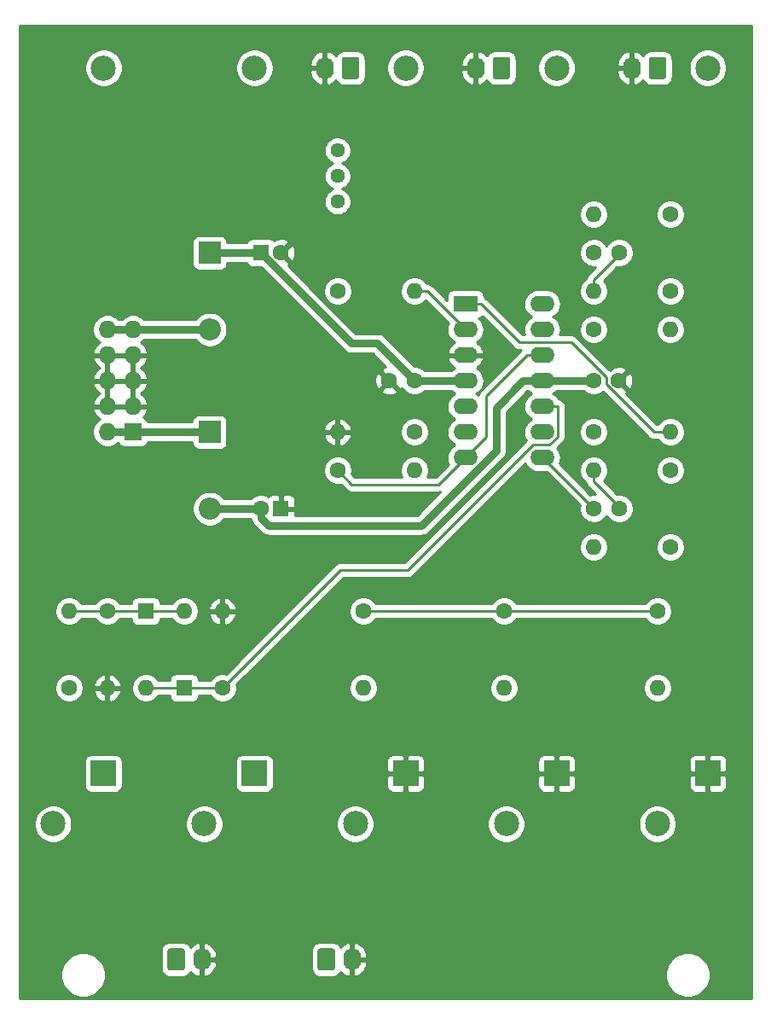
<source format=gbr>
%TF.GenerationSoftware,KiCad,Pcbnew,5.1.9-73d0e3b20d~88~ubuntu20.04.1*%
%TF.CreationDate,2021-04-01T11:15:01-04:00*%
%TF.ProjectId,ao_dc_mixer,616f5f64-635f-46d6-9978-65722e6b6963,rev?*%
%TF.SameCoordinates,Original*%
%TF.FileFunction,Copper,L2,Bot*%
%TF.FilePolarity,Positive*%
%FSLAX46Y46*%
G04 Gerber Fmt 4.6, Leading zero omitted, Abs format (unit mm)*
G04 Created by KiCad (PCBNEW 5.1.9-73d0e3b20d~88~ubuntu20.04.1) date 2021-04-01 11:15:01*
%MOMM*%
%LPD*%
G01*
G04 APERTURE LIST*
%TA.AperFunction,ComponentPad*%
%ADD10C,2.500000*%
%TD*%
%TA.AperFunction,ComponentPad*%
%ADD11R,2.500000X2.500000*%
%TD*%
%TA.AperFunction,ComponentPad*%
%ADD12O,1.740000X2.200000*%
%TD*%
%TA.AperFunction,ComponentPad*%
%ADD13C,1.440000*%
%TD*%
%TA.AperFunction,ComponentPad*%
%ADD14O,2.400000X1.600000*%
%TD*%
%TA.AperFunction,ComponentPad*%
%ADD15R,2.400000X1.600000*%
%TD*%
%TA.AperFunction,ComponentPad*%
%ADD16O,1.600000X1.600000*%
%TD*%
%TA.AperFunction,ComponentPad*%
%ADD17C,1.600000*%
%TD*%
%TA.AperFunction,ComponentPad*%
%ADD18O,1.727200X1.727200*%
%TD*%
%TA.AperFunction,ComponentPad*%
%ADD19R,1.727200X1.727200*%
%TD*%
%TA.AperFunction,ComponentPad*%
%ADD20R,1.600000X1.600000*%
%TD*%
%TA.AperFunction,ComponentPad*%
%ADD21O,2.200000X2.200000*%
%TD*%
%TA.AperFunction,ComponentPad*%
%ADD22R,2.200000X2.200000*%
%TD*%
%TA.AperFunction,Conductor*%
%ADD23C,0.750000*%
%TD*%
%TA.AperFunction,Conductor*%
%ADD24C,0.250000*%
%TD*%
%TA.AperFunction,Conductor*%
%ADD25C,0.254000*%
%TD*%
%TA.AperFunction,Conductor*%
%ADD26C,0.100000*%
%TD*%
G04 APERTURE END LIST*
D10*
%TO.P,RV4,3*%
%TO.N,+12V*%
X102000000Y-65000000D03*
%TO.P,RV4,2*%
%TO.N,Net-(R7-Pad1)*%
X97000000Y-140000000D03*
D11*
%TO.P,RV4,1*%
%TO.N,-12V*%
X102000000Y-135000000D03*
%TD*%
D12*
%TO.P,J6,2*%
%TO.N,GND*%
X126670000Y-153450000D03*
%TO.P,J6,1*%
%TO.N,/OUT*%
%TA.AperFunction,ComponentPad*%
G36*
G01*
X123260000Y-154300001D02*
X123260000Y-152599999D01*
G75*
G02*
X123509999Y-152350000I249999J0D01*
G01*
X124750001Y-152350000D01*
G75*
G02*
X125000000Y-152599999I0J-249999D01*
G01*
X125000000Y-154300001D01*
G75*
G02*
X124750001Y-154550000I-249999J0D01*
G01*
X123509999Y-154550000D01*
G75*
G02*
X123260000Y-154300001I0J249999D01*
G01*
G37*
%TD.AperFunction*%
%TD*%
%TO.P,J5,2*%
%TO.N,GND*%
X111760000Y-153450000D03*
%TO.P,J5,1*%
%TO.N,/~OUT*%
%TA.AperFunction,ComponentPad*%
G36*
G01*
X108350000Y-154300001D02*
X108350000Y-152599999D01*
G75*
G02*
X108599999Y-152350000I249999J0D01*
G01*
X109840001Y-152350000D01*
G75*
G02*
X110090000Y-152599999I0J-249999D01*
G01*
X110090000Y-154300001D01*
G75*
G02*
X109840001Y-154550000I-249999J0D01*
G01*
X108599999Y-154550000D01*
G75*
G02*
X108350000Y-154300001I0J249999D01*
G01*
G37*
%TD.AperFunction*%
%TD*%
%TO.P,J3,1*%
%TO.N,/IN3*%
%TA.AperFunction,ComponentPad*%
G36*
G01*
X127390000Y-64170999D02*
X127390000Y-65871001D01*
G75*
G02*
X127140001Y-66121000I-249999J0D01*
G01*
X125899999Y-66121000D01*
G75*
G02*
X125650000Y-65871001I0J249999D01*
G01*
X125650000Y-64170999D01*
G75*
G02*
X125899999Y-63921000I249999J0D01*
G01*
X127140001Y-63921000D01*
G75*
G02*
X127390000Y-64170999I0J-249999D01*
G01*
G37*
%TD.AperFunction*%
%TO.P,J3,2*%
%TO.N,GND*%
X123980000Y-65021000D03*
%TD*%
%TO.P,J2,1*%
%TO.N,/IN2*%
%TA.AperFunction,ComponentPad*%
G36*
G01*
X142376000Y-64170999D02*
X142376000Y-65871001D01*
G75*
G02*
X142126001Y-66121000I-249999J0D01*
G01*
X140885999Y-66121000D01*
G75*
G02*
X140636000Y-65871001I0J249999D01*
G01*
X140636000Y-64170999D01*
G75*
G02*
X140885999Y-63921000I249999J0D01*
G01*
X142126001Y-63921000D01*
G75*
G02*
X142376000Y-64170999I0J-249999D01*
G01*
G37*
%TD.AperFunction*%
%TO.P,J2,2*%
%TO.N,GND*%
X138966000Y-65021000D03*
%TD*%
%TO.P,J1,1*%
%TO.N,/IN1*%
%TA.AperFunction,ComponentPad*%
G36*
G01*
X157870000Y-64170999D02*
X157870000Y-65871001D01*
G75*
G02*
X157620001Y-66121000I-249999J0D01*
G01*
X156379999Y-66121000D01*
G75*
G02*
X156130000Y-65871001I0J249999D01*
G01*
X156130000Y-64170999D01*
G75*
G02*
X156379999Y-63921000I249999J0D01*
G01*
X157620001Y-63921000D01*
G75*
G02*
X157870000Y-64170999I0J-249999D01*
G01*
G37*
%TD.AperFunction*%
%TO.P,J1,2*%
%TO.N,GND*%
X154460000Y-65021000D03*
%TD*%
D13*
%TO.P,RV5,3*%
%TO.N,Net-(R6-Pad1)*%
X125250000Y-78260000D03*
%TO.P,RV5,2*%
X125250000Y-75720000D03*
%TO.P,RV5,1*%
%TO.N,Net-(RV5-Pad1)*%
X125250000Y-73180000D03*
%TD*%
D14*
%TO.P,U3,14*%
%TO.N,Net-(C7-Pad2)*%
X145570000Y-88420000D03*
%TO.P,U3,7*%
%TO.N,Net-(R12-Pad1)*%
X137950000Y-103660000D03*
%TO.P,U3,13*%
%TO.N,Net-(C7-Pad1)*%
X145570000Y-90960000D03*
%TO.P,U3,6*%
%TO.N,Net-(R11-Pad1)*%
X137950000Y-101120000D03*
%TO.P,U3,12*%
%TO.N,Net-(R12-Pad1)*%
X145570000Y-93500000D03*
%TO.P,U3,5*%
%TO.N,/V_BIAS*%
X137950000Y-98580000D03*
%TO.P,U3,11*%
%TO.N,-12V*%
X145570000Y-96040000D03*
%TO.P,U3,4*%
%TO.N,+12V*%
X137950000Y-96040000D03*
%TO.P,U3,10*%
%TO.N,/V_BIAS*%
X145570000Y-98580000D03*
%TO.P,U3,3*%
%TO.N,GND*%
X137950000Y-93500000D03*
%TO.P,U3,9*%
%TO.N,Net-(C4-Pad1)*%
X145570000Y-101120000D03*
%TO.P,U3,2*%
%TO.N,Net-(R1-Pad1)*%
X137950000Y-90960000D03*
%TO.P,U3,8*%
%TO.N,Net-(C4-Pad2)*%
X145570000Y-103660000D03*
D15*
%TO.P,U3,1*%
%TO.N,Net-(R10-Pad2)*%
X137950000Y-88420000D03*
%TD*%
D10*
%TO.P,RV6,3*%
%TO.N,Net-(RV5-Pad1)*%
X117000000Y-65000000D03*
%TO.P,RV6,2*%
X112000000Y-140000000D03*
D11*
%TO.P,RV6,1*%
%TO.N,Net-(R10-Pad2)*%
X117000000Y-135000000D03*
%TD*%
D10*
%TO.P,RV3,3*%
%TO.N,/IN3*%
X132000000Y-65000000D03*
%TO.P,RV3,2*%
%TO.N,Net-(R3-Pad2)*%
X127000000Y-140000000D03*
D11*
%TO.P,RV3,1*%
%TO.N,GND*%
X132000000Y-135000000D03*
%TD*%
D10*
%TO.P,RV2,3*%
%TO.N,/IN2*%
X147000000Y-65000000D03*
%TO.P,RV2,2*%
%TO.N,Net-(R2-Pad2)*%
X142000000Y-140000000D03*
D11*
%TO.P,RV2,1*%
%TO.N,GND*%
X147000000Y-135000000D03*
%TD*%
D10*
%TO.P,RV1,3*%
%TO.N,/IN1*%
X162000000Y-65000000D03*
%TO.P,RV1,2*%
%TO.N,Net-(R1-Pad2)*%
X157000000Y-140000000D03*
D11*
%TO.P,RV1,1*%
%TO.N,GND*%
X162000000Y-135000000D03*
%TD*%
D16*
%TO.P,R17,2*%
%TO.N,Net-(C7-Pad2)*%
X150650000Y-79530000D03*
D17*
%TO.P,R17,1*%
%TO.N,/~OUT*%
X158270000Y-79530000D03*
%TD*%
D16*
%TO.P,R16,2*%
%TO.N,Net-(C7-Pad1)*%
X150650000Y-87150000D03*
D17*
%TO.P,R16,1*%
%TO.N,/~OUT*%
X158270000Y-87150000D03*
%TD*%
D16*
%TO.P,R15,2*%
%TO.N,/OUT*%
X158270000Y-90960000D03*
D17*
%TO.P,R15,1*%
%TO.N,Net-(C7-Pad1)*%
X150650000Y-90960000D03*
%TD*%
D16*
%TO.P,R14,2*%
%TO.N,Net-(C4-Pad2)*%
X150650000Y-112550000D03*
D17*
%TO.P,R14,1*%
%TO.N,/OUT*%
X158270000Y-112550000D03*
%TD*%
D16*
%TO.P,R13,2*%
%TO.N,Net-(C4-Pad1)*%
X150650000Y-104930000D03*
D17*
%TO.P,R13,1*%
%TO.N,/OUT*%
X158270000Y-104930000D03*
%TD*%
D16*
%TO.P,R12,2*%
%TO.N,Net-(R11-Pad1)*%
X132870000Y-104930000D03*
D17*
%TO.P,R12,1*%
%TO.N,Net-(R12-Pad1)*%
X125250000Y-104930000D03*
%TD*%
D16*
%TO.P,R11,2*%
%TO.N,GND*%
X125250000Y-101120000D03*
D17*
%TO.P,R11,1*%
%TO.N,Net-(R11-Pad1)*%
X132870000Y-101120000D03*
%TD*%
D16*
%TO.P,R10,2*%
%TO.N,Net-(R10-Pad2)*%
X158270000Y-101120000D03*
D17*
%TO.P,R10,1*%
%TO.N,Net-(C4-Pad1)*%
X150650000Y-101120000D03*
%TD*%
D16*
%TO.P,R9,2*%
%TO.N,GND*%
X113820000Y-118900000D03*
D17*
%TO.P,R9,1*%
%TO.N,/V_BIAS*%
X113820000Y-126520000D03*
%TD*%
D16*
%TO.P,R8,2*%
%TO.N,GND*%
X102390000Y-126520000D03*
D17*
%TO.P,R8,1*%
%TO.N,Net-(D3-Pad1)*%
X102390000Y-118900000D03*
%TD*%
D16*
%TO.P,R7,2*%
%TO.N,Net-(D3-Pad1)*%
X98580000Y-118900000D03*
D17*
%TO.P,R7,1*%
%TO.N,Net-(R7-Pad1)*%
X98580000Y-126520000D03*
%TD*%
D16*
%TO.P,R6,2*%
%TO.N,Net-(R1-Pad1)*%
X132870000Y-87150000D03*
D17*
%TO.P,R6,1*%
%TO.N,Net-(R6-Pad1)*%
X125250000Y-87150000D03*
%TD*%
D16*
%TO.P,R3,2*%
%TO.N,Net-(R3-Pad2)*%
X127790000Y-126520000D03*
D17*
%TO.P,R3,1*%
%TO.N,Net-(R1-Pad1)*%
X127790000Y-118900000D03*
%TD*%
D16*
%TO.P,R2,2*%
%TO.N,Net-(R2-Pad2)*%
X141760000Y-126520000D03*
D17*
%TO.P,R2,1*%
%TO.N,Net-(R1-Pad1)*%
X141760000Y-118900000D03*
%TD*%
D16*
%TO.P,R1,2*%
%TO.N,Net-(R1-Pad2)*%
X157000000Y-126520000D03*
D17*
%TO.P,R1,1*%
%TO.N,Net-(R1-Pad1)*%
X157000000Y-118900000D03*
%TD*%
D18*
%TO.P,J4,10*%
%TO.N,Net-(D1-Pad2)*%
X102390000Y-90960000D03*
%TO.P,J4,9*%
X104930000Y-90960000D03*
%TO.P,J4,8*%
%TO.N,GND*%
X102390000Y-93500000D03*
%TO.P,J4,7*%
X104930000Y-93500000D03*
%TO.P,J4,6*%
X102390000Y-96040000D03*
%TO.P,J4,5*%
X104930000Y-96040000D03*
%TO.P,J4,4*%
X102390000Y-98580000D03*
%TO.P,J4,3*%
X104930000Y-98580000D03*
%TO.P,J4,2*%
%TO.N,Net-(D2-Pad1)*%
X102390000Y-101120000D03*
D19*
%TO.P,J4,1*%
X104930000Y-101120000D03*
%TD*%
D16*
%TO.P,D4,2*%
%TO.N,Net-(D3-Pad1)*%
X110010000Y-118900000D03*
D20*
%TO.P,D4,1*%
%TO.N,/V_BIAS*%
X110010000Y-126520000D03*
%TD*%
D16*
%TO.P,D3,2*%
%TO.N,/V_BIAS*%
X106200000Y-126520000D03*
D20*
%TO.P,D3,1*%
%TO.N,Net-(D3-Pad1)*%
X106200000Y-118900000D03*
%TD*%
D21*
%TO.P,D2,2*%
%TO.N,-12V*%
X112550000Y-108740000D03*
D22*
%TO.P,D2,1*%
%TO.N,Net-(D2-Pad1)*%
X112550000Y-101120000D03*
%TD*%
D21*
%TO.P,D1,2*%
%TO.N,Net-(D1-Pad2)*%
X112550000Y-90960000D03*
D22*
%TO.P,D1,1*%
%TO.N,+12V*%
X112550000Y-83340000D03*
%TD*%
D17*
%TO.P,C7,2*%
%TO.N,Net-(C7-Pad2)*%
X150690000Y-83340000D03*
%TO.P,C7,1*%
%TO.N,Net-(C7-Pad1)*%
X153190000Y-83340000D03*
%TD*%
%TO.P,C6,2*%
%TO.N,-12V*%
X150650000Y-96040000D03*
%TO.P,C6,1*%
%TO.N,GND*%
X153150000Y-96040000D03*
%TD*%
%TO.P,C5,2*%
%TO.N,GND*%
X130370000Y-96040000D03*
%TO.P,C5,1*%
%TO.N,+12V*%
X132870000Y-96040000D03*
%TD*%
%TO.P,C4,2*%
%TO.N,Net-(C4-Pad2)*%
X150690000Y-108740000D03*
%TO.P,C4,1*%
%TO.N,Net-(C4-Pad1)*%
X153190000Y-108740000D03*
%TD*%
%TO.P,C3,2*%
%TO.N,-12V*%
X117630000Y-108740000D03*
D20*
%TO.P,C3,1*%
%TO.N,GND*%
X119630000Y-108740000D03*
%TD*%
D17*
%TO.P,C2,2*%
%TO.N,GND*%
X119630000Y-83340000D03*
D20*
%TO.P,C2,1*%
%TO.N,+12V*%
X117630000Y-83340000D03*
%TD*%
D23*
%TO.N,+12V*%
X112550000Y-83340000D02*
X116254700Y-83340000D01*
X117630000Y-83340000D02*
X116254700Y-83340000D01*
X117630000Y-83340000D02*
X126625400Y-92335400D01*
X126625400Y-92335400D02*
X129165400Y-92335400D01*
X129165400Y-92335400D02*
X132870000Y-96040000D01*
X132870000Y-96040000D02*
X137950000Y-96040000D01*
%TO.N,-12V*%
X117630000Y-108740000D02*
X114225300Y-108740000D01*
X112550000Y-108740000D02*
X114225300Y-108740000D01*
X150650000Y-96040000D02*
X145570000Y-96040000D01*
X143665000Y-96040000D02*
X145570000Y-96040000D01*
X140998000Y-98707000D02*
X143665000Y-96040000D01*
X133564900Y-110391000D02*
X140998000Y-102957900D01*
X118392000Y-110391000D02*
X133564900Y-110391000D01*
X117630000Y-109629000D02*
X118392000Y-110391000D01*
X140998000Y-102957900D02*
X140998000Y-98707000D01*
X117630000Y-108740000D02*
X117630000Y-109629000D01*
D24*
%TO.N,Net-(C4-Pad2)*%
X145610000Y-103660000D02*
X150690000Y-108740000D01*
%TO.N,Net-(C4-Pad1)*%
X150650000Y-104930000D02*
X150650000Y-106055300D01*
X153190000Y-108740000D02*
X153190000Y-108595300D01*
X153190000Y-108595300D02*
X150650000Y-106055300D01*
%TO.N,Net-(C7-Pad1)*%
X150650000Y-87150000D02*
X150650000Y-86024700D01*
X153190000Y-83340000D02*
X153190000Y-83484700D01*
X153190000Y-83484700D02*
X150650000Y-86024700D01*
D23*
%TO.N,Net-(D1-Pad2)*%
X104930000Y-90960000D02*
X102390000Y-90960000D01*
X112550000Y-90960000D02*
X104930000Y-90960000D01*
%TO.N,Net-(D2-Pad1)*%
X104930000Y-101120000D02*
X102390000Y-101120000D01*
X112550000Y-101120000D02*
X104930000Y-101120000D01*
D24*
%TO.N,Net-(D3-Pad1)*%
X98580000Y-118900000D02*
X102390000Y-118900000D01*
X106200000Y-118900000D02*
X102390000Y-118900000D01*
X110010000Y-118900000D02*
X106200000Y-118900000D01*
%TO.N,/V_BIAS*%
X110010000Y-126520000D02*
X113820000Y-126520000D01*
X106200000Y-126520000D02*
X110010000Y-126520000D01*
X147095300Y-98580000D02*
X145570000Y-98580000D01*
X147095300Y-101586400D02*
X147095300Y-98580000D01*
X146291700Y-102390000D02*
X147095300Y-101586400D01*
X144639800Y-102390000D02*
X146291700Y-102390000D01*
X132193800Y-114836000D02*
X144639800Y-102390000D01*
X125504000Y-114836000D02*
X132193800Y-114836000D01*
X113820000Y-126520000D02*
X125504000Y-114836000D01*
%TO.N,Net-(R12-Pad1)*%
X145570000Y-93500000D02*
X144044700Y-93500000D01*
X144044700Y-93500000D02*
X139993000Y-97551700D01*
X139993000Y-97551700D02*
X139993000Y-101617000D01*
X139993000Y-101617000D02*
X137950000Y-103660000D01*
X135283000Y-106327000D02*
X137950000Y-103660000D01*
X126647000Y-106327000D02*
X135283000Y-106327000D01*
X125250000Y-104930000D02*
X126647000Y-106327000D01*
%TO.N,Net-(R1-Pad1)*%
X141760000Y-118900000D02*
X127790000Y-118900000D01*
X157000000Y-118900000D02*
X141760000Y-118900000D01*
X134140000Y-87150000D02*
X137950000Y-90960000D01*
X132870000Y-87150000D02*
X134140000Y-87150000D01*
%TO.N,Net-(R10-Pad2)*%
X137950000Y-88420000D02*
X139475300Y-88420000D01*
X158270000Y-101120000D02*
X156634900Y-101120000D01*
X156634900Y-101120000D02*
X151900000Y-96385100D01*
X151900000Y-96385100D02*
X151900000Y-95695700D01*
X151900000Y-95695700D02*
X148434300Y-92230000D01*
X148434300Y-92230000D02*
X143285300Y-92230000D01*
X143285300Y-92230000D02*
X139475300Y-88420000D01*
%TD*%
D25*
%TO.N,GND*%
X166315001Y-157315000D02*
X93685000Y-157315000D01*
X93685000Y-154779872D01*
X97765000Y-154779872D01*
X97765000Y-155220128D01*
X97850890Y-155651925D01*
X98019369Y-156058669D01*
X98263962Y-156424729D01*
X98575271Y-156736038D01*
X98941331Y-156980631D01*
X99348075Y-157149110D01*
X99779872Y-157235000D01*
X100220128Y-157235000D01*
X100651925Y-157149110D01*
X101058669Y-156980631D01*
X101424729Y-156736038D01*
X101736038Y-156424729D01*
X101980631Y-156058669D01*
X102149110Y-155651925D01*
X102235000Y-155220128D01*
X102235000Y-154779872D01*
X102149110Y-154348075D01*
X101980631Y-153941331D01*
X101736038Y-153575271D01*
X101424729Y-153263962D01*
X101058669Y-153019369D01*
X100651925Y-152850890D01*
X100220128Y-152765000D01*
X99779872Y-152765000D01*
X99348075Y-152850890D01*
X98941331Y-153019369D01*
X98575271Y-153263962D01*
X98263962Y-153575271D01*
X98019369Y-153941331D01*
X97850890Y-154348075D01*
X97765000Y-154779872D01*
X93685000Y-154779872D01*
X93685000Y-152599999D01*
X107711928Y-152599999D01*
X107711928Y-154300001D01*
X107728992Y-154473255D01*
X107779528Y-154639851D01*
X107861595Y-154793387D01*
X107972038Y-154927962D01*
X108106613Y-155038405D01*
X108260149Y-155120472D01*
X108426745Y-155171008D01*
X108599999Y-155188072D01*
X109840001Y-155188072D01*
X110013255Y-155171008D01*
X110179851Y-155120472D01*
X110333387Y-155038405D01*
X110467962Y-154927962D01*
X110578405Y-154793387D01*
X110636507Y-154684686D01*
X110789506Y-154840536D01*
X111034563Y-155007571D01*
X111307498Y-155123588D01*
X111399969Y-155141302D01*
X111633000Y-155020246D01*
X111633000Y-153577000D01*
X111887000Y-153577000D01*
X111887000Y-155020246D01*
X112120031Y-155141302D01*
X112212502Y-155123588D01*
X112485437Y-155007571D01*
X112730494Y-154840536D01*
X112938256Y-154628903D01*
X113100738Y-154380804D01*
X113211696Y-154105773D01*
X113266866Y-153814380D01*
X113110586Y-153577000D01*
X111887000Y-153577000D01*
X111633000Y-153577000D01*
X111613000Y-153577000D01*
X111613000Y-153323000D01*
X111633000Y-153323000D01*
X111633000Y-151879754D01*
X111887000Y-151879754D01*
X111887000Y-153323000D01*
X113110586Y-153323000D01*
X113266866Y-153085620D01*
X113211696Y-152794227D01*
X113133338Y-152599999D01*
X122621928Y-152599999D01*
X122621928Y-154300001D01*
X122638992Y-154473255D01*
X122689528Y-154639851D01*
X122771595Y-154793387D01*
X122882038Y-154927962D01*
X123016613Y-155038405D01*
X123170149Y-155120472D01*
X123336745Y-155171008D01*
X123509999Y-155188072D01*
X124750001Y-155188072D01*
X124923255Y-155171008D01*
X125089851Y-155120472D01*
X125243387Y-155038405D01*
X125377962Y-154927962D01*
X125488405Y-154793387D01*
X125546507Y-154684686D01*
X125699506Y-154840536D01*
X125944563Y-155007571D01*
X126217498Y-155123588D01*
X126309969Y-155141302D01*
X126543000Y-155020246D01*
X126543000Y-153577000D01*
X126797000Y-153577000D01*
X126797000Y-155020246D01*
X127030031Y-155141302D01*
X127122502Y-155123588D01*
X127395437Y-155007571D01*
X127640494Y-154840536D01*
X127700048Y-154779872D01*
X157765000Y-154779872D01*
X157765000Y-155220128D01*
X157850890Y-155651925D01*
X158019369Y-156058669D01*
X158263962Y-156424729D01*
X158575271Y-156736038D01*
X158941331Y-156980631D01*
X159348075Y-157149110D01*
X159779872Y-157235000D01*
X160220128Y-157235000D01*
X160651925Y-157149110D01*
X161058669Y-156980631D01*
X161424729Y-156736038D01*
X161736038Y-156424729D01*
X161980631Y-156058669D01*
X162149110Y-155651925D01*
X162235000Y-155220128D01*
X162235000Y-154779872D01*
X162149110Y-154348075D01*
X161980631Y-153941331D01*
X161736038Y-153575271D01*
X161424729Y-153263962D01*
X161058669Y-153019369D01*
X160651925Y-152850890D01*
X160220128Y-152765000D01*
X159779872Y-152765000D01*
X159348075Y-152850890D01*
X158941331Y-153019369D01*
X158575271Y-153263962D01*
X158263962Y-153575271D01*
X158019369Y-153941331D01*
X157850890Y-154348075D01*
X157765000Y-154779872D01*
X127700048Y-154779872D01*
X127848256Y-154628903D01*
X128010738Y-154380804D01*
X128121696Y-154105773D01*
X128176866Y-153814380D01*
X128020586Y-153577000D01*
X126797000Y-153577000D01*
X126543000Y-153577000D01*
X126523000Y-153577000D01*
X126523000Y-153323000D01*
X126543000Y-153323000D01*
X126543000Y-151879754D01*
X126797000Y-151879754D01*
X126797000Y-153323000D01*
X128020586Y-153323000D01*
X128176866Y-153085620D01*
X128121696Y-152794227D01*
X128010738Y-152519196D01*
X127848256Y-152271097D01*
X127640494Y-152059464D01*
X127395437Y-151892429D01*
X127122502Y-151776412D01*
X127030031Y-151758698D01*
X126797000Y-151879754D01*
X126543000Y-151879754D01*
X126309969Y-151758698D01*
X126217498Y-151776412D01*
X125944563Y-151892429D01*
X125699506Y-152059464D01*
X125546507Y-152215314D01*
X125488405Y-152106613D01*
X125377962Y-151972038D01*
X125243387Y-151861595D01*
X125089851Y-151779528D01*
X124923255Y-151728992D01*
X124750001Y-151711928D01*
X123509999Y-151711928D01*
X123336745Y-151728992D01*
X123170149Y-151779528D01*
X123016613Y-151861595D01*
X122882038Y-151972038D01*
X122771595Y-152106613D01*
X122689528Y-152260149D01*
X122638992Y-152426745D01*
X122621928Y-152599999D01*
X113133338Y-152599999D01*
X113100738Y-152519196D01*
X112938256Y-152271097D01*
X112730494Y-152059464D01*
X112485437Y-151892429D01*
X112212502Y-151776412D01*
X112120031Y-151758698D01*
X111887000Y-151879754D01*
X111633000Y-151879754D01*
X111399969Y-151758698D01*
X111307498Y-151776412D01*
X111034563Y-151892429D01*
X110789506Y-152059464D01*
X110636507Y-152215314D01*
X110578405Y-152106613D01*
X110467962Y-151972038D01*
X110333387Y-151861595D01*
X110179851Y-151779528D01*
X110013255Y-151728992D01*
X109840001Y-151711928D01*
X108599999Y-151711928D01*
X108426745Y-151728992D01*
X108260149Y-151779528D01*
X108106613Y-151861595D01*
X107972038Y-151972038D01*
X107861595Y-152106613D01*
X107779528Y-152260149D01*
X107728992Y-152426745D01*
X107711928Y-152599999D01*
X93685000Y-152599999D01*
X93685000Y-139814344D01*
X95115000Y-139814344D01*
X95115000Y-140185656D01*
X95187439Y-140549834D01*
X95329534Y-140892882D01*
X95535825Y-141201618D01*
X95798382Y-141464175D01*
X96107118Y-141670466D01*
X96450166Y-141812561D01*
X96814344Y-141885000D01*
X97185656Y-141885000D01*
X97549834Y-141812561D01*
X97892882Y-141670466D01*
X98201618Y-141464175D01*
X98464175Y-141201618D01*
X98670466Y-140892882D01*
X98812561Y-140549834D01*
X98885000Y-140185656D01*
X98885000Y-139814344D01*
X110115000Y-139814344D01*
X110115000Y-140185656D01*
X110187439Y-140549834D01*
X110329534Y-140892882D01*
X110535825Y-141201618D01*
X110798382Y-141464175D01*
X111107118Y-141670466D01*
X111450166Y-141812561D01*
X111814344Y-141885000D01*
X112185656Y-141885000D01*
X112549834Y-141812561D01*
X112892882Y-141670466D01*
X113201618Y-141464175D01*
X113464175Y-141201618D01*
X113670466Y-140892882D01*
X113812561Y-140549834D01*
X113885000Y-140185656D01*
X113885000Y-139814344D01*
X125115000Y-139814344D01*
X125115000Y-140185656D01*
X125187439Y-140549834D01*
X125329534Y-140892882D01*
X125535825Y-141201618D01*
X125798382Y-141464175D01*
X126107118Y-141670466D01*
X126450166Y-141812561D01*
X126814344Y-141885000D01*
X127185656Y-141885000D01*
X127549834Y-141812561D01*
X127892882Y-141670466D01*
X128201618Y-141464175D01*
X128464175Y-141201618D01*
X128670466Y-140892882D01*
X128812561Y-140549834D01*
X128885000Y-140185656D01*
X128885000Y-139814344D01*
X140115000Y-139814344D01*
X140115000Y-140185656D01*
X140187439Y-140549834D01*
X140329534Y-140892882D01*
X140535825Y-141201618D01*
X140798382Y-141464175D01*
X141107118Y-141670466D01*
X141450166Y-141812561D01*
X141814344Y-141885000D01*
X142185656Y-141885000D01*
X142549834Y-141812561D01*
X142892882Y-141670466D01*
X143201618Y-141464175D01*
X143464175Y-141201618D01*
X143670466Y-140892882D01*
X143812561Y-140549834D01*
X143885000Y-140185656D01*
X143885000Y-139814344D01*
X155115000Y-139814344D01*
X155115000Y-140185656D01*
X155187439Y-140549834D01*
X155329534Y-140892882D01*
X155535825Y-141201618D01*
X155798382Y-141464175D01*
X156107118Y-141670466D01*
X156450166Y-141812561D01*
X156814344Y-141885000D01*
X157185656Y-141885000D01*
X157549834Y-141812561D01*
X157892882Y-141670466D01*
X158201618Y-141464175D01*
X158464175Y-141201618D01*
X158670466Y-140892882D01*
X158812561Y-140549834D01*
X158885000Y-140185656D01*
X158885000Y-139814344D01*
X158812561Y-139450166D01*
X158670466Y-139107118D01*
X158464175Y-138798382D01*
X158201618Y-138535825D01*
X157892882Y-138329534D01*
X157549834Y-138187439D01*
X157185656Y-138115000D01*
X156814344Y-138115000D01*
X156450166Y-138187439D01*
X156107118Y-138329534D01*
X155798382Y-138535825D01*
X155535825Y-138798382D01*
X155329534Y-139107118D01*
X155187439Y-139450166D01*
X155115000Y-139814344D01*
X143885000Y-139814344D01*
X143812561Y-139450166D01*
X143670466Y-139107118D01*
X143464175Y-138798382D01*
X143201618Y-138535825D01*
X142892882Y-138329534D01*
X142549834Y-138187439D01*
X142185656Y-138115000D01*
X141814344Y-138115000D01*
X141450166Y-138187439D01*
X141107118Y-138329534D01*
X140798382Y-138535825D01*
X140535825Y-138798382D01*
X140329534Y-139107118D01*
X140187439Y-139450166D01*
X140115000Y-139814344D01*
X128885000Y-139814344D01*
X128812561Y-139450166D01*
X128670466Y-139107118D01*
X128464175Y-138798382D01*
X128201618Y-138535825D01*
X127892882Y-138329534D01*
X127549834Y-138187439D01*
X127185656Y-138115000D01*
X126814344Y-138115000D01*
X126450166Y-138187439D01*
X126107118Y-138329534D01*
X125798382Y-138535825D01*
X125535825Y-138798382D01*
X125329534Y-139107118D01*
X125187439Y-139450166D01*
X125115000Y-139814344D01*
X113885000Y-139814344D01*
X113812561Y-139450166D01*
X113670466Y-139107118D01*
X113464175Y-138798382D01*
X113201618Y-138535825D01*
X112892882Y-138329534D01*
X112549834Y-138187439D01*
X112185656Y-138115000D01*
X111814344Y-138115000D01*
X111450166Y-138187439D01*
X111107118Y-138329534D01*
X110798382Y-138535825D01*
X110535825Y-138798382D01*
X110329534Y-139107118D01*
X110187439Y-139450166D01*
X110115000Y-139814344D01*
X98885000Y-139814344D01*
X98812561Y-139450166D01*
X98670466Y-139107118D01*
X98464175Y-138798382D01*
X98201618Y-138535825D01*
X97892882Y-138329534D01*
X97549834Y-138187439D01*
X97185656Y-138115000D01*
X96814344Y-138115000D01*
X96450166Y-138187439D01*
X96107118Y-138329534D01*
X95798382Y-138535825D01*
X95535825Y-138798382D01*
X95329534Y-139107118D01*
X95187439Y-139450166D01*
X95115000Y-139814344D01*
X93685000Y-139814344D01*
X93685000Y-133750000D01*
X100111928Y-133750000D01*
X100111928Y-136250000D01*
X100124188Y-136374482D01*
X100160498Y-136494180D01*
X100219463Y-136604494D01*
X100298815Y-136701185D01*
X100395506Y-136780537D01*
X100505820Y-136839502D01*
X100625518Y-136875812D01*
X100750000Y-136888072D01*
X103250000Y-136888072D01*
X103374482Y-136875812D01*
X103494180Y-136839502D01*
X103604494Y-136780537D01*
X103701185Y-136701185D01*
X103780537Y-136604494D01*
X103839502Y-136494180D01*
X103875812Y-136374482D01*
X103888072Y-136250000D01*
X103888072Y-133750000D01*
X115111928Y-133750000D01*
X115111928Y-136250000D01*
X115124188Y-136374482D01*
X115160498Y-136494180D01*
X115219463Y-136604494D01*
X115298815Y-136701185D01*
X115395506Y-136780537D01*
X115505820Y-136839502D01*
X115625518Y-136875812D01*
X115750000Y-136888072D01*
X118250000Y-136888072D01*
X118374482Y-136875812D01*
X118494180Y-136839502D01*
X118604494Y-136780537D01*
X118701185Y-136701185D01*
X118780537Y-136604494D01*
X118839502Y-136494180D01*
X118875812Y-136374482D01*
X118888072Y-136250000D01*
X130111928Y-136250000D01*
X130124188Y-136374482D01*
X130160498Y-136494180D01*
X130219463Y-136604494D01*
X130298815Y-136701185D01*
X130395506Y-136780537D01*
X130505820Y-136839502D01*
X130625518Y-136875812D01*
X130750000Y-136888072D01*
X131714250Y-136885000D01*
X131873000Y-136726250D01*
X131873000Y-135127000D01*
X132127000Y-135127000D01*
X132127000Y-136726250D01*
X132285750Y-136885000D01*
X133250000Y-136888072D01*
X133374482Y-136875812D01*
X133494180Y-136839502D01*
X133604494Y-136780537D01*
X133701185Y-136701185D01*
X133780537Y-136604494D01*
X133839502Y-136494180D01*
X133875812Y-136374482D01*
X133888072Y-136250000D01*
X145111928Y-136250000D01*
X145124188Y-136374482D01*
X145160498Y-136494180D01*
X145219463Y-136604494D01*
X145298815Y-136701185D01*
X145395506Y-136780537D01*
X145505820Y-136839502D01*
X145625518Y-136875812D01*
X145750000Y-136888072D01*
X146714250Y-136885000D01*
X146873000Y-136726250D01*
X146873000Y-135127000D01*
X147127000Y-135127000D01*
X147127000Y-136726250D01*
X147285750Y-136885000D01*
X148250000Y-136888072D01*
X148374482Y-136875812D01*
X148494180Y-136839502D01*
X148604494Y-136780537D01*
X148701185Y-136701185D01*
X148780537Y-136604494D01*
X148839502Y-136494180D01*
X148875812Y-136374482D01*
X148888072Y-136250000D01*
X160111928Y-136250000D01*
X160124188Y-136374482D01*
X160160498Y-136494180D01*
X160219463Y-136604494D01*
X160298815Y-136701185D01*
X160395506Y-136780537D01*
X160505820Y-136839502D01*
X160625518Y-136875812D01*
X160750000Y-136888072D01*
X161714250Y-136885000D01*
X161873000Y-136726250D01*
X161873000Y-135127000D01*
X162127000Y-135127000D01*
X162127000Y-136726250D01*
X162285750Y-136885000D01*
X163250000Y-136888072D01*
X163374482Y-136875812D01*
X163494180Y-136839502D01*
X163604494Y-136780537D01*
X163701185Y-136701185D01*
X163780537Y-136604494D01*
X163839502Y-136494180D01*
X163875812Y-136374482D01*
X163888072Y-136250000D01*
X163885000Y-135285750D01*
X163726250Y-135127000D01*
X162127000Y-135127000D01*
X161873000Y-135127000D01*
X160273750Y-135127000D01*
X160115000Y-135285750D01*
X160111928Y-136250000D01*
X148888072Y-136250000D01*
X148885000Y-135285750D01*
X148726250Y-135127000D01*
X147127000Y-135127000D01*
X146873000Y-135127000D01*
X145273750Y-135127000D01*
X145115000Y-135285750D01*
X145111928Y-136250000D01*
X133888072Y-136250000D01*
X133885000Y-135285750D01*
X133726250Y-135127000D01*
X132127000Y-135127000D01*
X131873000Y-135127000D01*
X130273750Y-135127000D01*
X130115000Y-135285750D01*
X130111928Y-136250000D01*
X118888072Y-136250000D01*
X118888072Y-133750000D01*
X130111928Y-133750000D01*
X130115000Y-134714250D01*
X130273750Y-134873000D01*
X131873000Y-134873000D01*
X131873000Y-133273750D01*
X132127000Y-133273750D01*
X132127000Y-134873000D01*
X133726250Y-134873000D01*
X133885000Y-134714250D01*
X133888072Y-133750000D01*
X145111928Y-133750000D01*
X145115000Y-134714250D01*
X145273750Y-134873000D01*
X146873000Y-134873000D01*
X146873000Y-133273750D01*
X147127000Y-133273750D01*
X147127000Y-134873000D01*
X148726250Y-134873000D01*
X148885000Y-134714250D01*
X148888072Y-133750000D01*
X160111928Y-133750000D01*
X160115000Y-134714250D01*
X160273750Y-134873000D01*
X161873000Y-134873000D01*
X161873000Y-133273750D01*
X162127000Y-133273750D01*
X162127000Y-134873000D01*
X163726250Y-134873000D01*
X163885000Y-134714250D01*
X163888072Y-133750000D01*
X163875812Y-133625518D01*
X163839502Y-133505820D01*
X163780537Y-133395506D01*
X163701185Y-133298815D01*
X163604494Y-133219463D01*
X163494180Y-133160498D01*
X163374482Y-133124188D01*
X163250000Y-133111928D01*
X162285750Y-133115000D01*
X162127000Y-133273750D01*
X161873000Y-133273750D01*
X161714250Y-133115000D01*
X160750000Y-133111928D01*
X160625518Y-133124188D01*
X160505820Y-133160498D01*
X160395506Y-133219463D01*
X160298815Y-133298815D01*
X160219463Y-133395506D01*
X160160498Y-133505820D01*
X160124188Y-133625518D01*
X160111928Y-133750000D01*
X148888072Y-133750000D01*
X148875812Y-133625518D01*
X148839502Y-133505820D01*
X148780537Y-133395506D01*
X148701185Y-133298815D01*
X148604494Y-133219463D01*
X148494180Y-133160498D01*
X148374482Y-133124188D01*
X148250000Y-133111928D01*
X147285750Y-133115000D01*
X147127000Y-133273750D01*
X146873000Y-133273750D01*
X146714250Y-133115000D01*
X145750000Y-133111928D01*
X145625518Y-133124188D01*
X145505820Y-133160498D01*
X145395506Y-133219463D01*
X145298815Y-133298815D01*
X145219463Y-133395506D01*
X145160498Y-133505820D01*
X145124188Y-133625518D01*
X145111928Y-133750000D01*
X133888072Y-133750000D01*
X133875812Y-133625518D01*
X133839502Y-133505820D01*
X133780537Y-133395506D01*
X133701185Y-133298815D01*
X133604494Y-133219463D01*
X133494180Y-133160498D01*
X133374482Y-133124188D01*
X133250000Y-133111928D01*
X132285750Y-133115000D01*
X132127000Y-133273750D01*
X131873000Y-133273750D01*
X131714250Y-133115000D01*
X130750000Y-133111928D01*
X130625518Y-133124188D01*
X130505820Y-133160498D01*
X130395506Y-133219463D01*
X130298815Y-133298815D01*
X130219463Y-133395506D01*
X130160498Y-133505820D01*
X130124188Y-133625518D01*
X130111928Y-133750000D01*
X118888072Y-133750000D01*
X118875812Y-133625518D01*
X118839502Y-133505820D01*
X118780537Y-133395506D01*
X118701185Y-133298815D01*
X118604494Y-133219463D01*
X118494180Y-133160498D01*
X118374482Y-133124188D01*
X118250000Y-133111928D01*
X115750000Y-133111928D01*
X115625518Y-133124188D01*
X115505820Y-133160498D01*
X115395506Y-133219463D01*
X115298815Y-133298815D01*
X115219463Y-133395506D01*
X115160498Y-133505820D01*
X115124188Y-133625518D01*
X115111928Y-133750000D01*
X103888072Y-133750000D01*
X103875812Y-133625518D01*
X103839502Y-133505820D01*
X103780537Y-133395506D01*
X103701185Y-133298815D01*
X103604494Y-133219463D01*
X103494180Y-133160498D01*
X103374482Y-133124188D01*
X103250000Y-133111928D01*
X100750000Y-133111928D01*
X100625518Y-133124188D01*
X100505820Y-133160498D01*
X100395506Y-133219463D01*
X100298815Y-133298815D01*
X100219463Y-133395506D01*
X100160498Y-133505820D01*
X100124188Y-133625518D01*
X100111928Y-133750000D01*
X93685000Y-133750000D01*
X93685000Y-126378665D01*
X97145000Y-126378665D01*
X97145000Y-126661335D01*
X97200147Y-126938574D01*
X97308320Y-127199727D01*
X97465363Y-127434759D01*
X97665241Y-127634637D01*
X97900273Y-127791680D01*
X98161426Y-127899853D01*
X98438665Y-127955000D01*
X98721335Y-127955000D01*
X98998574Y-127899853D01*
X99259727Y-127791680D01*
X99494759Y-127634637D01*
X99694637Y-127434759D01*
X99851680Y-127199727D01*
X99959853Y-126938574D01*
X99973684Y-126869040D01*
X100998091Y-126869040D01*
X101092930Y-127133881D01*
X101237615Y-127375131D01*
X101426586Y-127583519D01*
X101652580Y-127751037D01*
X101906913Y-127871246D01*
X102040961Y-127911904D01*
X102263000Y-127789915D01*
X102263000Y-126647000D01*
X102517000Y-126647000D01*
X102517000Y-127789915D01*
X102739039Y-127911904D01*
X102873087Y-127871246D01*
X103127420Y-127751037D01*
X103353414Y-127583519D01*
X103542385Y-127375131D01*
X103687070Y-127133881D01*
X103781909Y-126869040D01*
X103660624Y-126647000D01*
X102517000Y-126647000D01*
X102263000Y-126647000D01*
X101119376Y-126647000D01*
X100998091Y-126869040D01*
X99973684Y-126869040D01*
X100015000Y-126661335D01*
X100015000Y-126378665D01*
X99973685Y-126170960D01*
X100998091Y-126170960D01*
X101119376Y-126393000D01*
X102263000Y-126393000D01*
X102263000Y-125250085D01*
X102517000Y-125250085D01*
X102517000Y-126393000D01*
X103660624Y-126393000D01*
X103668454Y-126378665D01*
X104765000Y-126378665D01*
X104765000Y-126661335D01*
X104820147Y-126938574D01*
X104928320Y-127199727D01*
X105085363Y-127434759D01*
X105285241Y-127634637D01*
X105520273Y-127791680D01*
X105781426Y-127899853D01*
X106058665Y-127955000D01*
X106341335Y-127955000D01*
X106618574Y-127899853D01*
X106879727Y-127791680D01*
X107114759Y-127634637D01*
X107314637Y-127434759D01*
X107418043Y-127280000D01*
X108571928Y-127280000D01*
X108571928Y-127320000D01*
X108584188Y-127444482D01*
X108620498Y-127564180D01*
X108679463Y-127674494D01*
X108758815Y-127771185D01*
X108855506Y-127850537D01*
X108965820Y-127909502D01*
X109085518Y-127945812D01*
X109210000Y-127958072D01*
X110810000Y-127958072D01*
X110934482Y-127945812D01*
X111054180Y-127909502D01*
X111164494Y-127850537D01*
X111261185Y-127771185D01*
X111340537Y-127674494D01*
X111399502Y-127564180D01*
X111435812Y-127444482D01*
X111448072Y-127320000D01*
X111448072Y-127280000D01*
X112601957Y-127280000D01*
X112705363Y-127434759D01*
X112905241Y-127634637D01*
X113140273Y-127791680D01*
X113401426Y-127899853D01*
X113678665Y-127955000D01*
X113961335Y-127955000D01*
X114238574Y-127899853D01*
X114499727Y-127791680D01*
X114734759Y-127634637D01*
X114934637Y-127434759D01*
X115091680Y-127199727D01*
X115199853Y-126938574D01*
X115255000Y-126661335D01*
X115255000Y-126378665D01*
X126355000Y-126378665D01*
X126355000Y-126661335D01*
X126410147Y-126938574D01*
X126518320Y-127199727D01*
X126675363Y-127434759D01*
X126875241Y-127634637D01*
X127110273Y-127791680D01*
X127371426Y-127899853D01*
X127648665Y-127955000D01*
X127931335Y-127955000D01*
X128208574Y-127899853D01*
X128469727Y-127791680D01*
X128704759Y-127634637D01*
X128904637Y-127434759D01*
X129061680Y-127199727D01*
X129169853Y-126938574D01*
X129225000Y-126661335D01*
X129225000Y-126378665D01*
X140325000Y-126378665D01*
X140325000Y-126661335D01*
X140380147Y-126938574D01*
X140488320Y-127199727D01*
X140645363Y-127434759D01*
X140845241Y-127634637D01*
X141080273Y-127791680D01*
X141341426Y-127899853D01*
X141618665Y-127955000D01*
X141901335Y-127955000D01*
X142178574Y-127899853D01*
X142439727Y-127791680D01*
X142674759Y-127634637D01*
X142874637Y-127434759D01*
X143031680Y-127199727D01*
X143139853Y-126938574D01*
X143195000Y-126661335D01*
X143195000Y-126378665D01*
X155565000Y-126378665D01*
X155565000Y-126661335D01*
X155620147Y-126938574D01*
X155728320Y-127199727D01*
X155885363Y-127434759D01*
X156085241Y-127634637D01*
X156320273Y-127791680D01*
X156581426Y-127899853D01*
X156858665Y-127955000D01*
X157141335Y-127955000D01*
X157418574Y-127899853D01*
X157679727Y-127791680D01*
X157914759Y-127634637D01*
X158114637Y-127434759D01*
X158271680Y-127199727D01*
X158379853Y-126938574D01*
X158435000Y-126661335D01*
X158435000Y-126378665D01*
X158379853Y-126101426D01*
X158271680Y-125840273D01*
X158114637Y-125605241D01*
X157914759Y-125405363D01*
X157679727Y-125248320D01*
X157418574Y-125140147D01*
X157141335Y-125085000D01*
X156858665Y-125085000D01*
X156581426Y-125140147D01*
X156320273Y-125248320D01*
X156085241Y-125405363D01*
X155885363Y-125605241D01*
X155728320Y-125840273D01*
X155620147Y-126101426D01*
X155565000Y-126378665D01*
X143195000Y-126378665D01*
X143139853Y-126101426D01*
X143031680Y-125840273D01*
X142874637Y-125605241D01*
X142674759Y-125405363D01*
X142439727Y-125248320D01*
X142178574Y-125140147D01*
X141901335Y-125085000D01*
X141618665Y-125085000D01*
X141341426Y-125140147D01*
X141080273Y-125248320D01*
X140845241Y-125405363D01*
X140645363Y-125605241D01*
X140488320Y-125840273D01*
X140380147Y-126101426D01*
X140325000Y-126378665D01*
X129225000Y-126378665D01*
X129169853Y-126101426D01*
X129061680Y-125840273D01*
X128904637Y-125605241D01*
X128704759Y-125405363D01*
X128469727Y-125248320D01*
X128208574Y-125140147D01*
X127931335Y-125085000D01*
X127648665Y-125085000D01*
X127371426Y-125140147D01*
X127110273Y-125248320D01*
X126875241Y-125405363D01*
X126675363Y-125605241D01*
X126518320Y-125840273D01*
X126410147Y-126101426D01*
X126355000Y-126378665D01*
X115255000Y-126378665D01*
X115218688Y-126196113D01*
X122656136Y-118758665D01*
X126355000Y-118758665D01*
X126355000Y-119041335D01*
X126410147Y-119318574D01*
X126518320Y-119579727D01*
X126675363Y-119814759D01*
X126875241Y-120014637D01*
X127110273Y-120171680D01*
X127371426Y-120279853D01*
X127648665Y-120335000D01*
X127931335Y-120335000D01*
X128208574Y-120279853D01*
X128469727Y-120171680D01*
X128704759Y-120014637D01*
X128904637Y-119814759D01*
X129008043Y-119660000D01*
X140541957Y-119660000D01*
X140645363Y-119814759D01*
X140845241Y-120014637D01*
X141080273Y-120171680D01*
X141341426Y-120279853D01*
X141618665Y-120335000D01*
X141901335Y-120335000D01*
X142178574Y-120279853D01*
X142439727Y-120171680D01*
X142674759Y-120014637D01*
X142874637Y-119814759D01*
X142978043Y-119660000D01*
X155781957Y-119660000D01*
X155885363Y-119814759D01*
X156085241Y-120014637D01*
X156320273Y-120171680D01*
X156581426Y-120279853D01*
X156858665Y-120335000D01*
X157141335Y-120335000D01*
X157418574Y-120279853D01*
X157679727Y-120171680D01*
X157914759Y-120014637D01*
X158114637Y-119814759D01*
X158271680Y-119579727D01*
X158379853Y-119318574D01*
X158435000Y-119041335D01*
X158435000Y-118758665D01*
X158379853Y-118481426D01*
X158271680Y-118220273D01*
X158114637Y-117985241D01*
X157914759Y-117785363D01*
X157679727Y-117628320D01*
X157418574Y-117520147D01*
X157141335Y-117465000D01*
X156858665Y-117465000D01*
X156581426Y-117520147D01*
X156320273Y-117628320D01*
X156085241Y-117785363D01*
X155885363Y-117985241D01*
X155781957Y-118140000D01*
X142978043Y-118140000D01*
X142874637Y-117985241D01*
X142674759Y-117785363D01*
X142439727Y-117628320D01*
X142178574Y-117520147D01*
X141901335Y-117465000D01*
X141618665Y-117465000D01*
X141341426Y-117520147D01*
X141080273Y-117628320D01*
X140845241Y-117785363D01*
X140645363Y-117985241D01*
X140541957Y-118140000D01*
X129008043Y-118140000D01*
X128904637Y-117985241D01*
X128704759Y-117785363D01*
X128469727Y-117628320D01*
X128208574Y-117520147D01*
X127931335Y-117465000D01*
X127648665Y-117465000D01*
X127371426Y-117520147D01*
X127110273Y-117628320D01*
X126875241Y-117785363D01*
X126675363Y-117985241D01*
X126518320Y-118220273D01*
X126410147Y-118481426D01*
X126355000Y-118758665D01*
X122656136Y-118758665D01*
X125818802Y-115596000D01*
X132156478Y-115596000D01*
X132193800Y-115599676D01*
X132231122Y-115596000D01*
X132231133Y-115596000D01*
X132342786Y-115585003D01*
X132486047Y-115541546D01*
X132618076Y-115470974D01*
X132733801Y-115376001D01*
X132757604Y-115346997D01*
X135695936Y-112408665D01*
X149215000Y-112408665D01*
X149215000Y-112691335D01*
X149270147Y-112968574D01*
X149378320Y-113229727D01*
X149535363Y-113464759D01*
X149735241Y-113664637D01*
X149970273Y-113821680D01*
X150231426Y-113929853D01*
X150508665Y-113985000D01*
X150791335Y-113985000D01*
X151068574Y-113929853D01*
X151329727Y-113821680D01*
X151564759Y-113664637D01*
X151764637Y-113464759D01*
X151921680Y-113229727D01*
X152029853Y-112968574D01*
X152085000Y-112691335D01*
X152085000Y-112408665D01*
X156835000Y-112408665D01*
X156835000Y-112691335D01*
X156890147Y-112968574D01*
X156998320Y-113229727D01*
X157155363Y-113464759D01*
X157355241Y-113664637D01*
X157590273Y-113821680D01*
X157851426Y-113929853D01*
X158128665Y-113985000D01*
X158411335Y-113985000D01*
X158688574Y-113929853D01*
X158949727Y-113821680D01*
X159184759Y-113664637D01*
X159384637Y-113464759D01*
X159541680Y-113229727D01*
X159649853Y-112968574D01*
X159705000Y-112691335D01*
X159705000Y-112408665D01*
X159649853Y-112131426D01*
X159541680Y-111870273D01*
X159384637Y-111635241D01*
X159184759Y-111435363D01*
X158949727Y-111278320D01*
X158688574Y-111170147D01*
X158411335Y-111115000D01*
X158128665Y-111115000D01*
X157851426Y-111170147D01*
X157590273Y-111278320D01*
X157355241Y-111435363D01*
X157155363Y-111635241D01*
X156998320Y-111870273D01*
X156890147Y-112131426D01*
X156835000Y-112408665D01*
X152085000Y-112408665D01*
X152029853Y-112131426D01*
X151921680Y-111870273D01*
X151764637Y-111635241D01*
X151564759Y-111435363D01*
X151329727Y-111278320D01*
X151068574Y-111170147D01*
X150791335Y-111115000D01*
X150508665Y-111115000D01*
X150231426Y-111170147D01*
X149970273Y-111278320D01*
X149735241Y-111435363D01*
X149535363Y-111635241D01*
X149378320Y-111870273D01*
X149270147Y-112131426D01*
X149215000Y-112408665D01*
X135695936Y-112408665D01*
X143856968Y-104247634D01*
X143971068Y-104461101D01*
X144150392Y-104679608D01*
X144368899Y-104858932D01*
X144618192Y-104992182D01*
X144888691Y-105074236D01*
X145099508Y-105095000D01*
X145970199Y-105095000D01*
X149291312Y-108416114D01*
X149255000Y-108598665D01*
X149255000Y-108881335D01*
X149310147Y-109158574D01*
X149418320Y-109419727D01*
X149575363Y-109654759D01*
X149775241Y-109854637D01*
X150010273Y-110011680D01*
X150271426Y-110119853D01*
X150548665Y-110175000D01*
X150831335Y-110175000D01*
X151108574Y-110119853D01*
X151369727Y-110011680D01*
X151604759Y-109854637D01*
X151804637Y-109654759D01*
X151940000Y-109452173D01*
X152075363Y-109654759D01*
X152275241Y-109854637D01*
X152510273Y-110011680D01*
X152771426Y-110119853D01*
X153048665Y-110175000D01*
X153331335Y-110175000D01*
X153608574Y-110119853D01*
X153869727Y-110011680D01*
X154104759Y-109854637D01*
X154304637Y-109654759D01*
X154461680Y-109419727D01*
X154569853Y-109158574D01*
X154625000Y-108881335D01*
X154625000Y-108598665D01*
X154569853Y-108321426D01*
X154461680Y-108060273D01*
X154304637Y-107825241D01*
X154104759Y-107625363D01*
X153869727Y-107468320D01*
X153608574Y-107360147D01*
X153331335Y-107305000D01*
X153048665Y-107305000D01*
X152986807Y-107317305D01*
X151639449Y-105969947D01*
X151764637Y-105844759D01*
X151921680Y-105609727D01*
X152029853Y-105348574D01*
X152085000Y-105071335D01*
X152085000Y-104788665D01*
X156835000Y-104788665D01*
X156835000Y-105071335D01*
X156890147Y-105348574D01*
X156998320Y-105609727D01*
X157155363Y-105844759D01*
X157355241Y-106044637D01*
X157590273Y-106201680D01*
X157851426Y-106309853D01*
X158128665Y-106365000D01*
X158411335Y-106365000D01*
X158688574Y-106309853D01*
X158949727Y-106201680D01*
X159184759Y-106044637D01*
X159384637Y-105844759D01*
X159541680Y-105609727D01*
X159649853Y-105348574D01*
X159705000Y-105071335D01*
X159705000Y-104788665D01*
X159649853Y-104511426D01*
X159541680Y-104250273D01*
X159384637Y-104015241D01*
X159184759Y-103815363D01*
X158949727Y-103658320D01*
X158688574Y-103550147D01*
X158411335Y-103495000D01*
X158128665Y-103495000D01*
X157851426Y-103550147D01*
X157590273Y-103658320D01*
X157355241Y-103815363D01*
X157155363Y-104015241D01*
X156998320Y-104250273D01*
X156890147Y-104511426D01*
X156835000Y-104788665D01*
X152085000Y-104788665D01*
X152029853Y-104511426D01*
X151921680Y-104250273D01*
X151764637Y-104015241D01*
X151564759Y-103815363D01*
X151329727Y-103658320D01*
X151068574Y-103550147D01*
X150791335Y-103495000D01*
X150508665Y-103495000D01*
X150231426Y-103550147D01*
X149970273Y-103658320D01*
X149735241Y-103815363D01*
X149535363Y-104015241D01*
X149378320Y-104250273D01*
X149270147Y-104511426D01*
X149215000Y-104788665D01*
X149215000Y-105071335D01*
X149270147Y-105348574D01*
X149378320Y-105609727D01*
X149535363Y-105844759D01*
X149735241Y-106044637D01*
X149895843Y-106151948D01*
X149898411Y-106178015D01*
X149900998Y-106204285D01*
X149944454Y-106347546D01*
X150015026Y-106479576D01*
X150086201Y-106566302D01*
X150110000Y-106595301D01*
X150138998Y-106619099D01*
X150824898Y-107305000D01*
X150548665Y-107305000D01*
X150366114Y-107341312D01*
X147279341Y-104254540D01*
X147302182Y-104211808D01*
X147384236Y-103941309D01*
X147411943Y-103660000D01*
X147384236Y-103378691D01*
X147302182Y-103108192D01*
X147168932Y-102858899D01*
X147046629Y-102709872D01*
X147606304Y-102150198D01*
X147635301Y-102126401D01*
X147661632Y-102094317D01*
X147730274Y-102010677D01*
X147800846Y-101878647D01*
X147816755Y-101826201D01*
X147844303Y-101735386D01*
X147855300Y-101623733D01*
X147855300Y-101623723D01*
X147858976Y-101586401D01*
X147855300Y-101549078D01*
X147855300Y-100978665D01*
X149215000Y-100978665D01*
X149215000Y-101261335D01*
X149270147Y-101538574D01*
X149378320Y-101799727D01*
X149535363Y-102034759D01*
X149735241Y-102234637D01*
X149970273Y-102391680D01*
X150231426Y-102499853D01*
X150508665Y-102555000D01*
X150791335Y-102555000D01*
X151068574Y-102499853D01*
X151329727Y-102391680D01*
X151564759Y-102234637D01*
X151764637Y-102034759D01*
X151921680Y-101799727D01*
X152029853Y-101538574D01*
X152085000Y-101261335D01*
X152085000Y-100978665D01*
X152029853Y-100701426D01*
X151921680Y-100440273D01*
X151764637Y-100205241D01*
X151564759Y-100005363D01*
X151329727Y-99848320D01*
X151068574Y-99740147D01*
X150791335Y-99685000D01*
X150508665Y-99685000D01*
X150231426Y-99740147D01*
X149970273Y-99848320D01*
X149735241Y-100005363D01*
X149535363Y-100205241D01*
X149378320Y-100440273D01*
X149270147Y-100701426D01*
X149215000Y-100978665D01*
X147855300Y-100978665D01*
X147855300Y-98617333D01*
X147858977Y-98580000D01*
X147844303Y-98431014D01*
X147800846Y-98287753D01*
X147730274Y-98155724D01*
X147635301Y-98039999D01*
X147519576Y-97945026D01*
X147387547Y-97874454D01*
X147244286Y-97830997D01*
X147194139Y-97826058D01*
X147168932Y-97778899D01*
X146989608Y-97560392D01*
X146771101Y-97381068D01*
X146638142Y-97310000D01*
X146771101Y-97238932D01*
X146989608Y-97059608D01*
X146997493Y-97050000D01*
X149630604Y-97050000D01*
X149735241Y-97154637D01*
X149970273Y-97311680D01*
X150231426Y-97419853D01*
X150508665Y-97475000D01*
X150791335Y-97475000D01*
X151068574Y-97419853D01*
X151329727Y-97311680D01*
X151564759Y-97154637D01*
X151579747Y-97139649D01*
X156071101Y-101631003D01*
X156094899Y-101660001D01*
X156210624Y-101754974D01*
X156342653Y-101825546D01*
X156485914Y-101869003D01*
X156597567Y-101880000D01*
X156597575Y-101880000D01*
X156634900Y-101883676D01*
X156672225Y-101880000D01*
X157051957Y-101880000D01*
X157155363Y-102034759D01*
X157355241Y-102234637D01*
X157590273Y-102391680D01*
X157851426Y-102499853D01*
X158128665Y-102555000D01*
X158411335Y-102555000D01*
X158688574Y-102499853D01*
X158949727Y-102391680D01*
X159184759Y-102234637D01*
X159384637Y-102034759D01*
X159541680Y-101799727D01*
X159649853Y-101538574D01*
X159705000Y-101261335D01*
X159705000Y-100978665D01*
X159649853Y-100701426D01*
X159541680Y-100440273D01*
X159384637Y-100205241D01*
X159184759Y-100005363D01*
X158949727Y-99848320D01*
X158688574Y-99740147D01*
X158411335Y-99685000D01*
X158128665Y-99685000D01*
X157851426Y-99740147D01*
X157590273Y-99848320D01*
X157355241Y-100005363D01*
X157155363Y-100205241D01*
X157051957Y-100360000D01*
X156949702Y-100360000D01*
X153875130Y-97285428D01*
X153891514Y-97276671D01*
X153963097Y-97032702D01*
X153150000Y-96219605D01*
X153135858Y-96233748D01*
X152956253Y-96054143D01*
X152970395Y-96040000D01*
X153329605Y-96040000D01*
X154142702Y-96853097D01*
X154386671Y-96781514D01*
X154507571Y-96526004D01*
X154576300Y-96251816D01*
X154590217Y-95969488D01*
X154548787Y-95689870D01*
X154453603Y-95423708D01*
X154386671Y-95298486D01*
X154142702Y-95226903D01*
X153329605Y-96040000D01*
X152970395Y-96040000D01*
X152956253Y-96025858D01*
X153135858Y-95846253D01*
X153150000Y-95860395D01*
X153963097Y-95047298D01*
X153891514Y-94803329D01*
X153636004Y-94682429D01*
X153361816Y-94613700D01*
X153079488Y-94599783D01*
X152799870Y-94641213D01*
X152533708Y-94736397D01*
X152408486Y-94803329D01*
X152336903Y-95047296D01*
X152220630Y-94931023D01*
X152215377Y-94936276D01*
X148998104Y-91719003D01*
X148974301Y-91689999D01*
X148858576Y-91595026D01*
X148726547Y-91524454D01*
X148583286Y-91480997D01*
X148471633Y-91470000D01*
X148471622Y-91470000D01*
X148434300Y-91466324D01*
X148396978Y-91470000D01*
X147314864Y-91470000D01*
X147384236Y-91241309D01*
X147411943Y-90960000D01*
X147398023Y-90818665D01*
X149215000Y-90818665D01*
X149215000Y-91101335D01*
X149270147Y-91378574D01*
X149378320Y-91639727D01*
X149535363Y-91874759D01*
X149735241Y-92074637D01*
X149970273Y-92231680D01*
X150231426Y-92339853D01*
X150508665Y-92395000D01*
X150791335Y-92395000D01*
X151068574Y-92339853D01*
X151329727Y-92231680D01*
X151564759Y-92074637D01*
X151764637Y-91874759D01*
X151921680Y-91639727D01*
X152029853Y-91378574D01*
X152085000Y-91101335D01*
X152085000Y-90818665D01*
X156835000Y-90818665D01*
X156835000Y-91101335D01*
X156890147Y-91378574D01*
X156998320Y-91639727D01*
X157155363Y-91874759D01*
X157355241Y-92074637D01*
X157590273Y-92231680D01*
X157851426Y-92339853D01*
X158128665Y-92395000D01*
X158411335Y-92395000D01*
X158688574Y-92339853D01*
X158949727Y-92231680D01*
X159184759Y-92074637D01*
X159384637Y-91874759D01*
X159541680Y-91639727D01*
X159649853Y-91378574D01*
X159705000Y-91101335D01*
X159705000Y-90818665D01*
X159649853Y-90541426D01*
X159541680Y-90280273D01*
X159384637Y-90045241D01*
X159184759Y-89845363D01*
X158949727Y-89688320D01*
X158688574Y-89580147D01*
X158411335Y-89525000D01*
X158128665Y-89525000D01*
X157851426Y-89580147D01*
X157590273Y-89688320D01*
X157355241Y-89845363D01*
X157155363Y-90045241D01*
X156998320Y-90280273D01*
X156890147Y-90541426D01*
X156835000Y-90818665D01*
X152085000Y-90818665D01*
X152029853Y-90541426D01*
X151921680Y-90280273D01*
X151764637Y-90045241D01*
X151564759Y-89845363D01*
X151329727Y-89688320D01*
X151068574Y-89580147D01*
X150791335Y-89525000D01*
X150508665Y-89525000D01*
X150231426Y-89580147D01*
X149970273Y-89688320D01*
X149735241Y-89845363D01*
X149535363Y-90045241D01*
X149378320Y-90280273D01*
X149270147Y-90541426D01*
X149215000Y-90818665D01*
X147398023Y-90818665D01*
X147384236Y-90678691D01*
X147302182Y-90408192D01*
X147168932Y-90158899D01*
X146989608Y-89940392D01*
X146771101Y-89761068D01*
X146638142Y-89690000D01*
X146771101Y-89618932D01*
X146989608Y-89439608D01*
X147168932Y-89221101D01*
X147302182Y-88971808D01*
X147384236Y-88701309D01*
X147411943Y-88420000D01*
X147384236Y-88138691D01*
X147302182Y-87868192D01*
X147168932Y-87618899D01*
X146989608Y-87400392D01*
X146771101Y-87221068D01*
X146521808Y-87087818D01*
X146260873Y-87008665D01*
X149215000Y-87008665D01*
X149215000Y-87291335D01*
X149270147Y-87568574D01*
X149378320Y-87829727D01*
X149535363Y-88064759D01*
X149735241Y-88264637D01*
X149970273Y-88421680D01*
X150231426Y-88529853D01*
X150508665Y-88585000D01*
X150791335Y-88585000D01*
X151068574Y-88529853D01*
X151329727Y-88421680D01*
X151564759Y-88264637D01*
X151764637Y-88064759D01*
X151921680Y-87829727D01*
X152029853Y-87568574D01*
X152085000Y-87291335D01*
X152085000Y-87008665D01*
X156835000Y-87008665D01*
X156835000Y-87291335D01*
X156890147Y-87568574D01*
X156998320Y-87829727D01*
X157155363Y-88064759D01*
X157355241Y-88264637D01*
X157590273Y-88421680D01*
X157851426Y-88529853D01*
X158128665Y-88585000D01*
X158411335Y-88585000D01*
X158688574Y-88529853D01*
X158949727Y-88421680D01*
X159184759Y-88264637D01*
X159384637Y-88064759D01*
X159541680Y-87829727D01*
X159649853Y-87568574D01*
X159705000Y-87291335D01*
X159705000Y-87008665D01*
X159649853Y-86731426D01*
X159541680Y-86470273D01*
X159384637Y-86235241D01*
X159184759Y-86035363D01*
X158949727Y-85878320D01*
X158688574Y-85770147D01*
X158411335Y-85715000D01*
X158128665Y-85715000D01*
X157851426Y-85770147D01*
X157590273Y-85878320D01*
X157355241Y-86035363D01*
X157155363Y-86235241D01*
X156998320Y-86470273D01*
X156890147Y-86731426D01*
X156835000Y-87008665D01*
X152085000Y-87008665D01*
X152029853Y-86731426D01*
X151921680Y-86470273D01*
X151764637Y-86235241D01*
X151639449Y-86110053D01*
X152986807Y-84762695D01*
X153048665Y-84775000D01*
X153331335Y-84775000D01*
X153608574Y-84719853D01*
X153869727Y-84611680D01*
X154104759Y-84454637D01*
X154304637Y-84254759D01*
X154461680Y-84019727D01*
X154569853Y-83758574D01*
X154625000Y-83481335D01*
X154625000Y-83198665D01*
X154569853Y-82921426D01*
X154461680Y-82660273D01*
X154304637Y-82425241D01*
X154104759Y-82225363D01*
X153869727Y-82068320D01*
X153608574Y-81960147D01*
X153331335Y-81905000D01*
X153048665Y-81905000D01*
X152771426Y-81960147D01*
X152510273Y-82068320D01*
X152275241Y-82225363D01*
X152075363Y-82425241D01*
X151940000Y-82627827D01*
X151804637Y-82425241D01*
X151604759Y-82225363D01*
X151369727Y-82068320D01*
X151108574Y-81960147D01*
X150831335Y-81905000D01*
X150548665Y-81905000D01*
X150271426Y-81960147D01*
X150010273Y-82068320D01*
X149775241Y-82225363D01*
X149575363Y-82425241D01*
X149418320Y-82660273D01*
X149310147Y-82921426D01*
X149255000Y-83198665D01*
X149255000Y-83481335D01*
X149310147Y-83758574D01*
X149418320Y-84019727D01*
X149575363Y-84254759D01*
X149775241Y-84454637D01*
X150010273Y-84611680D01*
X150271426Y-84719853D01*
X150548665Y-84775000D01*
X150824898Y-84775000D01*
X150138998Y-85460901D01*
X150110000Y-85484699D01*
X150086202Y-85513697D01*
X150086201Y-85513698D01*
X150015026Y-85600424D01*
X149944454Y-85732454D01*
X149900998Y-85875715D01*
X149895843Y-85928052D01*
X149735241Y-86035363D01*
X149535363Y-86235241D01*
X149378320Y-86470273D01*
X149270147Y-86731426D01*
X149215000Y-87008665D01*
X146260873Y-87008665D01*
X146251309Y-87005764D01*
X146040492Y-86985000D01*
X145099508Y-86985000D01*
X144888691Y-87005764D01*
X144618192Y-87087818D01*
X144368899Y-87221068D01*
X144150392Y-87400392D01*
X143971068Y-87618899D01*
X143837818Y-87868192D01*
X143755764Y-88138691D01*
X143728057Y-88420000D01*
X143755764Y-88701309D01*
X143837818Y-88971808D01*
X143971068Y-89221101D01*
X144150392Y-89439608D01*
X144368899Y-89618932D01*
X144501858Y-89690000D01*
X144368899Y-89761068D01*
X144150392Y-89940392D01*
X143971068Y-90158899D01*
X143837818Y-90408192D01*
X143755764Y-90678691D01*
X143728057Y-90960000D01*
X143755764Y-91241309D01*
X143825136Y-91470000D01*
X143600102Y-91470000D01*
X140039104Y-87909003D01*
X140015301Y-87879999D01*
X139899576Y-87785026D01*
X139788072Y-87725425D01*
X139788072Y-87620000D01*
X139775812Y-87495518D01*
X139739502Y-87375820D01*
X139680537Y-87265506D01*
X139601185Y-87168815D01*
X139504494Y-87089463D01*
X139394180Y-87030498D01*
X139274482Y-86994188D01*
X139150000Y-86981928D01*
X136750000Y-86981928D01*
X136625518Y-86994188D01*
X136505820Y-87030498D01*
X136395506Y-87089463D01*
X136298815Y-87168815D01*
X136219463Y-87265506D01*
X136160498Y-87375820D01*
X136124188Y-87495518D01*
X136111928Y-87620000D01*
X136111928Y-88047127D01*
X134703804Y-86639003D01*
X134680001Y-86609999D01*
X134564276Y-86515026D01*
X134432247Y-86444454D01*
X134288986Y-86400997D01*
X134177333Y-86390000D01*
X134177322Y-86390000D01*
X134140000Y-86386324D01*
X134102678Y-86390000D01*
X134088043Y-86390000D01*
X133984637Y-86235241D01*
X133784759Y-86035363D01*
X133549727Y-85878320D01*
X133288574Y-85770147D01*
X133011335Y-85715000D01*
X132728665Y-85715000D01*
X132451426Y-85770147D01*
X132190273Y-85878320D01*
X131955241Y-86035363D01*
X131755363Y-86235241D01*
X131598320Y-86470273D01*
X131490147Y-86731426D01*
X131435000Y-87008665D01*
X131435000Y-87291335D01*
X131490147Y-87568574D01*
X131598320Y-87829727D01*
X131755363Y-88064759D01*
X131955241Y-88264637D01*
X132190273Y-88421680D01*
X132451426Y-88529853D01*
X132728665Y-88585000D01*
X133011335Y-88585000D01*
X133288574Y-88529853D01*
X133549727Y-88421680D01*
X133784759Y-88264637D01*
X133982297Y-88067099D01*
X136254592Y-90339393D01*
X136217818Y-90408192D01*
X136135764Y-90678691D01*
X136108057Y-90960000D01*
X136135764Y-91241309D01*
X136217818Y-91511808D01*
X136351068Y-91761101D01*
X136530392Y-91979608D01*
X136748899Y-92158932D01*
X136876741Y-92227265D01*
X136647161Y-92377399D01*
X136445500Y-92575105D01*
X136286285Y-92808354D01*
X136175633Y-93068182D01*
X136158096Y-93150961D01*
X136280085Y-93373000D01*
X137823000Y-93373000D01*
X137823000Y-93353000D01*
X138077000Y-93353000D01*
X138077000Y-93373000D01*
X139619915Y-93373000D01*
X139741904Y-93150961D01*
X139724367Y-93068182D01*
X139613715Y-92808354D01*
X139454500Y-92575105D01*
X139252839Y-92377399D01*
X139023259Y-92227265D01*
X139151101Y-92158932D01*
X139369608Y-91979608D01*
X139548932Y-91761101D01*
X139682182Y-91511808D01*
X139764236Y-91241309D01*
X139791943Y-90960000D01*
X139764236Y-90678691D01*
X139682182Y-90408192D01*
X139548932Y-90158899D01*
X139369608Y-89940392D01*
X139256518Y-89847581D01*
X139274482Y-89845812D01*
X139394180Y-89809502D01*
X139504494Y-89750537D01*
X139601185Y-89671185D01*
X139623948Y-89643449D01*
X142721500Y-92741002D01*
X142745299Y-92770001D01*
X142861024Y-92864974D01*
X142993053Y-92935546D01*
X143136314Y-92979003D01*
X143247967Y-92990000D01*
X143247975Y-92990000D01*
X143285300Y-92993676D01*
X143322625Y-92990000D01*
X143479898Y-92990000D01*
X139482003Y-96987896D01*
X139452999Y-97011699D01*
X139397871Y-97078874D01*
X139358026Y-97127424D01*
X139337533Y-97165764D01*
X139287454Y-97259454D01*
X139243997Y-97402715D01*
X139239022Y-97453223D01*
X139151101Y-97381068D01*
X139018142Y-97310000D01*
X139151101Y-97238932D01*
X139369608Y-97059608D01*
X139548932Y-96841101D01*
X139682182Y-96591808D01*
X139764236Y-96321309D01*
X139791943Y-96040000D01*
X139764236Y-95758691D01*
X139682182Y-95488192D01*
X139548932Y-95238899D01*
X139369608Y-95020392D01*
X139151101Y-94841068D01*
X139023259Y-94772735D01*
X139252839Y-94622601D01*
X139454500Y-94424895D01*
X139613715Y-94191646D01*
X139724367Y-93931818D01*
X139741904Y-93849039D01*
X139619915Y-93627000D01*
X138077000Y-93627000D01*
X138077000Y-93647000D01*
X137823000Y-93647000D01*
X137823000Y-93627000D01*
X136280085Y-93627000D01*
X136158096Y-93849039D01*
X136175633Y-93931818D01*
X136286285Y-94191646D01*
X136445500Y-94424895D01*
X136647161Y-94622601D01*
X136876741Y-94772735D01*
X136748899Y-94841068D01*
X136530392Y-95020392D01*
X136522507Y-95030000D01*
X133889396Y-95030000D01*
X133784759Y-94925363D01*
X133549727Y-94768320D01*
X133288574Y-94660147D01*
X133011335Y-94605000D01*
X132863356Y-94605000D01*
X129914661Y-91656306D01*
X129883033Y-91617767D01*
X129729240Y-91491553D01*
X129553780Y-91397768D01*
X129363394Y-91340015D01*
X129215008Y-91325400D01*
X129165400Y-91320514D01*
X129115792Y-91325400D01*
X127043756Y-91325400D01*
X122727021Y-87008665D01*
X123815000Y-87008665D01*
X123815000Y-87291335D01*
X123870147Y-87568574D01*
X123978320Y-87829727D01*
X124135363Y-88064759D01*
X124335241Y-88264637D01*
X124570273Y-88421680D01*
X124831426Y-88529853D01*
X125108665Y-88585000D01*
X125391335Y-88585000D01*
X125668574Y-88529853D01*
X125929727Y-88421680D01*
X126164759Y-88264637D01*
X126364637Y-88064759D01*
X126521680Y-87829727D01*
X126629853Y-87568574D01*
X126685000Y-87291335D01*
X126685000Y-87008665D01*
X126629853Y-86731426D01*
X126521680Y-86470273D01*
X126364637Y-86235241D01*
X126164759Y-86035363D01*
X125929727Y-85878320D01*
X125668574Y-85770147D01*
X125391335Y-85715000D01*
X125108665Y-85715000D01*
X124831426Y-85770147D01*
X124570273Y-85878320D01*
X124335241Y-86035363D01*
X124135363Y-86235241D01*
X123978320Y-86470273D01*
X123870147Y-86731426D01*
X123815000Y-87008665D01*
X122727021Y-87008665D01*
X120321669Y-84603314D01*
X120371514Y-84576671D01*
X120443097Y-84332702D01*
X119630000Y-83519605D01*
X119615858Y-83533748D01*
X119436253Y-83354143D01*
X119450395Y-83340000D01*
X119809605Y-83340000D01*
X120622702Y-84153097D01*
X120866671Y-84081514D01*
X120987571Y-83826004D01*
X121056300Y-83551816D01*
X121070217Y-83269488D01*
X121028787Y-82989870D01*
X120933603Y-82723708D01*
X120866671Y-82598486D01*
X120622702Y-82526903D01*
X119809605Y-83340000D01*
X119450395Y-83340000D01*
X119436253Y-83325858D01*
X119615858Y-83146253D01*
X119630000Y-83160395D01*
X120443097Y-82347298D01*
X120371514Y-82103329D01*
X120116004Y-81982429D01*
X119841816Y-81913700D01*
X119559488Y-81899783D01*
X119279870Y-81941213D01*
X119013708Y-82036397D01*
X118891691Y-82101616D01*
X118881185Y-82088815D01*
X118784494Y-82009463D01*
X118674180Y-81950498D01*
X118554482Y-81914188D01*
X118430000Y-81901928D01*
X116830000Y-81901928D01*
X116705518Y-81914188D01*
X116585820Y-81950498D01*
X116475506Y-82009463D01*
X116378815Y-82088815D01*
X116299463Y-82185506D01*
X116240498Y-82295820D01*
X116230130Y-82330000D01*
X114288072Y-82330000D01*
X114288072Y-82240000D01*
X114275812Y-82115518D01*
X114239502Y-81995820D01*
X114180537Y-81885506D01*
X114101185Y-81788815D01*
X114004494Y-81709463D01*
X113894180Y-81650498D01*
X113774482Y-81614188D01*
X113650000Y-81601928D01*
X111450000Y-81601928D01*
X111325518Y-81614188D01*
X111205820Y-81650498D01*
X111095506Y-81709463D01*
X110998815Y-81788815D01*
X110919463Y-81885506D01*
X110860498Y-81995820D01*
X110824188Y-82115518D01*
X110811928Y-82240000D01*
X110811928Y-84440000D01*
X110824188Y-84564482D01*
X110860498Y-84684180D01*
X110919463Y-84794494D01*
X110998815Y-84891185D01*
X111095506Y-84970537D01*
X111205820Y-85029502D01*
X111325518Y-85065812D01*
X111450000Y-85078072D01*
X113650000Y-85078072D01*
X113774482Y-85065812D01*
X113894180Y-85029502D01*
X114004494Y-84970537D01*
X114101185Y-84891185D01*
X114180537Y-84794494D01*
X114239502Y-84684180D01*
X114275812Y-84564482D01*
X114288072Y-84440000D01*
X114288072Y-84350000D01*
X116230130Y-84350000D01*
X116240498Y-84384180D01*
X116299463Y-84494494D01*
X116378815Y-84591185D01*
X116475506Y-84670537D01*
X116585820Y-84729502D01*
X116705518Y-84765812D01*
X116830000Y-84778072D01*
X117639717Y-84778072D01*
X125876143Y-93014499D01*
X125907767Y-93053033D01*
X126061560Y-93179247D01*
X126135355Y-93218691D01*
X126237020Y-93273032D01*
X126427405Y-93330785D01*
X126625400Y-93350286D01*
X126675008Y-93345400D01*
X128747045Y-93345400D01*
X130039891Y-94638247D01*
X130019870Y-94641213D01*
X129753708Y-94736397D01*
X129628486Y-94803329D01*
X129556903Y-95047298D01*
X130370000Y-95860395D01*
X130384143Y-95846253D01*
X130563748Y-96025858D01*
X130549605Y-96040000D01*
X131362702Y-96853097D01*
X131606671Y-96781514D01*
X131620324Y-96752659D01*
X131755363Y-96954759D01*
X131955241Y-97154637D01*
X132190273Y-97311680D01*
X132451426Y-97419853D01*
X132728665Y-97475000D01*
X133011335Y-97475000D01*
X133288574Y-97419853D01*
X133549727Y-97311680D01*
X133784759Y-97154637D01*
X133889396Y-97050000D01*
X136522507Y-97050000D01*
X136530392Y-97059608D01*
X136748899Y-97238932D01*
X136881858Y-97310000D01*
X136748899Y-97381068D01*
X136530392Y-97560392D01*
X136351068Y-97778899D01*
X136217818Y-98028192D01*
X136135764Y-98298691D01*
X136108057Y-98580000D01*
X136135764Y-98861309D01*
X136217818Y-99131808D01*
X136351068Y-99381101D01*
X136530392Y-99599608D01*
X136748899Y-99778932D01*
X136881858Y-99850000D01*
X136748899Y-99921068D01*
X136530392Y-100100392D01*
X136351068Y-100318899D01*
X136217818Y-100568192D01*
X136135764Y-100838691D01*
X136108057Y-101120000D01*
X136135764Y-101401309D01*
X136217818Y-101671808D01*
X136351068Y-101921101D01*
X136530392Y-102139608D01*
X136748899Y-102318932D01*
X136881858Y-102390000D01*
X136748899Y-102461068D01*
X136530392Y-102640392D01*
X136351068Y-102858899D01*
X136217818Y-103108192D01*
X136135764Y-103378691D01*
X136108057Y-103660000D01*
X136135764Y-103941309D01*
X136217818Y-104211808D01*
X136254592Y-104280607D01*
X134968199Y-105567000D01*
X134159378Y-105567000D01*
X134249853Y-105348574D01*
X134305000Y-105071335D01*
X134305000Y-104788665D01*
X134249853Y-104511426D01*
X134141680Y-104250273D01*
X133984637Y-104015241D01*
X133784759Y-103815363D01*
X133549727Y-103658320D01*
X133288574Y-103550147D01*
X133011335Y-103495000D01*
X132728665Y-103495000D01*
X132451426Y-103550147D01*
X132190273Y-103658320D01*
X131955241Y-103815363D01*
X131755363Y-104015241D01*
X131598320Y-104250273D01*
X131490147Y-104511426D01*
X131435000Y-104788665D01*
X131435000Y-105071335D01*
X131490147Y-105348574D01*
X131580622Y-105567000D01*
X126961802Y-105567000D01*
X126648688Y-105253886D01*
X126685000Y-105071335D01*
X126685000Y-104788665D01*
X126629853Y-104511426D01*
X126521680Y-104250273D01*
X126364637Y-104015241D01*
X126164759Y-103815363D01*
X125929727Y-103658320D01*
X125668574Y-103550147D01*
X125391335Y-103495000D01*
X125108665Y-103495000D01*
X124831426Y-103550147D01*
X124570273Y-103658320D01*
X124335241Y-103815363D01*
X124135363Y-104015241D01*
X123978320Y-104250273D01*
X123870147Y-104511426D01*
X123815000Y-104788665D01*
X123815000Y-105071335D01*
X123870147Y-105348574D01*
X123978320Y-105609727D01*
X124135363Y-105844759D01*
X124335241Y-106044637D01*
X124570273Y-106201680D01*
X124831426Y-106309853D01*
X125108665Y-106365000D01*
X125391335Y-106365000D01*
X125573886Y-106328688D01*
X126083201Y-106838003D01*
X126106999Y-106867001D01*
X126222724Y-106961974D01*
X126354753Y-107032546D01*
X126498014Y-107076003D01*
X126609667Y-107087000D01*
X126609676Y-107087000D01*
X126646999Y-107090676D01*
X126684322Y-107087000D01*
X135245678Y-107087000D01*
X135283000Y-107090676D01*
X135320322Y-107087000D01*
X135320333Y-107087000D01*
X135431986Y-107076003D01*
X135460057Y-107067488D01*
X133146545Y-109381000D01*
X121067122Y-109381000D01*
X121065000Y-109025750D01*
X120906250Y-108867000D01*
X119757000Y-108867000D01*
X119757000Y-108887000D01*
X119503000Y-108887000D01*
X119503000Y-108867000D01*
X119483000Y-108867000D01*
X119483000Y-108613000D01*
X119503000Y-108613000D01*
X119503000Y-107463750D01*
X119757000Y-107463750D01*
X119757000Y-108613000D01*
X120906250Y-108613000D01*
X121065000Y-108454250D01*
X121068072Y-107940000D01*
X121055812Y-107815518D01*
X121019502Y-107695820D01*
X120960537Y-107585506D01*
X120881185Y-107488815D01*
X120784494Y-107409463D01*
X120674180Y-107350498D01*
X120554482Y-107314188D01*
X120430000Y-107301928D01*
X119915750Y-107305000D01*
X119757000Y-107463750D01*
X119503000Y-107463750D01*
X119344250Y-107305000D01*
X118830000Y-107301928D01*
X118705518Y-107314188D01*
X118585820Y-107350498D01*
X118475506Y-107409463D01*
X118378815Y-107488815D01*
X118365210Y-107505393D01*
X118309727Y-107468320D01*
X118048574Y-107360147D01*
X117771335Y-107305000D01*
X117488665Y-107305000D01*
X117211426Y-107360147D01*
X116950273Y-107468320D01*
X116715241Y-107625363D01*
X116610604Y-107730000D01*
X113961807Y-107730000D01*
X113897663Y-107634002D01*
X113655998Y-107392337D01*
X113371831Y-107202463D01*
X113056081Y-107071675D01*
X112720883Y-107005000D01*
X112379117Y-107005000D01*
X112043919Y-107071675D01*
X111728169Y-107202463D01*
X111444002Y-107392337D01*
X111202337Y-107634002D01*
X111012463Y-107918169D01*
X110881675Y-108233919D01*
X110815000Y-108569117D01*
X110815000Y-108910883D01*
X110881675Y-109246081D01*
X111012463Y-109561831D01*
X111202337Y-109845998D01*
X111444002Y-110087663D01*
X111728169Y-110277537D01*
X112043919Y-110408325D01*
X112379117Y-110475000D01*
X112720883Y-110475000D01*
X113056081Y-110408325D01*
X113371831Y-110277537D01*
X113655998Y-110087663D01*
X113897663Y-109845998D01*
X113961807Y-109750000D01*
X116610604Y-109750000D01*
X116628826Y-109768222D01*
X116634615Y-109826994D01*
X116692368Y-110017379D01*
X116692369Y-110017380D01*
X116786154Y-110192840D01*
X116912368Y-110346633D01*
X116950901Y-110378256D01*
X117642743Y-111070099D01*
X117674367Y-111108633D01*
X117828160Y-111234847D01*
X117909493Y-111278320D01*
X118003620Y-111328632D01*
X118194005Y-111386385D01*
X118392000Y-111405886D01*
X118441608Y-111401000D01*
X133515292Y-111401000D01*
X133564900Y-111405886D01*
X133762894Y-111386385D01*
X133953280Y-111328632D01*
X134128740Y-111234847D01*
X134282533Y-111108633D01*
X134314161Y-111070094D01*
X141677100Y-103707156D01*
X141715633Y-103675533D01*
X141841847Y-103521740D01*
X141935632Y-103346280D01*
X141993385Y-103155894D01*
X141993604Y-103153676D01*
X142012886Y-102957900D01*
X142008000Y-102908292D01*
X142008000Y-99125355D01*
X144083356Y-97050000D01*
X144142507Y-97050000D01*
X144150392Y-97059608D01*
X144368899Y-97238932D01*
X144501858Y-97310000D01*
X144368899Y-97381068D01*
X144150392Y-97560392D01*
X143971068Y-97778899D01*
X143837818Y-98028192D01*
X143755764Y-98298691D01*
X143728057Y-98580000D01*
X143755764Y-98861309D01*
X143837818Y-99131808D01*
X143971068Y-99381101D01*
X144150392Y-99599608D01*
X144368899Y-99778932D01*
X144501858Y-99850000D01*
X144368899Y-99921068D01*
X144150392Y-100100392D01*
X143971068Y-100318899D01*
X143837818Y-100568192D01*
X143755764Y-100838691D01*
X143728057Y-101120000D01*
X143755764Y-101401309D01*
X143837818Y-101671808D01*
X143971068Y-101921101D01*
X143999388Y-101955610D01*
X131878999Y-114076000D01*
X125541322Y-114076000D01*
X125503999Y-114072324D01*
X125466676Y-114076000D01*
X125466667Y-114076000D01*
X125355014Y-114086997D01*
X125211753Y-114130454D01*
X125079724Y-114201026D01*
X124963999Y-114295999D01*
X124940201Y-114324997D01*
X114143887Y-125121312D01*
X113961335Y-125085000D01*
X113678665Y-125085000D01*
X113401426Y-125140147D01*
X113140273Y-125248320D01*
X112905241Y-125405363D01*
X112705363Y-125605241D01*
X112601957Y-125760000D01*
X111448072Y-125760000D01*
X111448072Y-125720000D01*
X111435812Y-125595518D01*
X111399502Y-125475820D01*
X111340537Y-125365506D01*
X111261185Y-125268815D01*
X111164494Y-125189463D01*
X111054180Y-125130498D01*
X110934482Y-125094188D01*
X110810000Y-125081928D01*
X109210000Y-125081928D01*
X109085518Y-125094188D01*
X108965820Y-125130498D01*
X108855506Y-125189463D01*
X108758815Y-125268815D01*
X108679463Y-125365506D01*
X108620498Y-125475820D01*
X108584188Y-125595518D01*
X108571928Y-125720000D01*
X108571928Y-125760000D01*
X107418043Y-125760000D01*
X107314637Y-125605241D01*
X107114759Y-125405363D01*
X106879727Y-125248320D01*
X106618574Y-125140147D01*
X106341335Y-125085000D01*
X106058665Y-125085000D01*
X105781426Y-125140147D01*
X105520273Y-125248320D01*
X105285241Y-125405363D01*
X105085363Y-125605241D01*
X104928320Y-125840273D01*
X104820147Y-126101426D01*
X104765000Y-126378665D01*
X103668454Y-126378665D01*
X103781909Y-126170960D01*
X103687070Y-125906119D01*
X103542385Y-125664869D01*
X103353414Y-125456481D01*
X103127420Y-125288963D01*
X102873087Y-125168754D01*
X102739039Y-125128096D01*
X102517000Y-125250085D01*
X102263000Y-125250085D01*
X102040961Y-125128096D01*
X101906913Y-125168754D01*
X101652580Y-125288963D01*
X101426586Y-125456481D01*
X101237615Y-125664869D01*
X101092930Y-125906119D01*
X100998091Y-126170960D01*
X99973685Y-126170960D01*
X99959853Y-126101426D01*
X99851680Y-125840273D01*
X99694637Y-125605241D01*
X99494759Y-125405363D01*
X99259727Y-125248320D01*
X98998574Y-125140147D01*
X98721335Y-125085000D01*
X98438665Y-125085000D01*
X98161426Y-125140147D01*
X97900273Y-125248320D01*
X97665241Y-125405363D01*
X97465363Y-125605241D01*
X97308320Y-125840273D01*
X97200147Y-126101426D01*
X97145000Y-126378665D01*
X93685000Y-126378665D01*
X93685000Y-118758665D01*
X97145000Y-118758665D01*
X97145000Y-119041335D01*
X97200147Y-119318574D01*
X97308320Y-119579727D01*
X97465363Y-119814759D01*
X97665241Y-120014637D01*
X97900273Y-120171680D01*
X98161426Y-120279853D01*
X98438665Y-120335000D01*
X98721335Y-120335000D01*
X98998574Y-120279853D01*
X99259727Y-120171680D01*
X99494759Y-120014637D01*
X99694637Y-119814759D01*
X99798043Y-119660000D01*
X101171957Y-119660000D01*
X101275363Y-119814759D01*
X101475241Y-120014637D01*
X101710273Y-120171680D01*
X101971426Y-120279853D01*
X102248665Y-120335000D01*
X102531335Y-120335000D01*
X102808574Y-120279853D01*
X103069727Y-120171680D01*
X103304759Y-120014637D01*
X103504637Y-119814759D01*
X103608043Y-119660000D01*
X104761928Y-119660000D01*
X104761928Y-119700000D01*
X104774188Y-119824482D01*
X104810498Y-119944180D01*
X104869463Y-120054494D01*
X104948815Y-120151185D01*
X105045506Y-120230537D01*
X105155820Y-120289502D01*
X105275518Y-120325812D01*
X105400000Y-120338072D01*
X107000000Y-120338072D01*
X107124482Y-120325812D01*
X107244180Y-120289502D01*
X107354494Y-120230537D01*
X107451185Y-120151185D01*
X107530537Y-120054494D01*
X107589502Y-119944180D01*
X107625812Y-119824482D01*
X107638072Y-119700000D01*
X107638072Y-119660000D01*
X108791957Y-119660000D01*
X108895363Y-119814759D01*
X109095241Y-120014637D01*
X109330273Y-120171680D01*
X109591426Y-120279853D01*
X109868665Y-120335000D01*
X110151335Y-120335000D01*
X110428574Y-120279853D01*
X110689727Y-120171680D01*
X110924759Y-120014637D01*
X111124637Y-119814759D01*
X111281680Y-119579727D01*
X111389853Y-119318574D01*
X111403684Y-119249040D01*
X112428091Y-119249040D01*
X112522930Y-119513881D01*
X112667615Y-119755131D01*
X112856586Y-119963519D01*
X113082580Y-120131037D01*
X113336913Y-120251246D01*
X113470961Y-120291904D01*
X113693000Y-120169915D01*
X113693000Y-119027000D01*
X113947000Y-119027000D01*
X113947000Y-120169915D01*
X114169039Y-120291904D01*
X114303087Y-120251246D01*
X114557420Y-120131037D01*
X114783414Y-119963519D01*
X114972385Y-119755131D01*
X115117070Y-119513881D01*
X115211909Y-119249040D01*
X115090624Y-119027000D01*
X113947000Y-119027000D01*
X113693000Y-119027000D01*
X112549376Y-119027000D01*
X112428091Y-119249040D01*
X111403684Y-119249040D01*
X111445000Y-119041335D01*
X111445000Y-118758665D01*
X111403685Y-118550960D01*
X112428091Y-118550960D01*
X112549376Y-118773000D01*
X113693000Y-118773000D01*
X113693000Y-117630085D01*
X113947000Y-117630085D01*
X113947000Y-118773000D01*
X115090624Y-118773000D01*
X115211909Y-118550960D01*
X115117070Y-118286119D01*
X114972385Y-118044869D01*
X114783414Y-117836481D01*
X114557420Y-117668963D01*
X114303087Y-117548754D01*
X114169039Y-117508096D01*
X113947000Y-117630085D01*
X113693000Y-117630085D01*
X113470961Y-117508096D01*
X113336913Y-117548754D01*
X113082580Y-117668963D01*
X112856586Y-117836481D01*
X112667615Y-118044869D01*
X112522930Y-118286119D01*
X112428091Y-118550960D01*
X111403685Y-118550960D01*
X111389853Y-118481426D01*
X111281680Y-118220273D01*
X111124637Y-117985241D01*
X110924759Y-117785363D01*
X110689727Y-117628320D01*
X110428574Y-117520147D01*
X110151335Y-117465000D01*
X109868665Y-117465000D01*
X109591426Y-117520147D01*
X109330273Y-117628320D01*
X109095241Y-117785363D01*
X108895363Y-117985241D01*
X108791957Y-118140000D01*
X107638072Y-118140000D01*
X107638072Y-118100000D01*
X107625812Y-117975518D01*
X107589502Y-117855820D01*
X107530537Y-117745506D01*
X107451185Y-117648815D01*
X107354494Y-117569463D01*
X107244180Y-117510498D01*
X107124482Y-117474188D01*
X107000000Y-117461928D01*
X105400000Y-117461928D01*
X105275518Y-117474188D01*
X105155820Y-117510498D01*
X105045506Y-117569463D01*
X104948815Y-117648815D01*
X104869463Y-117745506D01*
X104810498Y-117855820D01*
X104774188Y-117975518D01*
X104761928Y-118100000D01*
X104761928Y-118140000D01*
X103608043Y-118140000D01*
X103504637Y-117985241D01*
X103304759Y-117785363D01*
X103069727Y-117628320D01*
X102808574Y-117520147D01*
X102531335Y-117465000D01*
X102248665Y-117465000D01*
X101971426Y-117520147D01*
X101710273Y-117628320D01*
X101475241Y-117785363D01*
X101275363Y-117985241D01*
X101171957Y-118140000D01*
X99798043Y-118140000D01*
X99694637Y-117985241D01*
X99494759Y-117785363D01*
X99259727Y-117628320D01*
X98998574Y-117520147D01*
X98721335Y-117465000D01*
X98438665Y-117465000D01*
X98161426Y-117520147D01*
X97900273Y-117628320D01*
X97665241Y-117785363D01*
X97465363Y-117985241D01*
X97308320Y-118220273D01*
X97200147Y-118481426D01*
X97145000Y-118758665D01*
X93685000Y-118758665D01*
X93685000Y-100972401D01*
X100891400Y-100972401D01*
X100891400Y-101267599D01*
X100948990Y-101557125D01*
X101061958Y-101829853D01*
X101225961Y-102075302D01*
X101434698Y-102284039D01*
X101680147Y-102448042D01*
X101952875Y-102561010D01*
X102242401Y-102618600D01*
X102537599Y-102618600D01*
X102827125Y-102561010D01*
X103099853Y-102448042D01*
X103345302Y-102284039D01*
X103459364Y-102169977D01*
X103476898Y-102227780D01*
X103535863Y-102338094D01*
X103615215Y-102434785D01*
X103711906Y-102514137D01*
X103822220Y-102573102D01*
X103941918Y-102609412D01*
X104066400Y-102621672D01*
X105793600Y-102621672D01*
X105918082Y-102609412D01*
X106037780Y-102573102D01*
X106148094Y-102514137D01*
X106244785Y-102434785D01*
X106324137Y-102338094D01*
X106383102Y-102227780D01*
X106412763Y-102130000D01*
X110811928Y-102130000D01*
X110811928Y-102220000D01*
X110824188Y-102344482D01*
X110860498Y-102464180D01*
X110919463Y-102574494D01*
X110998815Y-102671185D01*
X111095506Y-102750537D01*
X111205820Y-102809502D01*
X111325518Y-102845812D01*
X111450000Y-102858072D01*
X113650000Y-102858072D01*
X113774482Y-102845812D01*
X113894180Y-102809502D01*
X114004494Y-102750537D01*
X114101185Y-102671185D01*
X114180537Y-102574494D01*
X114239502Y-102464180D01*
X114275812Y-102344482D01*
X114288072Y-102220000D01*
X114288072Y-101469039D01*
X123858096Y-101469039D01*
X123898754Y-101603087D01*
X124018963Y-101857420D01*
X124186481Y-102083414D01*
X124394869Y-102272385D01*
X124636119Y-102417070D01*
X124900960Y-102511909D01*
X125123000Y-102390624D01*
X125123000Y-101247000D01*
X125377000Y-101247000D01*
X125377000Y-102390624D01*
X125599040Y-102511909D01*
X125863881Y-102417070D01*
X126105131Y-102272385D01*
X126313519Y-102083414D01*
X126481037Y-101857420D01*
X126601246Y-101603087D01*
X126641904Y-101469039D01*
X126519915Y-101247000D01*
X125377000Y-101247000D01*
X125123000Y-101247000D01*
X123980085Y-101247000D01*
X123858096Y-101469039D01*
X114288072Y-101469039D01*
X114288072Y-100770961D01*
X123858096Y-100770961D01*
X123980085Y-100993000D01*
X125123000Y-100993000D01*
X125123000Y-99849376D01*
X125377000Y-99849376D01*
X125377000Y-100993000D01*
X126519915Y-100993000D01*
X126527790Y-100978665D01*
X131435000Y-100978665D01*
X131435000Y-101261335D01*
X131490147Y-101538574D01*
X131598320Y-101799727D01*
X131755363Y-102034759D01*
X131955241Y-102234637D01*
X132190273Y-102391680D01*
X132451426Y-102499853D01*
X132728665Y-102555000D01*
X133011335Y-102555000D01*
X133288574Y-102499853D01*
X133549727Y-102391680D01*
X133784759Y-102234637D01*
X133984637Y-102034759D01*
X134141680Y-101799727D01*
X134249853Y-101538574D01*
X134305000Y-101261335D01*
X134305000Y-100978665D01*
X134249853Y-100701426D01*
X134141680Y-100440273D01*
X133984637Y-100205241D01*
X133784759Y-100005363D01*
X133549727Y-99848320D01*
X133288574Y-99740147D01*
X133011335Y-99685000D01*
X132728665Y-99685000D01*
X132451426Y-99740147D01*
X132190273Y-99848320D01*
X131955241Y-100005363D01*
X131755363Y-100205241D01*
X131598320Y-100440273D01*
X131490147Y-100701426D01*
X131435000Y-100978665D01*
X126527790Y-100978665D01*
X126641904Y-100770961D01*
X126601246Y-100636913D01*
X126481037Y-100382580D01*
X126313519Y-100156586D01*
X126105131Y-99967615D01*
X125863881Y-99822930D01*
X125599040Y-99728091D01*
X125377000Y-99849376D01*
X125123000Y-99849376D01*
X124900960Y-99728091D01*
X124636119Y-99822930D01*
X124394869Y-99967615D01*
X124186481Y-100156586D01*
X124018963Y-100382580D01*
X123898754Y-100636913D01*
X123858096Y-100770961D01*
X114288072Y-100770961D01*
X114288072Y-100020000D01*
X114275812Y-99895518D01*
X114239502Y-99775820D01*
X114180537Y-99665506D01*
X114101185Y-99568815D01*
X114004494Y-99489463D01*
X113894180Y-99430498D01*
X113774482Y-99394188D01*
X113650000Y-99381928D01*
X111450000Y-99381928D01*
X111325518Y-99394188D01*
X111205820Y-99430498D01*
X111095506Y-99489463D01*
X110998815Y-99568815D01*
X110919463Y-99665506D01*
X110860498Y-99775820D01*
X110824188Y-99895518D01*
X110811928Y-100020000D01*
X110811928Y-100110000D01*
X106412763Y-100110000D01*
X106383102Y-100012220D01*
X106324137Y-99901906D01*
X106244785Y-99805215D01*
X106148094Y-99725863D01*
X106037780Y-99666898D01*
X105973426Y-99647376D01*
X106036854Y-99590293D01*
X106212684Y-99354944D01*
X106339222Y-99089814D01*
X106384958Y-98939026D01*
X106263817Y-98707000D01*
X105057000Y-98707000D01*
X105057000Y-98727000D01*
X104803000Y-98727000D01*
X104803000Y-98707000D01*
X102517000Y-98707000D01*
X102517000Y-98727000D01*
X102263000Y-98727000D01*
X102263000Y-98707000D01*
X101056183Y-98707000D01*
X100935042Y-98939026D01*
X100980778Y-99089814D01*
X101107316Y-99354944D01*
X101283146Y-99590293D01*
X101501512Y-99786817D01*
X101600103Y-99845441D01*
X101434698Y-99955961D01*
X101225961Y-100164698D01*
X101061958Y-100410147D01*
X100948990Y-100682875D01*
X100891400Y-100972401D01*
X93685000Y-100972401D01*
X93685000Y-96399026D01*
X100935042Y-96399026D01*
X100980778Y-96549814D01*
X101107316Y-96814944D01*
X101283146Y-97050293D01*
X101501512Y-97246817D01*
X101607770Y-97310000D01*
X101501512Y-97373183D01*
X101283146Y-97569707D01*
X101107316Y-97805056D01*
X100980778Y-98070186D01*
X100935042Y-98220974D01*
X101056183Y-98453000D01*
X102263000Y-98453000D01*
X102263000Y-96167000D01*
X102517000Y-96167000D01*
X102517000Y-98453000D01*
X104803000Y-98453000D01*
X104803000Y-96167000D01*
X105057000Y-96167000D01*
X105057000Y-98453000D01*
X106263817Y-98453000D01*
X106384958Y-98220974D01*
X106339222Y-98070186D01*
X106212684Y-97805056D01*
X106036854Y-97569707D01*
X105818488Y-97373183D01*
X105712230Y-97310000D01*
X105818488Y-97246817D01*
X106036854Y-97050293D01*
X106049996Y-97032702D01*
X129556903Y-97032702D01*
X129628486Y-97276671D01*
X129883996Y-97397571D01*
X130158184Y-97466300D01*
X130440512Y-97480217D01*
X130720130Y-97438787D01*
X130986292Y-97343603D01*
X131111514Y-97276671D01*
X131183097Y-97032702D01*
X130370000Y-96219605D01*
X129556903Y-97032702D01*
X106049996Y-97032702D01*
X106212684Y-96814944D01*
X106339222Y-96549814D01*
X106384958Y-96399026D01*
X106263817Y-96167000D01*
X105057000Y-96167000D01*
X104803000Y-96167000D01*
X102517000Y-96167000D01*
X102263000Y-96167000D01*
X101056183Y-96167000D01*
X100935042Y-96399026D01*
X93685000Y-96399026D01*
X93685000Y-96110512D01*
X128929783Y-96110512D01*
X128971213Y-96390130D01*
X129066397Y-96656292D01*
X129133329Y-96781514D01*
X129377298Y-96853097D01*
X130190395Y-96040000D01*
X129377298Y-95226903D01*
X129133329Y-95298486D01*
X129012429Y-95553996D01*
X128943700Y-95828184D01*
X128929783Y-96110512D01*
X93685000Y-96110512D01*
X93685000Y-93859026D01*
X100935042Y-93859026D01*
X100980778Y-94009814D01*
X101107316Y-94274944D01*
X101283146Y-94510293D01*
X101501512Y-94706817D01*
X101607770Y-94770000D01*
X101501512Y-94833183D01*
X101283146Y-95029707D01*
X101107316Y-95265056D01*
X100980778Y-95530186D01*
X100935042Y-95680974D01*
X101056183Y-95913000D01*
X102263000Y-95913000D01*
X102263000Y-93627000D01*
X102517000Y-93627000D01*
X102517000Y-95913000D01*
X104803000Y-95913000D01*
X104803000Y-93627000D01*
X105057000Y-93627000D01*
X105057000Y-95913000D01*
X106263817Y-95913000D01*
X106384958Y-95680974D01*
X106339222Y-95530186D01*
X106212684Y-95265056D01*
X106036854Y-95029707D01*
X105818488Y-94833183D01*
X105712230Y-94770000D01*
X105818488Y-94706817D01*
X106036854Y-94510293D01*
X106212684Y-94274944D01*
X106339222Y-94009814D01*
X106384958Y-93859026D01*
X106263817Y-93627000D01*
X105057000Y-93627000D01*
X104803000Y-93627000D01*
X102517000Y-93627000D01*
X102263000Y-93627000D01*
X101056183Y-93627000D01*
X100935042Y-93859026D01*
X93685000Y-93859026D01*
X93685000Y-90812401D01*
X100891400Y-90812401D01*
X100891400Y-91107599D01*
X100948990Y-91397125D01*
X101061958Y-91669853D01*
X101225961Y-91915302D01*
X101434698Y-92124039D01*
X101600103Y-92234559D01*
X101501512Y-92293183D01*
X101283146Y-92489707D01*
X101107316Y-92725056D01*
X100980778Y-92990186D01*
X100935042Y-93140974D01*
X101056183Y-93373000D01*
X102263000Y-93373000D01*
X102263000Y-93353000D01*
X102517000Y-93353000D01*
X102517000Y-93373000D01*
X104803000Y-93373000D01*
X104803000Y-93353000D01*
X105057000Y-93353000D01*
X105057000Y-93373000D01*
X106263817Y-93373000D01*
X106384958Y-93140974D01*
X106339222Y-92990186D01*
X106212684Y-92725056D01*
X106036854Y-92489707D01*
X105818488Y-92293183D01*
X105719897Y-92234559D01*
X105885302Y-92124039D01*
X106039341Y-91970000D01*
X111138193Y-91970000D01*
X111202337Y-92065998D01*
X111444002Y-92307663D01*
X111728169Y-92497537D01*
X112043919Y-92628325D01*
X112379117Y-92695000D01*
X112720883Y-92695000D01*
X113056081Y-92628325D01*
X113371831Y-92497537D01*
X113655998Y-92307663D01*
X113897663Y-92065998D01*
X114087537Y-91781831D01*
X114218325Y-91466081D01*
X114285000Y-91130883D01*
X114285000Y-90789117D01*
X114218325Y-90453919D01*
X114087537Y-90138169D01*
X113897663Y-89854002D01*
X113655998Y-89612337D01*
X113371831Y-89422463D01*
X113056081Y-89291675D01*
X112720883Y-89225000D01*
X112379117Y-89225000D01*
X112043919Y-89291675D01*
X111728169Y-89422463D01*
X111444002Y-89612337D01*
X111202337Y-89854002D01*
X111138193Y-89950000D01*
X106039341Y-89950000D01*
X105885302Y-89795961D01*
X105639853Y-89631958D01*
X105367125Y-89518990D01*
X105077599Y-89461400D01*
X104782401Y-89461400D01*
X104492875Y-89518990D01*
X104220147Y-89631958D01*
X103974698Y-89795961D01*
X103820659Y-89950000D01*
X103499341Y-89950000D01*
X103345302Y-89795961D01*
X103099853Y-89631958D01*
X102827125Y-89518990D01*
X102537599Y-89461400D01*
X102242401Y-89461400D01*
X101952875Y-89518990D01*
X101680147Y-89631958D01*
X101434698Y-89795961D01*
X101225961Y-90004698D01*
X101061958Y-90250147D01*
X100948990Y-90522875D01*
X100891400Y-90812401D01*
X93685000Y-90812401D01*
X93685000Y-73046544D01*
X123895000Y-73046544D01*
X123895000Y-73313456D01*
X123947072Y-73575239D01*
X124049215Y-73821833D01*
X124197503Y-74043762D01*
X124386238Y-74232497D01*
X124608167Y-74380785D01*
X124775266Y-74450000D01*
X124608167Y-74519215D01*
X124386238Y-74667503D01*
X124197503Y-74856238D01*
X124049215Y-75078167D01*
X123947072Y-75324761D01*
X123895000Y-75586544D01*
X123895000Y-75853456D01*
X123947072Y-76115239D01*
X124049215Y-76361833D01*
X124197503Y-76583762D01*
X124386238Y-76772497D01*
X124608167Y-76920785D01*
X124775266Y-76990000D01*
X124608167Y-77059215D01*
X124386238Y-77207503D01*
X124197503Y-77396238D01*
X124049215Y-77618167D01*
X123947072Y-77864761D01*
X123895000Y-78126544D01*
X123895000Y-78393456D01*
X123947072Y-78655239D01*
X124049215Y-78901833D01*
X124197503Y-79123762D01*
X124386238Y-79312497D01*
X124608167Y-79460785D01*
X124854761Y-79562928D01*
X125116544Y-79615000D01*
X125383456Y-79615000D01*
X125645239Y-79562928D01*
X125891833Y-79460785D01*
X125999768Y-79388665D01*
X149215000Y-79388665D01*
X149215000Y-79671335D01*
X149270147Y-79948574D01*
X149378320Y-80209727D01*
X149535363Y-80444759D01*
X149735241Y-80644637D01*
X149970273Y-80801680D01*
X150231426Y-80909853D01*
X150508665Y-80965000D01*
X150791335Y-80965000D01*
X151068574Y-80909853D01*
X151329727Y-80801680D01*
X151564759Y-80644637D01*
X151764637Y-80444759D01*
X151921680Y-80209727D01*
X152029853Y-79948574D01*
X152085000Y-79671335D01*
X152085000Y-79388665D01*
X156835000Y-79388665D01*
X156835000Y-79671335D01*
X156890147Y-79948574D01*
X156998320Y-80209727D01*
X157155363Y-80444759D01*
X157355241Y-80644637D01*
X157590273Y-80801680D01*
X157851426Y-80909853D01*
X158128665Y-80965000D01*
X158411335Y-80965000D01*
X158688574Y-80909853D01*
X158949727Y-80801680D01*
X159184759Y-80644637D01*
X159384637Y-80444759D01*
X159541680Y-80209727D01*
X159649853Y-79948574D01*
X159705000Y-79671335D01*
X159705000Y-79388665D01*
X159649853Y-79111426D01*
X159541680Y-78850273D01*
X159384637Y-78615241D01*
X159184759Y-78415363D01*
X158949727Y-78258320D01*
X158688574Y-78150147D01*
X158411335Y-78095000D01*
X158128665Y-78095000D01*
X157851426Y-78150147D01*
X157590273Y-78258320D01*
X157355241Y-78415363D01*
X157155363Y-78615241D01*
X156998320Y-78850273D01*
X156890147Y-79111426D01*
X156835000Y-79388665D01*
X152085000Y-79388665D01*
X152029853Y-79111426D01*
X151921680Y-78850273D01*
X151764637Y-78615241D01*
X151564759Y-78415363D01*
X151329727Y-78258320D01*
X151068574Y-78150147D01*
X150791335Y-78095000D01*
X150508665Y-78095000D01*
X150231426Y-78150147D01*
X149970273Y-78258320D01*
X149735241Y-78415363D01*
X149535363Y-78615241D01*
X149378320Y-78850273D01*
X149270147Y-79111426D01*
X149215000Y-79388665D01*
X125999768Y-79388665D01*
X126113762Y-79312497D01*
X126302497Y-79123762D01*
X126450785Y-78901833D01*
X126552928Y-78655239D01*
X126605000Y-78393456D01*
X126605000Y-78126544D01*
X126552928Y-77864761D01*
X126450785Y-77618167D01*
X126302497Y-77396238D01*
X126113762Y-77207503D01*
X125891833Y-77059215D01*
X125724734Y-76990000D01*
X125891833Y-76920785D01*
X126113762Y-76772497D01*
X126302497Y-76583762D01*
X126450785Y-76361833D01*
X126552928Y-76115239D01*
X126605000Y-75853456D01*
X126605000Y-75586544D01*
X126552928Y-75324761D01*
X126450785Y-75078167D01*
X126302497Y-74856238D01*
X126113762Y-74667503D01*
X125891833Y-74519215D01*
X125724734Y-74450000D01*
X125891833Y-74380785D01*
X126113762Y-74232497D01*
X126302497Y-74043762D01*
X126450785Y-73821833D01*
X126552928Y-73575239D01*
X126605000Y-73313456D01*
X126605000Y-73046544D01*
X126552928Y-72784761D01*
X126450785Y-72538167D01*
X126302497Y-72316238D01*
X126113762Y-72127503D01*
X125891833Y-71979215D01*
X125645239Y-71877072D01*
X125383456Y-71825000D01*
X125116544Y-71825000D01*
X124854761Y-71877072D01*
X124608167Y-71979215D01*
X124386238Y-72127503D01*
X124197503Y-72316238D01*
X124049215Y-72538167D01*
X123947072Y-72784761D01*
X123895000Y-73046544D01*
X93685000Y-73046544D01*
X93685000Y-64814344D01*
X100115000Y-64814344D01*
X100115000Y-65185656D01*
X100187439Y-65549834D01*
X100329534Y-65892882D01*
X100535825Y-66201618D01*
X100798382Y-66464175D01*
X101107118Y-66670466D01*
X101450166Y-66812561D01*
X101814344Y-66885000D01*
X102185656Y-66885000D01*
X102549834Y-66812561D01*
X102892882Y-66670466D01*
X103201618Y-66464175D01*
X103464175Y-66201618D01*
X103670466Y-65892882D01*
X103812561Y-65549834D01*
X103885000Y-65185656D01*
X103885000Y-64814344D01*
X115115000Y-64814344D01*
X115115000Y-65185656D01*
X115187439Y-65549834D01*
X115329534Y-65892882D01*
X115535825Y-66201618D01*
X115798382Y-66464175D01*
X116107118Y-66670466D01*
X116450166Y-66812561D01*
X116814344Y-66885000D01*
X117185656Y-66885000D01*
X117549834Y-66812561D01*
X117892882Y-66670466D01*
X118201618Y-66464175D01*
X118464175Y-66201618D01*
X118670466Y-65892882D01*
X118812561Y-65549834D01*
X118845272Y-65385380D01*
X122473134Y-65385380D01*
X122528304Y-65676773D01*
X122639262Y-65951804D01*
X122801744Y-66199903D01*
X123009506Y-66411536D01*
X123254563Y-66578571D01*
X123527498Y-66694588D01*
X123619969Y-66712302D01*
X123853000Y-66591246D01*
X123853000Y-65148000D01*
X122629414Y-65148000D01*
X122473134Y-65385380D01*
X118845272Y-65385380D01*
X118885000Y-65185656D01*
X118885000Y-64814344D01*
X118853627Y-64656620D01*
X122473134Y-64656620D01*
X122629414Y-64894000D01*
X123853000Y-64894000D01*
X123853000Y-63450754D01*
X124107000Y-63450754D01*
X124107000Y-64894000D01*
X124127000Y-64894000D01*
X124127000Y-65148000D01*
X124107000Y-65148000D01*
X124107000Y-66591246D01*
X124340031Y-66712302D01*
X124432502Y-66694588D01*
X124705437Y-66578571D01*
X124950494Y-66411536D01*
X125103493Y-66255686D01*
X125161595Y-66364387D01*
X125272038Y-66498962D01*
X125406613Y-66609405D01*
X125560149Y-66691472D01*
X125726745Y-66742008D01*
X125899999Y-66759072D01*
X127140001Y-66759072D01*
X127313255Y-66742008D01*
X127479851Y-66691472D01*
X127633387Y-66609405D01*
X127767962Y-66498962D01*
X127878405Y-66364387D01*
X127960472Y-66210851D01*
X128011008Y-66044255D01*
X128028072Y-65871001D01*
X128028072Y-64814344D01*
X130115000Y-64814344D01*
X130115000Y-65185656D01*
X130187439Y-65549834D01*
X130329534Y-65892882D01*
X130535825Y-66201618D01*
X130798382Y-66464175D01*
X131107118Y-66670466D01*
X131450166Y-66812561D01*
X131814344Y-66885000D01*
X132185656Y-66885000D01*
X132549834Y-66812561D01*
X132892882Y-66670466D01*
X133201618Y-66464175D01*
X133464175Y-66201618D01*
X133670466Y-65892882D01*
X133812561Y-65549834D01*
X133845272Y-65385380D01*
X137459134Y-65385380D01*
X137514304Y-65676773D01*
X137625262Y-65951804D01*
X137787744Y-66199903D01*
X137995506Y-66411536D01*
X138240563Y-66578571D01*
X138513498Y-66694588D01*
X138605969Y-66712302D01*
X138839000Y-66591246D01*
X138839000Y-65148000D01*
X137615414Y-65148000D01*
X137459134Y-65385380D01*
X133845272Y-65385380D01*
X133885000Y-65185656D01*
X133885000Y-64814344D01*
X133853627Y-64656620D01*
X137459134Y-64656620D01*
X137615414Y-64894000D01*
X138839000Y-64894000D01*
X138839000Y-63450754D01*
X139093000Y-63450754D01*
X139093000Y-64894000D01*
X139113000Y-64894000D01*
X139113000Y-65148000D01*
X139093000Y-65148000D01*
X139093000Y-66591246D01*
X139326031Y-66712302D01*
X139418502Y-66694588D01*
X139691437Y-66578571D01*
X139936494Y-66411536D01*
X140089493Y-66255686D01*
X140147595Y-66364387D01*
X140258038Y-66498962D01*
X140392613Y-66609405D01*
X140546149Y-66691472D01*
X140712745Y-66742008D01*
X140885999Y-66759072D01*
X142126001Y-66759072D01*
X142299255Y-66742008D01*
X142465851Y-66691472D01*
X142619387Y-66609405D01*
X142753962Y-66498962D01*
X142864405Y-66364387D01*
X142946472Y-66210851D01*
X142997008Y-66044255D01*
X143014072Y-65871001D01*
X143014072Y-64814344D01*
X145115000Y-64814344D01*
X145115000Y-65185656D01*
X145187439Y-65549834D01*
X145329534Y-65892882D01*
X145535825Y-66201618D01*
X145798382Y-66464175D01*
X146107118Y-66670466D01*
X146450166Y-66812561D01*
X146814344Y-66885000D01*
X147185656Y-66885000D01*
X147549834Y-66812561D01*
X147892882Y-66670466D01*
X148201618Y-66464175D01*
X148464175Y-66201618D01*
X148670466Y-65892882D01*
X148812561Y-65549834D01*
X148845272Y-65385380D01*
X152953134Y-65385380D01*
X153008304Y-65676773D01*
X153119262Y-65951804D01*
X153281744Y-66199903D01*
X153489506Y-66411536D01*
X153734563Y-66578571D01*
X154007498Y-66694588D01*
X154099969Y-66712302D01*
X154333000Y-66591246D01*
X154333000Y-65148000D01*
X153109414Y-65148000D01*
X152953134Y-65385380D01*
X148845272Y-65385380D01*
X148885000Y-65185656D01*
X148885000Y-64814344D01*
X148853627Y-64656620D01*
X152953134Y-64656620D01*
X153109414Y-64894000D01*
X154333000Y-64894000D01*
X154333000Y-63450754D01*
X154587000Y-63450754D01*
X154587000Y-64894000D01*
X154607000Y-64894000D01*
X154607000Y-65148000D01*
X154587000Y-65148000D01*
X154587000Y-66591246D01*
X154820031Y-66712302D01*
X154912502Y-66694588D01*
X155185437Y-66578571D01*
X155430494Y-66411536D01*
X155583493Y-66255686D01*
X155641595Y-66364387D01*
X155752038Y-66498962D01*
X155886613Y-66609405D01*
X156040149Y-66691472D01*
X156206745Y-66742008D01*
X156379999Y-66759072D01*
X157620001Y-66759072D01*
X157793255Y-66742008D01*
X157959851Y-66691472D01*
X158113387Y-66609405D01*
X158247962Y-66498962D01*
X158358405Y-66364387D01*
X158440472Y-66210851D01*
X158491008Y-66044255D01*
X158508072Y-65871001D01*
X158508072Y-64814344D01*
X160115000Y-64814344D01*
X160115000Y-65185656D01*
X160187439Y-65549834D01*
X160329534Y-65892882D01*
X160535825Y-66201618D01*
X160798382Y-66464175D01*
X161107118Y-66670466D01*
X161450166Y-66812561D01*
X161814344Y-66885000D01*
X162185656Y-66885000D01*
X162549834Y-66812561D01*
X162892882Y-66670466D01*
X163201618Y-66464175D01*
X163464175Y-66201618D01*
X163670466Y-65892882D01*
X163812561Y-65549834D01*
X163885000Y-65185656D01*
X163885000Y-64814344D01*
X163812561Y-64450166D01*
X163670466Y-64107118D01*
X163464175Y-63798382D01*
X163201618Y-63535825D01*
X162892882Y-63329534D01*
X162549834Y-63187439D01*
X162185656Y-63115000D01*
X161814344Y-63115000D01*
X161450166Y-63187439D01*
X161107118Y-63329534D01*
X160798382Y-63535825D01*
X160535825Y-63798382D01*
X160329534Y-64107118D01*
X160187439Y-64450166D01*
X160115000Y-64814344D01*
X158508072Y-64814344D01*
X158508072Y-64170999D01*
X158491008Y-63997745D01*
X158440472Y-63831149D01*
X158358405Y-63677613D01*
X158247962Y-63543038D01*
X158113387Y-63432595D01*
X157959851Y-63350528D01*
X157793255Y-63299992D01*
X157620001Y-63282928D01*
X156379999Y-63282928D01*
X156206745Y-63299992D01*
X156040149Y-63350528D01*
X155886613Y-63432595D01*
X155752038Y-63543038D01*
X155641595Y-63677613D01*
X155583493Y-63786314D01*
X155430494Y-63630464D01*
X155185437Y-63463429D01*
X154912502Y-63347412D01*
X154820031Y-63329698D01*
X154587000Y-63450754D01*
X154333000Y-63450754D01*
X154099969Y-63329698D01*
X154007498Y-63347412D01*
X153734563Y-63463429D01*
X153489506Y-63630464D01*
X153281744Y-63842097D01*
X153119262Y-64090196D01*
X153008304Y-64365227D01*
X152953134Y-64656620D01*
X148853627Y-64656620D01*
X148812561Y-64450166D01*
X148670466Y-64107118D01*
X148464175Y-63798382D01*
X148201618Y-63535825D01*
X147892882Y-63329534D01*
X147549834Y-63187439D01*
X147185656Y-63115000D01*
X146814344Y-63115000D01*
X146450166Y-63187439D01*
X146107118Y-63329534D01*
X145798382Y-63535825D01*
X145535825Y-63798382D01*
X145329534Y-64107118D01*
X145187439Y-64450166D01*
X145115000Y-64814344D01*
X143014072Y-64814344D01*
X143014072Y-64170999D01*
X142997008Y-63997745D01*
X142946472Y-63831149D01*
X142864405Y-63677613D01*
X142753962Y-63543038D01*
X142619387Y-63432595D01*
X142465851Y-63350528D01*
X142299255Y-63299992D01*
X142126001Y-63282928D01*
X140885999Y-63282928D01*
X140712745Y-63299992D01*
X140546149Y-63350528D01*
X140392613Y-63432595D01*
X140258038Y-63543038D01*
X140147595Y-63677613D01*
X140089493Y-63786314D01*
X139936494Y-63630464D01*
X139691437Y-63463429D01*
X139418502Y-63347412D01*
X139326031Y-63329698D01*
X139093000Y-63450754D01*
X138839000Y-63450754D01*
X138605969Y-63329698D01*
X138513498Y-63347412D01*
X138240563Y-63463429D01*
X137995506Y-63630464D01*
X137787744Y-63842097D01*
X137625262Y-64090196D01*
X137514304Y-64365227D01*
X137459134Y-64656620D01*
X133853627Y-64656620D01*
X133812561Y-64450166D01*
X133670466Y-64107118D01*
X133464175Y-63798382D01*
X133201618Y-63535825D01*
X132892882Y-63329534D01*
X132549834Y-63187439D01*
X132185656Y-63115000D01*
X131814344Y-63115000D01*
X131450166Y-63187439D01*
X131107118Y-63329534D01*
X130798382Y-63535825D01*
X130535825Y-63798382D01*
X130329534Y-64107118D01*
X130187439Y-64450166D01*
X130115000Y-64814344D01*
X128028072Y-64814344D01*
X128028072Y-64170999D01*
X128011008Y-63997745D01*
X127960472Y-63831149D01*
X127878405Y-63677613D01*
X127767962Y-63543038D01*
X127633387Y-63432595D01*
X127479851Y-63350528D01*
X127313255Y-63299992D01*
X127140001Y-63282928D01*
X125899999Y-63282928D01*
X125726745Y-63299992D01*
X125560149Y-63350528D01*
X125406613Y-63432595D01*
X125272038Y-63543038D01*
X125161595Y-63677613D01*
X125103493Y-63786314D01*
X124950494Y-63630464D01*
X124705437Y-63463429D01*
X124432502Y-63347412D01*
X124340031Y-63329698D01*
X124107000Y-63450754D01*
X123853000Y-63450754D01*
X123619969Y-63329698D01*
X123527498Y-63347412D01*
X123254563Y-63463429D01*
X123009506Y-63630464D01*
X122801744Y-63842097D01*
X122639262Y-64090196D01*
X122528304Y-64365227D01*
X122473134Y-64656620D01*
X118853627Y-64656620D01*
X118812561Y-64450166D01*
X118670466Y-64107118D01*
X118464175Y-63798382D01*
X118201618Y-63535825D01*
X117892882Y-63329534D01*
X117549834Y-63187439D01*
X117185656Y-63115000D01*
X116814344Y-63115000D01*
X116450166Y-63187439D01*
X116107118Y-63329534D01*
X115798382Y-63535825D01*
X115535825Y-63798382D01*
X115329534Y-64107118D01*
X115187439Y-64450166D01*
X115115000Y-64814344D01*
X103885000Y-64814344D01*
X103812561Y-64450166D01*
X103670466Y-64107118D01*
X103464175Y-63798382D01*
X103201618Y-63535825D01*
X102892882Y-63329534D01*
X102549834Y-63187439D01*
X102185656Y-63115000D01*
X101814344Y-63115000D01*
X101450166Y-63187439D01*
X101107118Y-63329534D01*
X100798382Y-63535825D01*
X100535825Y-63798382D01*
X100329534Y-64107118D01*
X100187439Y-64450166D01*
X100115000Y-64814344D01*
X93685000Y-64814344D01*
X93685000Y-60765000D01*
X166315000Y-60765000D01*
X166315001Y-157315000D01*
%TA.AperFunction,Conductor*%
D26*
G36*
X166315001Y-157315000D02*
G01*
X93685000Y-157315000D01*
X93685000Y-154779872D01*
X97765000Y-154779872D01*
X97765000Y-155220128D01*
X97850890Y-155651925D01*
X98019369Y-156058669D01*
X98263962Y-156424729D01*
X98575271Y-156736038D01*
X98941331Y-156980631D01*
X99348075Y-157149110D01*
X99779872Y-157235000D01*
X100220128Y-157235000D01*
X100651925Y-157149110D01*
X101058669Y-156980631D01*
X101424729Y-156736038D01*
X101736038Y-156424729D01*
X101980631Y-156058669D01*
X102149110Y-155651925D01*
X102235000Y-155220128D01*
X102235000Y-154779872D01*
X102149110Y-154348075D01*
X101980631Y-153941331D01*
X101736038Y-153575271D01*
X101424729Y-153263962D01*
X101058669Y-153019369D01*
X100651925Y-152850890D01*
X100220128Y-152765000D01*
X99779872Y-152765000D01*
X99348075Y-152850890D01*
X98941331Y-153019369D01*
X98575271Y-153263962D01*
X98263962Y-153575271D01*
X98019369Y-153941331D01*
X97850890Y-154348075D01*
X97765000Y-154779872D01*
X93685000Y-154779872D01*
X93685000Y-152599999D01*
X107711928Y-152599999D01*
X107711928Y-154300001D01*
X107728992Y-154473255D01*
X107779528Y-154639851D01*
X107861595Y-154793387D01*
X107972038Y-154927962D01*
X108106613Y-155038405D01*
X108260149Y-155120472D01*
X108426745Y-155171008D01*
X108599999Y-155188072D01*
X109840001Y-155188072D01*
X110013255Y-155171008D01*
X110179851Y-155120472D01*
X110333387Y-155038405D01*
X110467962Y-154927962D01*
X110578405Y-154793387D01*
X110636507Y-154684686D01*
X110789506Y-154840536D01*
X111034563Y-155007571D01*
X111307498Y-155123588D01*
X111399969Y-155141302D01*
X111633000Y-155020246D01*
X111633000Y-153577000D01*
X111887000Y-153577000D01*
X111887000Y-155020246D01*
X112120031Y-155141302D01*
X112212502Y-155123588D01*
X112485437Y-155007571D01*
X112730494Y-154840536D01*
X112938256Y-154628903D01*
X113100738Y-154380804D01*
X113211696Y-154105773D01*
X113266866Y-153814380D01*
X113110586Y-153577000D01*
X111887000Y-153577000D01*
X111633000Y-153577000D01*
X111613000Y-153577000D01*
X111613000Y-153323000D01*
X111633000Y-153323000D01*
X111633000Y-151879754D01*
X111887000Y-151879754D01*
X111887000Y-153323000D01*
X113110586Y-153323000D01*
X113266866Y-153085620D01*
X113211696Y-152794227D01*
X113133338Y-152599999D01*
X122621928Y-152599999D01*
X122621928Y-154300001D01*
X122638992Y-154473255D01*
X122689528Y-154639851D01*
X122771595Y-154793387D01*
X122882038Y-154927962D01*
X123016613Y-155038405D01*
X123170149Y-155120472D01*
X123336745Y-155171008D01*
X123509999Y-155188072D01*
X124750001Y-155188072D01*
X124923255Y-155171008D01*
X125089851Y-155120472D01*
X125243387Y-155038405D01*
X125377962Y-154927962D01*
X125488405Y-154793387D01*
X125546507Y-154684686D01*
X125699506Y-154840536D01*
X125944563Y-155007571D01*
X126217498Y-155123588D01*
X126309969Y-155141302D01*
X126543000Y-155020246D01*
X126543000Y-153577000D01*
X126797000Y-153577000D01*
X126797000Y-155020246D01*
X127030031Y-155141302D01*
X127122502Y-155123588D01*
X127395437Y-155007571D01*
X127640494Y-154840536D01*
X127700048Y-154779872D01*
X157765000Y-154779872D01*
X157765000Y-155220128D01*
X157850890Y-155651925D01*
X158019369Y-156058669D01*
X158263962Y-156424729D01*
X158575271Y-156736038D01*
X158941331Y-156980631D01*
X159348075Y-157149110D01*
X159779872Y-157235000D01*
X160220128Y-157235000D01*
X160651925Y-157149110D01*
X161058669Y-156980631D01*
X161424729Y-156736038D01*
X161736038Y-156424729D01*
X161980631Y-156058669D01*
X162149110Y-155651925D01*
X162235000Y-155220128D01*
X162235000Y-154779872D01*
X162149110Y-154348075D01*
X161980631Y-153941331D01*
X161736038Y-153575271D01*
X161424729Y-153263962D01*
X161058669Y-153019369D01*
X160651925Y-152850890D01*
X160220128Y-152765000D01*
X159779872Y-152765000D01*
X159348075Y-152850890D01*
X158941331Y-153019369D01*
X158575271Y-153263962D01*
X158263962Y-153575271D01*
X158019369Y-153941331D01*
X157850890Y-154348075D01*
X157765000Y-154779872D01*
X127700048Y-154779872D01*
X127848256Y-154628903D01*
X128010738Y-154380804D01*
X128121696Y-154105773D01*
X128176866Y-153814380D01*
X128020586Y-153577000D01*
X126797000Y-153577000D01*
X126543000Y-153577000D01*
X126523000Y-153577000D01*
X126523000Y-153323000D01*
X126543000Y-153323000D01*
X126543000Y-151879754D01*
X126797000Y-151879754D01*
X126797000Y-153323000D01*
X128020586Y-153323000D01*
X128176866Y-153085620D01*
X128121696Y-152794227D01*
X128010738Y-152519196D01*
X127848256Y-152271097D01*
X127640494Y-152059464D01*
X127395437Y-151892429D01*
X127122502Y-151776412D01*
X127030031Y-151758698D01*
X126797000Y-151879754D01*
X126543000Y-151879754D01*
X126309969Y-151758698D01*
X126217498Y-151776412D01*
X125944563Y-151892429D01*
X125699506Y-152059464D01*
X125546507Y-152215314D01*
X125488405Y-152106613D01*
X125377962Y-151972038D01*
X125243387Y-151861595D01*
X125089851Y-151779528D01*
X124923255Y-151728992D01*
X124750001Y-151711928D01*
X123509999Y-151711928D01*
X123336745Y-151728992D01*
X123170149Y-151779528D01*
X123016613Y-151861595D01*
X122882038Y-151972038D01*
X122771595Y-152106613D01*
X122689528Y-152260149D01*
X122638992Y-152426745D01*
X122621928Y-152599999D01*
X113133338Y-152599999D01*
X113100738Y-152519196D01*
X112938256Y-152271097D01*
X112730494Y-152059464D01*
X112485437Y-151892429D01*
X112212502Y-151776412D01*
X112120031Y-151758698D01*
X111887000Y-151879754D01*
X111633000Y-151879754D01*
X111399969Y-151758698D01*
X111307498Y-151776412D01*
X111034563Y-151892429D01*
X110789506Y-152059464D01*
X110636507Y-152215314D01*
X110578405Y-152106613D01*
X110467962Y-151972038D01*
X110333387Y-151861595D01*
X110179851Y-151779528D01*
X110013255Y-151728992D01*
X109840001Y-151711928D01*
X108599999Y-151711928D01*
X108426745Y-151728992D01*
X108260149Y-151779528D01*
X108106613Y-151861595D01*
X107972038Y-151972038D01*
X107861595Y-152106613D01*
X107779528Y-152260149D01*
X107728992Y-152426745D01*
X107711928Y-152599999D01*
X93685000Y-152599999D01*
X93685000Y-139814344D01*
X95115000Y-139814344D01*
X95115000Y-140185656D01*
X95187439Y-140549834D01*
X95329534Y-140892882D01*
X95535825Y-141201618D01*
X95798382Y-141464175D01*
X96107118Y-141670466D01*
X96450166Y-141812561D01*
X96814344Y-141885000D01*
X97185656Y-141885000D01*
X97549834Y-141812561D01*
X97892882Y-141670466D01*
X98201618Y-141464175D01*
X98464175Y-141201618D01*
X98670466Y-140892882D01*
X98812561Y-140549834D01*
X98885000Y-140185656D01*
X98885000Y-139814344D01*
X110115000Y-139814344D01*
X110115000Y-140185656D01*
X110187439Y-140549834D01*
X110329534Y-140892882D01*
X110535825Y-141201618D01*
X110798382Y-141464175D01*
X111107118Y-141670466D01*
X111450166Y-141812561D01*
X111814344Y-141885000D01*
X112185656Y-141885000D01*
X112549834Y-141812561D01*
X112892882Y-141670466D01*
X113201618Y-141464175D01*
X113464175Y-141201618D01*
X113670466Y-140892882D01*
X113812561Y-140549834D01*
X113885000Y-140185656D01*
X113885000Y-139814344D01*
X125115000Y-139814344D01*
X125115000Y-140185656D01*
X125187439Y-140549834D01*
X125329534Y-140892882D01*
X125535825Y-141201618D01*
X125798382Y-141464175D01*
X126107118Y-141670466D01*
X126450166Y-141812561D01*
X126814344Y-141885000D01*
X127185656Y-141885000D01*
X127549834Y-141812561D01*
X127892882Y-141670466D01*
X128201618Y-141464175D01*
X128464175Y-141201618D01*
X128670466Y-140892882D01*
X128812561Y-140549834D01*
X128885000Y-140185656D01*
X128885000Y-139814344D01*
X140115000Y-139814344D01*
X140115000Y-140185656D01*
X140187439Y-140549834D01*
X140329534Y-140892882D01*
X140535825Y-141201618D01*
X140798382Y-141464175D01*
X141107118Y-141670466D01*
X141450166Y-141812561D01*
X141814344Y-141885000D01*
X142185656Y-141885000D01*
X142549834Y-141812561D01*
X142892882Y-141670466D01*
X143201618Y-141464175D01*
X143464175Y-141201618D01*
X143670466Y-140892882D01*
X143812561Y-140549834D01*
X143885000Y-140185656D01*
X143885000Y-139814344D01*
X155115000Y-139814344D01*
X155115000Y-140185656D01*
X155187439Y-140549834D01*
X155329534Y-140892882D01*
X155535825Y-141201618D01*
X155798382Y-141464175D01*
X156107118Y-141670466D01*
X156450166Y-141812561D01*
X156814344Y-141885000D01*
X157185656Y-141885000D01*
X157549834Y-141812561D01*
X157892882Y-141670466D01*
X158201618Y-141464175D01*
X158464175Y-141201618D01*
X158670466Y-140892882D01*
X158812561Y-140549834D01*
X158885000Y-140185656D01*
X158885000Y-139814344D01*
X158812561Y-139450166D01*
X158670466Y-139107118D01*
X158464175Y-138798382D01*
X158201618Y-138535825D01*
X157892882Y-138329534D01*
X157549834Y-138187439D01*
X157185656Y-138115000D01*
X156814344Y-138115000D01*
X156450166Y-138187439D01*
X156107118Y-138329534D01*
X155798382Y-138535825D01*
X155535825Y-138798382D01*
X155329534Y-139107118D01*
X155187439Y-139450166D01*
X155115000Y-139814344D01*
X143885000Y-139814344D01*
X143812561Y-139450166D01*
X143670466Y-139107118D01*
X143464175Y-138798382D01*
X143201618Y-138535825D01*
X142892882Y-138329534D01*
X142549834Y-138187439D01*
X142185656Y-138115000D01*
X141814344Y-138115000D01*
X141450166Y-138187439D01*
X141107118Y-138329534D01*
X140798382Y-138535825D01*
X140535825Y-138798382D01*
X140329534Y-139107118D01*
X140187439Y-139450166D01*
X140115000Y-139814344D01*
X128885000Y-139814344D01*
X128812561Y-139450166D01*
X128670466Y-139107118D01*
X128464175Y-138798382D01*
X128201618Y-138535825D01*
X127892882Y-138329534D01*
X127549834Y-138187439D01*
X127185656Y-138115000D01*
X126814344Y-138115000D01*
X126450166Y-138187439D01*
X126107118Y-138329534D01*
X125798382Y-138535825D01*
X125535825Y-138798382D01*
X125329534Y-139107118D01*
X125187439Y-139450166D01*
X125115000Y-139814344D01*
X113885000Y-139814344D01*
X113812561Y-139450166D01*
X113670466Y-139107118D01*
X113464175Y-138798382D01*
X113201618Y-138535825D01*
X112892882Y-138329534D01*
X112549834Y-138187439D01*
X112185656Y-138115000D01*
X111814344Y-138115000D01*
X111450166Y-138187439D01*
X111107118Y-138329534D01*
X110798382Y-138535825D01*
X110535825Y-138798382D01*
X110329534Y-139107118D01*
X110187439Y-139450166D01*
X110115000Y-139814344D01*
X98885000Y-139814344D01*
X98812561Y-139450166D01*
X98670466Y-139107118D01*
X98464175Y-138798382D01*
X98201618Y-138535825D01*
X97892882Y-138329534D01*
X97549834Y-138187439D01*
X97185656Y-138115000D01*
X96814344Y-138115000D01*
X96450166Y-138187439D01*
X96107118Y-138329534D01*
X95798382Y-138535825D01*
X95535825Y-138798382D01*
X95329534Y-139107118D01*
X95187439Y-139450166D01*
X95115000Y-139814344D01*
X93685000Y-139814344D01*
X93685000Y-133750000D01*
X100111928Y-133750000D01*
X100111928Y-136250000D01*
X100124188Y-136374482D01*
X100160498Y-136494180D01*
X100219463Y-136604494D01*
X100298815Y-136701185D01*
X100395506Y-136780537D01*
X100505820Y-136839502D01*
X100625518Y-136875812D01*
X100750000Y-136888072D01*
X103250000Y-136888072D01*
X103374482Y-136875812D01*
X103494180Y-136839502D01*
X103604494Y-136780537D01*
X103701185Y-136701185D01*
X103780537Y-136604494D01*
X103839502Y-136494180D01*
X103875812Y-136374482D01*
X103888072Y-136250000D01*
X103888072Y-133750000D01*
X115111928Y-133750000D01*
X115111928Y-136250000D01*
X115124188Y-136374482D01*
X115160498Y-136494180D01*
X115219463Y-136604494D01*
X115298815Y-136701185D01*
X115395506Y-136780537D01*
X115505820Y-136839502D01*
X115625518Y-136875812D01*
X115750000Y-136888072D01*
X118250000Y-136888072D01*
X118374482Y-136875812D01*
X118494180Y-136839502D01*
X118604494Y-136780537D01*
X118701185Y-136701185D01*
X118780537Y-136604494D01*
X118839502Y-136494180D01*
X118875812Y-136374482D01*
X118888072Y-136250000D01*
X130111928Y-136250000D01*
X130124188Y-136374482D01*
X130160498Y-136494180D01*
X130219463Y-136604494D01*
X130298815Y-136701185D01*
X130395506Y-136780537D01*
X130505820Y-136839502D01*
X130625518Y-136875812D01*
X130750000Y-136888072D01*
X131714250Y-136885000D01*
X131873000Y-136726250D01*
X131873000Y-135127000D01*
X132127000Y-135127000D01*
X132127000Y-136726250D01*
X132285750Y-136885000D01*
X133250000Y-136888072D01*
X133374482Y-136875812D01*
X133494180Y-136839502D01*
X133604494Y-136780537D01*
X133701185Y-136701185D01*
X133780537Y-136604494D01*
X133839502Y-136494180D01*
X133875812Y-136374482D01*
X133888072Y-136250000D01*
X145111928Y-136250000D01*
X145124188Y-136374482D01*
X145160498Y-136494180D01*
X145219463Y-136604494D01*
X145298815Y-136701185D01*
X145395506Y-136780537D01*
X145505820Y-136839502D01*
X145625518Y-136875812D01*
X145750000Y-136888072D01*
X146714250Y-136885000D01*
X146873000Y-136726250D01*
X146873000Y-135127000D01*
X147127000Y-135127000D01*
X147127000Y-136726250D01*
X147285750Y-136885000D01*
X148250000Y-136888072D01*
X148374482Y-136875812D01*
X148494180Y-136839502D01*
X148604494Y-136780537D01*
X148701185Y-136701185D01*
X148780537Y-136604494D01*
X148839502Y-136494180D01*
X148875812Y-136374482D01*
X148888072Y-136250000D01*
X160111928Y-136250000D01*
X160124188Y-136374482D01*
X160160498Y-136494180D01*
X160219463Y-136604494D01*
X160298815Y-136701185D01*
X160395506Y-136780537D01*
X160505820Y-136839502D01*
X160625518Y-136875812D01*
X160750000Y-136888072D01*
X161714250Y-136885000D01*
X161873000Y-136726250D01*
X161873000Y-135127000D01*
X162127000Y-135127000D01*
X162127000Y-136726250D01*
X162285750Y-136885000D01*
X163250000Y-136888072D01*
X163374482Y-136875812D01*
X163494180Y-136839502D01*
X163604494Y-136780537D01*
X163701185Y-136701185D01*
X163780537Y-136604494D01*
X163839502Y-136494180D01*
X163875812Y-136374482D01*
X163888072Y-136250000D01*
X163885000Y-135285750D01*
X163726250Y-135127000D01*
X162127000Y-135127000D01*
X161873000Y-135127000D01*
X160273750Y-135127000D01*
X160115000Y-135285750D01*
X160111928Y-136250000D01*
X148888072Y-136250000D01*
X148885000Y-135285750D01*
X148726250Y-135127000D01*
X147127000Y-135127000D01*
X146873000Y-135127000D01*
X145273750Y-135127000D01*
X145115000Y-135285750D01*
X145111928Y-136250000D01*
X133888072Y-136250000D01*
X133885000Y-135285750D01*
X133726250Y-135127000D01*
X132127000Y-135127000D01*
X131873000Y-135127000D01*
X130273750Y-135127000D01*
X130115000Y-135285750D01*
X130111928Y-136250000D01*
X118888072Y-136250000D01*
X118888072Y-133750000D01*
X130111928Y-133750000D01*
X130115000Y-134714250D01*
X130273750Y-134873000D01*
X131873000Y-134873000D01*
X131873000Y-133273750D01*
X132127000Y-133273750D01*
X132127000Y-134873000D01*
X133726250Y-134873000D01*
X133885000Y-134714250D01*
X133888072Y-133750000D01*
X145111928Y-133750000D01*
X145115000Y-134714250D01*
X145273750Y-134873000D01*
X146873000Y-134873000D01*
X146873000Y-133273750D01*
X147127000Y-133273750D01*
X147127000Y-134873000D01*
X148726250Y-134873000D01*
X148885000Y-134714250D01*
X148888072Y-133750000D01*
X160111928Y-133750000D01*
X160115000Y-134714250D01*
X160273750Y-134873000D01*
X161873000Y-134873000D01*
X161873000Y-133273750D01*
X162127000Y-133273750D01*
X162127000Y-134873000D01*
X163726250Y-134873000D01*
X163885000Y-134714250D01*
X163888072Y-133750000D01*
X163875812Y-133625518D01*
X163839502Y-133505820D01*
X163780537Y-133395506D01*
X163701185Y-133298815D01*
X163604494Y-133219463D01*
X163494180Y-133160498D01*
X163374482Y-133124188D01*
X163250000Y-133111928D01*
X162285750Y-133115000D01*
X162127000Y-133273750D01*
X161873000Y-133273750D01*
X161714250Y-133115000D01*
X160750000Y-133111928D01*
X160625518Y-133124188D01*
X160505820Y-133160498D01*
X160395506Y-133219463D01*
X160298815Y-133298815D01*
X160219463Y-133395506D01*
X160160498Y-133505820D01*
X160124188Y-133625518D01*
X160111928Y-133750000D01*
X148888072Y-133750000D01*
X148875812Y-133625518D01*
X148839502Y-133505820D01*
X148780537Y-133395506D01*
X148701185Y-133298815D01*
X148604494Y-133219463D01*
X148494180Y-133160498D01*
X148374482Y-133124188D01*
X148250000Y-133111928D01*
X147285750Y-133115000D01*
X147127000Y-133273750D01*
X146873000Y-133273750D01*
X146714250Y-133115000D01*
X145750000Y-133111928D01*
X145625518Y-133124188D01*
X145505820Y-133160498D01*
X145395506Y-133219463D01*
X145298815Y-133298815D01*
X145219463Y-133395506D01*
X145160498Y-133505820D01*
X145124188Y-133625518D01*
X145111928Y-133750000D01*
X133888072Y-133750000D01*
X133875812Y-133625518D01*
X133839502Y-133505820D01*
X133780537Y-133395506D01*
X133701185Y-133298815D01*
X133604494Y-133219463D01*
X133494180Y-133160498D01*
X133374482Y-133124188D01*
X133250000Y-133111928D01*
X132285750Y-133115000D01*
X132127000Y-133273750D01*
X131873000Y-133273750D01*
X131714250Y-133115000D01*
X130750000Y-133111928D01*
X130625518Y-133124188D01*
X130505820Y-133160498D01*
X130395506Y-133219463D01*
X130298815Y-133298815D01*
X130219463Y-133395506D01*
X130160498Y-133505820D01*
X130124188Y-133625518D01*
X130111928Y-133750000D01*
X118888072Y-133750000D01*
X118875812Y-133625518D01*
X118839502Y-133505820D01*
X118780537Y-133395506D01*
X118701185Y-133298815D01*
X118604494Y-133219463D01*
X118494180Y-133160498D01*
X118374482Y-133124188D01*
X118250000Y-133111928D01*
X115750000Y-133111928D01*
X115625518Y-133124188D01*
X115505820Y-133160498D01*
X115395506Y-133219463D01*
X115298815Y-133298815D01*
X115219463Y-133395506D01*
X115160498Y-133505820D01*
X115124188Y-133625518D01*
X115111928Y-133750000D01*
X103888072Y-133750000D01*
X103875812Y-133625518D01*
X103839502Y-133505820D01*
X103780537Y-133395506D01*
X103701185Y-133298815D01*
X103604494Y-133219463D01*
X103494180Y-133160498D01*
X103374482Y-133124188D01*
X103250000Y-133111928D01*
X100750000Y-133111928D01*
X100625518Y-133124188D01*
X100505820Y-133160498D01*
X100395506Y-133219463D01*
X100298815Y-133298815D01*
X100219463Y-133395506D01*
X100160498Y-133505820D01*
X100124188Y-133625518D01*
X100111928Y-133750000D01*
X93685000Y-133750000D01*
X93685000Y-126378665D01*
X97145000Y-126378665D01*
X97145000Y-126661335D01*
X97200147Y-126938574D01*
X97308320Y-127199727D01*
X97465363Y-127434759D01*
X97665241Y-127634637D01*
X97900273Y-127791680D01*
X98161426Y-127899853D01*
X98438665Y-127955000D01*
X98721335Y-127955000D01*
X98998574Y-127899853D01*
X99259727Y-127791680D01*
X99494759Y-127634637D01*
X99694637Y-127434759D01*
X99851680Y-127199727D01*
X99959853Y-126938574D01*
X99973684Y-126869040D01*
X100998091Y-126869040D01*
X101092930Y-127133881D01*
X101237615Y-127375131D01*
X101426586Y-127583519D01*
X101652580Y-127751037D01*
X101906913Y-127871246D01*
X102040961Y-127911904D01*
X102263000Y-127789915D01*
X102263000Y-126647000D01*
X102517000Y-126647000D01*
X102517000Y-127789915D01*
X102739039Y-127911904D01*
X102873087Y-127871246D01*
X103127420Y-127751037D01*
X103353414Y-127583519D01*
X103542385Y-127375131D01*
X103687070Y-127133881D01*
X103781909Y-126869040D01*
X103660624Y-126647000D01*
X102517000Y-126647000D01*
X102263000Y-126647000D01*
X101119376Y-126647000D01*
X100998091Y-126869040D01*
X99973684Y-126869040D01*
X100015000Y-126661335D01*
X100015000Y-126378665D01*
X99973685Y-126170960D01*
X100998091Y-126170960D01*
X101119376Y-126393000D01*
X102263000Y-126393000D01*
X102263000Y-125250085D01*
X102517000Y-125250085D01*
X102517000Y-126393000D01*
X103660624Y-126393000D01*
X103668454Y-126378665D01*
X104765000Y-126378665D01*
X104765000Y-126661335D01*
X104820147Y-126938574D01*
X104928320Y-127199727D01*
X105085363Y-127434759D01*
X105285241Y-127634637D01*
X105520273Y-127791680D01*
X105781426Y-127899853D01*
X106058665Y-127955000D01*
X106341335Y-127955000D01*
X106618574Y-127899853D01*
X106879727Y-127791680D01*
X107114759Y-127634637D01*
X107314637Y-127434759D01*
X107418043Y-127280000D01*
X108571928Y-127280000D01*
X108571928Y-127320000D01*
X108584188Y-127444482D01*
X108620498Y-127564180D01*
X108679463Y-127674494D01*
X108758815Y-127771185D01*
X108855506Y-127850537D01*
X108965820Y-127909502D01*
X109085518Y-127945812D01*
X109210000Y-127958072D01*
X110810000Y-127958072D01*
X110934482Y-127945812D01*
X111054180Y-127909502D01*
X111164494Y-127850537D01*
X111261185Y-127771185D01*
X111340537Y-127674494D01*
X111399502Y-127564180D01*
X111435812Y-127444482D01*
X111448072Y-127320000D01*
X111448072Y-127280000D01*
X112601957Y-127280000D01*
X112705363Y-127434759D01*
X112905241Y-127634637D01*
X113140273Y-127791680D01*
X113401426Y-127899853D01*
X113678665Y-127955000D01*
X113961335Y-127955000D01*
X114238574Y-127899853D01*
X114499727Y-127791680D01*
X114734759Y-127634637D01*
X114934637Y-127434759D01*
X115091680Y-127199727D01*
X115199853Y-126938574D01*
X115255000Y-126661335D01*
X115255000Y-126378665D01*
X126355000Y-126378665D01*
X126355000Y-126661335D01*
X126410147Y-126938574D01*
X126518320Y-127199727D01*
X126675363Y-127434759D01*
X126875241Y-127634637D01*
X127110273Y-127791680D01*
X127371426Y-127899853D01*
X127648665Y-127955000D01*
X127931335Y-127955000D01*
X128208574Y-127899853D01*
X128469727Y-127791680D01*
X128704759Y-127634637D01*
X128904637Y-127434759D01*
X129061680Y-127199727D01*
X129169853Y-126938574D01*
X129225000Y-126661335D01*
X129225000Y-126378665D01*
X140325000Y-126378665D01*
X140325000Y-126661335D01*
X140380147Y-126938574D01*
X140488320Y-127199727D01*
X140645363Y-127434759D01*
X140845241Y-127634637D01*
X141080273Y-127791680D01*
X141341426Y-127899853D01*
X141618665Y-127955000D01*
X141901335Y-127955000D01*
X142178574Y-127899853D01*
X142439727Y-127791680D01*
X142674759Y-127634637D01*
X142874637Y-127434759D01*
X143031680Y-127199727D01*
X143139853Y-126938574D01*
X143195000Y-126661335D01*
X143195000Y-126378665D01*
X155565000Y-126378665D01*
X155565000Y-126661335D01*
X155620147Y-126938574D01*
X155728320Y-127199727D01*
X155885363Y-127434759D01*
X156085241Y-127634637D01*
X156320273Y-127791680D01*
X156581426Y-127899853D01*
X156858665Y-127955000D01*
X157141335Y-127955000D01*
X157418574Y-127899853D01*
X157679727Y-127791680D01*
X157914759Y-127634637D01*
X158114637Y-127434759D01*
X158271680Y-127199727D01*
X158379853Y-126938574D01*
X158435000Y-126661335D01*
X158435000Y-126378665D01*
X158379853Y-126101426D01*
X158271680Y-125840273D01*
X158114637Y-125605241D01*
X157914759Y-125405363D01*
X157679727Y-125248320D01*
X157418574Y-125140147D01*
X157141335Y-125085000D01*
X156858665Y-125085000D01*
X156581426Y-125140147D01*
X156320273Y-125248320D01*
X156085241Y-125405363D01*
X155885363Y-125605241D01*
X155728320Y-125840273D01*
X155620147Y-126101426D01*
X155565000Y-126378665D01*
X143195000Y-126378665D01*
X143139853Y-126101426D01*
X143031680Y-125840273D01*
X142874637Y-125605241D01*
X142674759Y-125405363D01*
X142439727Y-125248320D01*
X142178574Y-125140147D01*
X141901335Y-125085000D01*
X141618665Y-125085000D01*
X141341426Y-125140147D01*
X141080273Y-125248320D01*
X140845241Y-125405363D01*
X140645363Y-125605241D01*
X140488320Y-125840273D01*
X140380147Y-126101426D01*
X140325000Y-126378665D01*
X129225000Y-126378665D01*
X129169853Y-126101426D01*
X129061680Y-125840273D01*
X128904637Y-125605241D01*
X128704759Y-125405363D01*
X128469727Y-125248320D01*
X128208574Y-125140147D01*
X127931335Y-125085000D01*
X127648665Y-125085000D01*
X127371426Y-125140147D01*
X127110273Y-125248320D01*
X126875241Y-125405363D01*
X126675363Y-125605241D01*
X126518320Y-125840273D01*
X126410147Y-126101426D01*
X126355000Y-126378665D01*
X115255000Y-126378665D01*
X115218688Y-126196113D01*
X122656136Y-118758665D01*
X126355000Y-118758665D01*
X126355000Y-119041335D01*
X126410147Y-119318574D01*
X126518320Y-119579727D01*
X126675363Y-119814759D01*
X126875241Y-120014637D01*
X127110273Y-120171680D01*
X127371426Y-120279853D01*
X127648665Y-120335000D01*
X127931335Y-120335000D01*
X128208574Y-120279853D01*
X128469727Y-120171680D01*
X128704759Y-120014637D01*
X128904637Y-119814759D01*
X129008043Y-119660000D01*
X140541957Y-119660000D01*
X140645363Y-119814759D01*
X140845241Y-120014637D01*
X141080273Y-120171680D01*
X141341426Y-120279853D01*
X141618665Y-120335000D01*
X141901335Y-120335000D01*
X142178574Y-120279853D01*
X142439727Y-120171680D01*
X142674759Y-120014637D01*
X142874637Y-119814759D01*
X142978043Y-119660000D01*
X155781957Y-119660000D01*
X155885363Y-119814759D01*
X156085241Y-120014637D01*
X156320273Y-120171680D01*
X156581426Y-120279853D01*
X156858665Y-120335000D01*
X157141335Y-120335000D01*
X157418574Y-120279853D01*
X157679727Y-120171680D01*
X157914759Y-120014637D01*
X158114637Y-119814759D01*
X158271680Y-119579727D01*
X158379853Y-119318574D01*
X158435000Y-119041335D01*
X158435000Y-118758665D01*
X158379853Y-118481426D01*
X158271680Y-118220273D01*
X158114637Y-117985241D01*
X157914759Y-117785363D01*
X157679727Y-117628320D01*
X157418574Y-117520147D01*
X157141335Y-117465000D01*
X156858665Y-117465000D01*
X156581426Y-117520147D01*
X156320273Y-117628320D01*
X156085241Y-117785363D01*
X155885363Y-117985241D01*
X155781957Y-118140000D01*
X142978043Y-118140000D01*
X142874637Y-117985241D01*
X142674759Y-117785363D01*
X142439727Y-117628320D01*
X142178574Y-117520147D01*
X141901335Y-117465000D01*
X141618665Y-117465000D01*
X141341426Y-117520147D01*
X141080273Y-117628320D01*
X140845241Y-117785363D01*
X140645363Y-117985241D01*
X140541957Y-118140000D01*
X129008043Y-118140000D01*
X128904637Y-117985241D01*
X128704759Y-117785363D01*
X128469727Y-117628320D01*
X128208574Y-117520147D01*
X127931335Y-117465000D01*
X127648665Y-117465000D01*
X127371426Y-117520147D01*
X127110273Y-117628320D01*
X126875241Y-117785363D01*
X126675363Y-117985241D01*
X126518320Y-118220273D01*
X126410147Y-118481426D01*
X126355000Y-118758665D01*
X122656136Y-118758665D01*
X125818802Y-115596000D01*
X132156478Y-115596000D01*
X132193800Y-115599676D01*
X132231122Y-115596000D01*
X132231133Y-115596000D01*
X132342786Y-115585003D01*
X132486047Y-115541546D01*
X132618076Y-115470974D01*
X132733801Y-115376001D01*
X132757604Y-115346997D01*
X135695936Y-112408665D01*
X149215000Y-112408665D01*
X149215000Y-112691335D01*
X149270147Y-112968574D01*
X149378320Y-113229727D01*
X149535363Y-113464759D01*
X149735241Y-113664637D01*
X149970273Y-113821680D01*
X150231426Y-113929853D01*
X150508665Y-113985000D01*
X150791335Y-113985000D01*
X151068574Y-113929853D01*
X151329727Y-113821680D01*
X151564759Y-113664637D01*
X151764637Y-113464759D01*
X151921680Y-113229727D01*
X152029853Y-112968574D01*
X152085000Y-112691335D01*
X152085000Y-112408665D01*
X156835000Y-112408665D01*
X156835000Y-112691335D01*
X156890147Y-112968574D01*
X156998320Y-113229727D01*
X157155363Y-113464759D01*
X157355241Y-113664637D01*
X157590273Y-113821680D01*
X157851426Y-113929853D01*
X158128665Y-113985000D01*
X158411335Y-113985000D01*
X158688574Y-113929853D01*
X158949727Y-113821680D01*
X159184759Y-113664637D01*
X159384637Y-113464759D01*
X159541680Y-113229727D01*
X159649853Y-112968574D01*
X159705000Y-112691335D01*
X159705000Y-112408665D01*
X159649853Y-112131426D01*
X159541680Y-111870273D01*
X159384637Y-111635241D01*
X159184759Y-111435363D01*
X158949727Y-111278320D01*
X158688574Y-111170147D01*
X158411335Y-111115000D01*
X158128665Y-111115000D01*
X157851426Y-111170147D01*
X157590273Y-111278320D01*
X157355241Y-111435363D01*
X157155363Y-111635241D01*
X156998320Y-111870273D01*
X156890147Y-112131426D01*
X156835000Y-112408665D01*
X152085000Y-112408665D01*
X152029853Y-112131426D01*
X151921680Y-111870273D01*
X151764637Y-111635241D01*
X151564759Y-111435363D01*
X151329727Y-111278320D01*
X151068574Y-111170147D01*
X150791335Y-111115000D01*
X150508665Y-111115000D01*
X150231426Y-111170147D01*
X149970273Y-111278320D01*
X149735241Y-111435363D01*
X149535363Y-111635241D01*
X149378320Y-111870273D01*
X149270147Y-112131426D01*
X149215000Y-112408665D01*
X135695936Y-112408665D01*
X143856968Y-104247634D01*
X143971068Y-104461101D01*
X144150392Y-104679608D01*
X144368899Y-104858932D01*
X144618192Y-104992182D01*
X144888691Y-105074236D01*
X145099508Y-105095000D01*
X145970199Y-105095000D01*
X149291312Y-108416114D01*
X149255000Y-108598665D01*
X149255000Y-108881335D01*
X149310147Y-109158574D01*
X149418320Y-109419727D01*
X149575363Y-109654759D01*
X149775241Y-109854637D01*
X150010273Y-110011680D01*
X150271426Y-110119853D01*
X150548665Y-110175000D01*
X150831335Y-110175000D01*
X151108574Y-110119853D01*
X151369727Y-110011680D01*
X151604759Y-109854637D01*
X151804637Y-109654759D01*
X151940000Y-109452173D01*
X152075363Y-109654759D01*
X152275241Y-109854637D01*
X152510273Y-110011680D01*
X152771426Y-110119853D01*
X153048665Y-110175000D01*
X153331335Y-110175000D01*
X153608574Y-110119853D01*
X153869727Y-110011680D01*
X154104759Y-109854637D01*
X154304637Y-109654759D01*
X154461680Y-109419727D01*
X154569853Y-109158574D01*
X154625000Y-108881335D01*
X154625000Y-108598665D01*
X154569853Y-108321426D01*
X154461680Y-108060273D01*
X154304637Y-107825241D01*
X154104759Y-107625363D01*
X153869727Y-107468320D01*
X153608574Y-107360147D01*
X153331335Y-107305000D01*
X153048665Y-107305000D01*
X152986807Y-107317305D01*
X151639449Y-105969947D01*
X151764637Y-105844759D01*
X151921680Y-105609727D01*
X152029853Y-105348574D01*
X152085000Y-105071335D01*
X152085000Y-104788665D01*
X156835000Y-104788665D01*
X156835000Y-105071335D01*
X156890147Y-105348574D01*
X156998320Y-105609727D01*
X157155363Y-105844759D01*
X157355241Y-106044637D01*
X157590273Y-106201680D01*
X157851426Y-106309853D01*
X158128665Y-106365000D01*
X158411335Y-106365000D01*
X158688574Y-106309853D01*
X158949727Y-106201680D01*
X159184759Y-106044637D01*
X159384637Y-105844759D01*
X159541680Y-105609727D01*
X159649853Y-105348574D01*
X159705000Y-105071335D01*
X159705000Y-104788665D01*
X159649853Y-104511426D01*
X159541680Y-104250273D01*
X159384637Y-104015241D01*
X159184759Y-103815363D01*
X158949727Y-103658320D01*
X158688574Y-103550147D01*
X158411335Y-103495000D01*
X158128665Y-103495000D01*
X157851426Y-103550147D01*
X157590273Y-103658320D01*
X157355241Y-103815363D01*
X157155363Y-104015241D01*
X156998320Y-104250273D01*
X156890147Y-104511426D01*
X156835000Y-104788665D01*
X152085000Y-104788665D01*
X152029853Y-104511426D01*
X151921680Y-104250273D01*
X151764637Y-104015241D01*
X151564759Y-103815363D01*
X151329727Y-103658320D01*
X151068574Y-103550147D01*
X150791335Y-103495000D01*
X150508665Y-103495000D01*
X150231426Y-103550147D01*
X149970273Y-103658320D01*
X149735241Y-103815363D01*
X149535363Y-104015241D01*
X149378320Y-104250273D01*
X149270147Y-104511426D01*
X149215000Y-104788665D01*
X149215000Y-105071335D01*
X149270147Y-105348574D01*
X149378320Y-105609727D01*
X149535363Y-105844759D01*
X149735241Y-106044637D01*
X149895843Y-106151948D01*
X149898411Y-106178015D01*
X149900998Y-106204285D01*
X149944454Y-106347546D01*
X150015026Y-106479576D01*
X150086201Y-106566302D01*
X150110000Y-106595301D01*
X150138998Y-106619099D01*
X150824898Y-107305000D01*
X150548665Y-107305000D01*
X150366114Y-107341312D01*
X147279341Y-104254540D01*
X147302182Y-104211808D01*
X147384236Y-103941309D01*
X147411943Y-103660000D01*
X147384236Y-103378691D01*
X147302182Y-103108192D01*
X147168932Y-102858899D01*
X147046629Y-102709872D01*
X147606304Y-102150198D01*
X147635301Y-102126401D01*
X147661632Y-102094317D01*
X147730274Y-102010677D01*
X147800846Y-101878647D01*
X147816755Y-101826201D01*
X147844303Y-101735386D01*
X147855300Y-101623733D01*
X147855300Y-101623723D01*
X147858976Y-101586401D01*
X147855300Y-101549078D01*
X147855300Y-100978665D01*
X149215000Y-100978665D01*
X149215000Y-101261335D01*
X149270147Y-101538574D01*
X149378320Y-101799727D01*
X149535363Y-102034759D01*
X149735241Y-102234637D01*
X149970273Y-102391680D01*
X150231426Y-102499853D01*
X150508665Y-102555000D01*
X150791335Y-102555000D01*
X151068574Y-102499853D01*
X151329727Y-102391680D01*
X151564759Y-102234637D01*
X151764637Y-102034759D01*
X151921680Y-101799727D01*
X152029853Y-101538574D01*
X152085000Y-101261335D01*
X152085000Y-100978665D01*
X152029853Y-100701426D01*
X151921680Y-100440273D01*
X151764637Y-100205241D01*
X151564759Y-100005363D01*
X151329727Y-99848320D01*
X151068574Y-99740147D01*
X150791335Y-99685000D01*
X150508665Y-99685000D01*
X150231426Y-99740147D01*
X149970273Y-99848320D01*
X149735241Y-100005363D01*
X149535363Y-100205241D01*
X149378320Y-100440273D01*
X149270147Y-100701426D01*
X149215000Y-100978665D01*
X147855300Y-100978665D01*
X147855300Y-98617333D01*
X147858977Y-98580000D01*
X147844303Y-98431014D01*
X147800846Y-98287753D01*
X147730274Y-98155724D01*
X147635301Y-98039999D01*
X147519576Y-97945026D01*
X147387547Y-97874454D01*
X147244286Y-97830997D01*
X147194139Y-97826058D01*
X147168932Y-97778899D01*
X146989608Y-97560392D01*
X146771101Y-97381068D01*
X146638142Y-97310000D01*
X146771101Y-97238932D01*
X146989608Y-97059608D01*
X146997493Y-97050000D01*
X149630604Y-97050000D01*
X149735241Y-97154637D01*
X149970273Y-97311680D01*
X150231426Y-97419853D01*
X150508665Y-97475000D01*
X150791335Y-97475000D01*
X151068574Y-97419853D01*
X151329727Y-97311680D01*
X151564759Y-97154637D01*
X151579747Y-97139649D01*
X156071101Y-101631003D01*
X156094899Y-101660001D01*
X156210624Y-101754974D01*
X156342653Y-101825546D01*
X156485914Y-101869003D01*
X156597567Y-101880000D01*
X156597575Y-101880000D01*
X156634900Y-101883676D01*
X156672225Y-101880000D01*
X157051957Y-101880000D01*
X157155363Y-102034759D01*
X157355241Y-102234637D01*
X157590273Y-102391680D01*
X157851426Y-102499853D01*
X158128665Y-102555000D01*
X158411335Y-102555000D01*
X158688574Y-102499853D01*
X158949727Y-102391680D01*
X159184759Y-102234637D01*
X159384637Y-102034759D01*
X159541680Y-101799727D01*
X159649853Y-101538574D01*
X159705000Y-101261335D01*
X159705000Y-100978665D01*
X159649853Y-100701426D01*
X159541680Y-100440273D01*
X159384637Y-100205241D01*
X159184759Y-100005363D01*
X158949727Y-99848320D01*
X158688574Y-99740147D01*
X158411335Y-99685000D01*
X158128665Y-99685000D01*
X157851426Y-99740147D01*
X157590273Y-99848320D01*
X157355241Y-100005363D01*
X157155363Y-100205241D01*
X157051957Y-100360000D01*
X156949702Y-100360000D01*
X153875130Y-97285428D01*
X153891514Y-97276671D01*
X153963097Y-97032702D01*
X153150000Y-96219605D01*
X153135858Y-96233748D01*
X152956253Y-96054143D01*
X152970395Y-96040000D01*
X153329605Y-96040000D01*
X154142702Y-96853097D01*
X154386671Y-96781514D01*
X154507571Y-96526004D01*
X154576300Y-96251816D01*
X154590217Y-95969488D01*
X154548787Y-95689870D01*
X154453603Y-95423708D01*
X154386671Y-95298486D01*
X154142702Y-95226903D01*
X153329605Y-96040000D01*
X152970395Y-96040000D01*
X152956253Y-96025858D01*
X153135858Y-95846253D01*
X153150000Y-95860395D01*
X153963097Y-95047298D01*
X153891514Y-94803329D01*
X153636004Y-94682429D01*
X153361816Y-94613700D01*
X153079488Y-94599783D01*
X152799870Y-94641213D01*
X152533708Y-94736397D01*
X152408486Y-94803329D01*
X152336903Y-95047296D01*
X152220630Y-94931023D01*
X152215377Y-94936276D01*
X148998104Y-91719003D01*
X148974301Y-91689999D01*
X148858576Y-91595026D01*
X148726547Y-91524454D01*
X148583286Y-91480997D01*
X148471633Y-91470000D01*
X148471622Y-91470000D01*
X148434300Y-91466324D01*
X148396978Y-91470000D01*
X147314864Y-91470000D01*
X147384236Y-91241309D01*
X147411943Y-90960000D01*
X147398023Y-90818665D01*
X149215000Y-90818665D01*
X149215000Y-91101335D01*
X149270147Y-91378574D01*
X149378320Y-91639727D01*
X149535363Y-91874759D01*
X149735241Y-92074637D01*
X149970273Y-92231680D01*
X150231426Y-92339853D01*
X150508665Y-92395000D01*
X150791335Y-92395000D01*
X151068574Y-92339853D01*
X151329727Y-92231680D01*
X151564759Y-92074637D01*
X151764637Y-91874759D01*
X151921680Y-91639727D01*
X152029853Y-91378574D01*
X152085000Y-91101335D01*
X152085000Y-90818665D01*
X156835000Y-90818665D01*
X156835000Y-91101335D01*
X156890147Y-91378574D01*
X156998320Y-91639727D01*
X157155363Y-91874759D01*
X157355241Y-92074637D01*
X157590273Y-92231680D01*
X157851426Y-92339853D01*
X158128665Y-92395000D01*
X158411335Y-92395000D01*
X158688574Y-92339853D01*
X158949727Y-92231680D01*
X159184759Y-92074637D01*
X159384637Y-91874759D01*
X159541680Y-91639727D01*
X159649853Y-91378574D01*
X159705000Y-91101335D01*
X159705000Y-90818665D01*
X159649853Y-90541426D01*
X159541680Y-90280273D01*
X159384637Y-90045241D01*
X159184759Y-89845363D01*
X158949727Y-89688320D01*
X158688574Y-89580147D01*
X158411335Y-89525000D01*
X158128665Y-89525000D01*
X157851426Y-89580147D01*
X157590273Y-89688320D01*
X157355241Y-89845363D01*
X157155363Y-90045241D01*
X156998320Y-90280273D01*
X156890147Y-90541426D01*
X156835000Y-90818665D01*
X152085000Y-90818665D01*
X152029853Y-90541426D01*
X151921680Y-90280273D01*
X151764637Y-90045241D01*
X151564759Y-89845363D01*
X151329727Y-89688320D01*
X151068574Y-89580147D01*
X150791335Y-89525000D01*
X150508665Y-89525000D01*
X150231426Y-89580147D01*
X149970273Y-89688320D01*
X149735241Y-89845363D01*
X149535363Y-90045241D01*
X149378320Y-90280273D01*
X149270147Y-90541426D01*
X149215000Y-90818665D01*
X147398023Y-90818665D01*
X147384236Y-90678691D01*
X147302182Y-90408192D01*
X147168932Y-90158899D01*
X146989608Y-89940392D01*
X146771101Y-89761068D01*
X146638142Y-89690000D01*
X146771101Y-89618932D01*
X146989608Y-89439608D01*
X147168932Y-89221101D01*
X147302182Y-88971808D01*
X147384236Y-88701309D01*
X147411943Y-88420000D01*
X147384236Y-88138691D01*
X147302182Y-87868192D01*
X147168932Y-87618899D01*
X146989608Y-87400392D01*
X146771101Y-87221068D01*
X146521808Y-87087818D01*
X146260873Y-87008665D01*
X149215000Y-87008665D01*
X149215000Y-87291335D01*
X149270147Y-87568574D01*
X149378320Y-87829727D01*
X149535363Y-88064759D01*
X149735241Y-88264637D01*
X149970273Y-88421680D01*
X150231426Y-88529853D01*
X150508665Y-88585000D01*
X150791335Y-88585000D01*
X151068574Y-88529853D01*
X151329727Y-88421680D01*
X151564759Y-88264637D01*
X151764637Y-88064759D01*
X151921680Y-87829727D01*
X152029853Y-87568574D01*
X152085000Y-87291335D01*
X152085000Y-87008665D01*
X156835000Y-87008665D01*
X156835000Y-87291335D01*
X156890147Y-87568574D01*
X156998320Y-87829727D01*
X157155363Y-88064759D01*
X157355241Y-88264637D01*
X157590273Y-88421680D01*
X157851426Y-88529853D01*
X158128665Y-88585000D01*
X158411335Y-88585000D01*
X158688574Y-88529853D01*
X158949727Y-88421680D01*
X159184759Y-88264637D01*
X159384637Y-88064759D01*
X159541680Y-87829727D01*
X159649853Y-87568574D01*
X159705000Y-87291335D01*
X159705000Y-87008665D01*
X159649853Y-86731426D01*
X159541680Y-86470273D01*
X159384637Y-86235241D01*
X159184759Y-86035363D01*
X158949727Y-85878320D01*
X158688574Y-85770147D01*
X158411335Y-85715000D01*
X158128665Y-85715000D01*
X157851426Y-85770147D01*
X157590273Y-85878320D01*
X157355241Y-86035363D01*
X157155363Y-86235241D01*
X156998320Y-86470273D01*
X156890147Y-86731426D01*
X156835000Y-87008665D01*
X152085000Y-87008665D01*
X152029853Y-86731426D01*
X151921680Y-86470273D01*
X151764637Y-86235241D01*
X151639449Y-86110053D01*
X152986807Y-84762695D01*
X153048665Y-84775000D01*
X153331335Y-84775000D01*
X153608574Y-84719853D01*
X153869727Y-84611680D01*
X154104759Y-84454637D01*
X154304637Y-84254759D01*
X154461680Y-84019727D01*
X154569853Y-83758574D01*
X154625000Y-83481335D01*
X154625000Y-83198665D01*
X154569853Y-82921426D01*
X154461680Y-82660273D01*
X154304637Y-82425241D01*
X154104759Y-82225363D01*
X153869727Y-82068320D01*
X153608574Y-81960147D01*
X153331335Y-81905000D01*
X153048665Y-81905000D01*
X152771426Y-81960147D01*
X152510273Y-82068320D01*
X152275241Y-82225363D01*
X152075363Y-82425241D01*
X151940000Y-82627827D01*
X151804637Y-82425241D01*
X151604759Y-82225363D01*
X151369727Y-82068320D01*
X151108574Y-81960147D01*
X150831335Y-81905000D01*
X150548665Y-81905000D01*
X150271426Y-81960147D01*
X150010273Y-82068320D01*
X149775241Y-82225363D01*
X149575363Y-82425241D01*
X149418320Y-82660273D01*
X149310147Y-82921426D01*
X149255000Y-83198665D01*
X149255000Y-83481335D01*
X149310147Y-83758574D01*
X149418320Y-84019727D01*
X149575363Y-84254759D01*
X149775241Y-84454637D01*
X150010273Y-84611680D01*
X150271426Y-84719853D01*
X150548665Y-84775000D01*
X150824898Y-84775000D01*
X150138998Y-85460901D01*
X150110000Y-85484699D01*
X150086202Y-85513697D01*
X150086201Y-85513698D01*
X150015026Y-85600424D01*
X149944454Y-85732454D01*
X149900998Y-85875715D01*
X149895843Y-85928052D01*
X149735241Y-86035363D01*
X149535363Y-86235241D01*
X149378320Y-86470273D01*
X149270147Y-86731426D01*
X149215000Y-87008665D01*
X146260873Y-87008665D01*
X146251309Y-87005764D01*
X146040492Y-86985000D01*
X145099508Y-86985000D01*
X144888691Y-87005764D01*
X144618192Y-87087818D01*
X144368899Y-87221068D01*
X144150392Y-87400392D01*
X143971068Y-87618899D01*
X143837818Y-87868192D01*
X143755764Y-88138691D01*
X143728057Y-88420000D01*
X143755764Y-88701309D01*
X143837818Y-88971808D01*
X143971068Y-89221101D01*
X144150392Y-89439608D01*
X144368899Y-89618932D01*
X144501858Y-89690000D01*
X144368899Y-89761068D01*
X144150392Y-89940392D01*
X143971068Y-90158899D01*
X143837818Y-90408192D01*
X143755764Y-90678691D01*
X143728057Y-90960000D01*
X143755764Y-91241309D01*
X143825136Y-91470000D01*
X143600102Y-91470000D01*
X140039104Y-87909003D01*
X140015301Y-87879999D01*
X139899576Y-87785026D01*
X139788072Y-87725425D01*
X139788072Y-87620000D01*
X139775812Y-87495518D01*
X139739502Y-87375820D01*
X139680537Y-87265506D01*
X139601185Y-87168815D01*
X139504494Y-87089463D01*
X139394180Y-87030498D01*
X139274482Y-86994188D01*
X139150000Y-86981928D01*
X136750000Y-86981928D01*
X136625518Y-86994188D01*
X136505820Y-87030498D01*
X136395506Y-87089463D01*
X136298815Y-87168815D01*
X136219463Y-87265506D01*
X136160498Y-87375820D01*
X136124188Y-87495518D01*
X136111928Y-87620000D01*
X136111928Y-88047127D01*
X134703804Y-86639003D01*
X134680001Y-86609999D01*
X134564276Y-86515026D01*
X134432247Y-86444454D01*
X134288986Y-86400997D01*
X134177333Y-86390000D01*
X134177322Y-86390000D01*
X134140000Y-86386324D01*
X134102678Y-86390000D01*
X134088043Y-86390000D01*
X133984637Y-86235241D01*
X133784759Y-86035363D01*
X133549727Y-85878320D01*
X133288574Y-85770147D01*
X133011335Y-85715000D01*
X132728665Y-85715000D01*
X132451426Y-85770147D01*
X132190273Y-85878320D01*
X131955241Y-86035363D01*
X131755363Y-86235241D01*
X131598320Y-86470273D01*
X131490147Y-86731426D01*
X131435000Y-87008665D01*
X131435000Y-87291335D01*
X131490147Y-87568574D01*
X131598320Y-87829727D01*
X131755363Y-88064759D01*
X131955241Y-88264637D01*
X132190273Y-88421680D01*
X132451426Y-88529853D01*
X132728665Y-88585000D01*
X133011335Y-88585000D01*
X133288574Y-88529853D01*
X133549727Y-88421680D01*
X133784759Y-88264637D01*
X133982297Y-88067099D01*
X136254592Y-90339393D01*
X136217818Y-90408192D01*
X136135764Y-90678691D01*
X136108057Y-90960000D01*
X136135764Y-91241309D01*
X136217818Y-91511808D01*
X136351068Y-91761101D01*
X136530392Y-91979608D01*
X136748899Y-92158932D01*
X136876741Y-92227265D01*
X136647161Y-92377399D01*
X136445500Y-92575105D01*
X136286285Y-92808354D01*
X136175633Y-93068182D01*
X136158096Y-93150961D01*
X136280085Y-93373000D01*
X137823000Y-93373000D01*
X137823000Y-93353000D01*
X138077000Y-93353000D01*
X138077000Y-93373000D01*
X139619915Y-93373000D01*
X139741904Y-93150961D01*
X139724367Y-93068182D01*
X139613715Y-92808354D01*
X139454500Y-92575105D01*
X139252839Y-92377399D01*
X139023259Y-92227265D01*
X139151101Y-92158932D01*
X139369608Y-91979608D01*
X139548932Y-91761101D01*
X139682182Y-91511808D01*
X139764236Y-91241309D01*
X139791943Y-90960000D01*
X139764236Y-90678691D01*
X139682182Y-90408192D01*
X139548932Y-90158899D01*
X139369608Y-89940392D01*
X139256518Y-89847581D01*
X139274482Y-89845812D01*
X139394180Y-89809502D01*
X139504494Y-89750537D01*
X139601185Y-89671185D01*
X139623948Y-89643449D01*
X142721500Y-92741002D01*
X142745299Y-92770001D01*
X142861024Y-92864974D01*
X142993053Y-92935546D01*
X143136314Y-92979003D01*
X143247967Y-92990000D01*
X143247975Y-92990000D01*
X143285300Y-92993676D01*
X143322625Y-92990000D01*
X143479898Y-92990000D01*
X139482003Y-96987896D01*
X139452999Y-97011699D01*
X139397871Y-97078874D01*
X139358026Y-97127424D01*
X139337533Y-97165764D01*
X139287454Y-97259454D01*
X139243997Y-97402715D01*
X139239022Y-97453223D01*
X139151101Y-97381068D01*
X139018142Y-97310000D01*
X139151101Y-97238932D01*
X139369608Y-97059608D01*
X139548932Y-96841101D01*
X139682182Y-96591808D01*
X139764236Y-96321309D01*
X139791943Y-96040000D01*
X139764236Y-95758691D01*
X139682182Y-95488192D01*
X139548932Y-95238899D01*
X139369608Y-95020392D01*
X139151101Y-94841068D01*
X139023259Y-94772735D01*
X139252839Y-94622601D01*
X139454500Y-94424895D01*
X139613715Y-94191646D01*
X139724367Y-93931818D01*
X139741904Y-93849039D01*
X139619915Y-93627000D01*
X138077000Y-93627000D01*
X138077000Y-93647000D01*
X137823000Y-93647000D01*
X137823000Y-93627000D01*
X136280085Y-93627000D01*
X136158096Y-93849039D01*
X136175633Y-93931818D01*
X136286285Y-94191646D01*
X136445500Y-94424895D01*
X136647161Y-94622601D01*
X136876741Y-94772735D01*
X136748899Y-94841068D01*
X136530392Y-95020392D01*
X136522507Y-95030000D01*
X133889396Y-95030000D01*
X133784759Y-94925363D01*
X133549727Y-94768320D01*
X133288574Y-94660147D01*
X133011335Y-94605000D01*
X132863356Y-94605000D01*
X129914661Y-91656306D01*
X129883033Y-91617767D01*
X129729240Y-91491553D01*
X129553780Y-91397768D01*
X129363394Y-91340015D01*
X129215008Y-91325400D01*
X129165400Y-91320514D01*
X129115792Y-91325400D01*
X127043756Y-91325400D01*
X122727021Y-87008665D01*
X123815000Y-87008665D01*
X123815000Y-87291335D01*
X123870147Y-87568574D01*
X123978320Y-87829727D01*
X124135363Y-88064759D01*
X124335241Y-88264637D01*
X124570273Y-88421680D01*
X124831426Y-88529853D01*
X125108665Y-88585000D01*
X125391335Y-88585000D01*
X125668574Y-88529853D01*
X125929727Y-88421680D01*
X126164759Y-88264637D01*
X126364637Y-88064759D01*
X126521680Y-87829727D01*
X126629853Y-87568574D01*
X126685000Y-87291335D01*
X126685000Y-87008665D01*
X126629853Y-86731426D01*
X126521680Y-86470273D01*
X126364637Y-86235241D01*
X126164759Y-86035363D01*
X125929727Y-85878320D01*
X125668574Y-85770147D01*
X125391335Y-85715000D01*
X125108665Y-85715000D01*
X124831426Y-85770147D01*
X124570273Y-85878320D01*
X124335241Y-86035363D01*
X124135363Y-86235241D01*
X123978320Y-86470273D01*
X123870147Y-86731426D01*
X123815000Y-87008665D01*
X122727021Y-87008665D01*
X120321669Y-84603314D01*
X120371514Y-84576671D01*
X120443097Y-84332702D01*
X119630000Y-83519605D01*
X119615858Y-83533748D01*
X119436253Y-83354143D01*
X119450395Y-83340000D01*
X119809605Y-83340000D01*
X120622702Y-84153097D01*
X120866671Y-84081514D01*
X120987571Y-83826004D01*
X121056300Y-83551816D01*
X121070217Y-83269488D01*
X121028787Y-82989870D01*
X120933603Y-82723708D01*
X120866671Y-82598486D01*
X120622702Y-82526903D01*
X119809605Y-83340000D01*
X119450395Y-83340000D01*
X119436253Y-83325858D01*
X119615858Y-83146253D01*
X119630000Y-83160395D01*
X120443097Y-82347298D01*
X120371514Y-82103329D01*
X120116004Y-81982429D01*
X119841816Y-81913700D01*
X119559488Y-81899783D01*
X119279870Y-81941213D01*
X119013708Y-82036397D01*
X118891691Y-82101616D01*
X118881185Y-82088815D01*
X118784494Y-82009463D01*
X118674180Y-81950498D01*
X118554482Y-81914188D01*
X118430000Y-81901928D01*
X116830000Y-81901928D01*
X116705518Y-81914188D01*
X116585820Y-81950498D01*
X116475506Y-82009463D01*
X116378815Y-82088815D01*
X116299463Y-82185506D01*
X116240498Y-82295820D01*
X116230130Y-82330000D01*
X114288072Y-82330000D01*
X114288072Y-82240000D01*
X114275812Y-82115518D01*
X114239502Y-81995820D01*
X114180537Y-81885506D01*
X114101185Y-81788815D01*
X114004494Y-81709463D01*
X113894180Y-81650498D01*
X113774482Y-81614188D01*
X113650000Y-81601928D01*
X111450000Y-81601928D01*
X111325518Y-81614188D01*
X111205820Y-81650498D01*
X111095506Y-81709463D01*
X110998815Y-81788815D01*
X110919463Y-81885506D01*
X110860498Y-81995820D01*
X110824188Y-82115518D01*
X110811928Y-82240000D01*
X110811928Y-84440000D01*
X110824188Y-84564482D01*
X110860498Y-84684180D01*
X110919463Y-84794494D01*
X110998815Y-84891185D01*
X111095506Y-84970537D01*
X111205820Y-85029502D01*
X111325518Y-85065812D01*
X111450000Y-85078072D01*
X113650000Y-85078072D01*
X113774482Y-85065812D01*
X113894180Y-85029502D01*
X114004494Y-84970537D01*
X114101185Y-84891185D01*
X114180537Y-84794494D01*
X114239502Y-84684180D01*
X114275812Y-84564482D01*
X114288072Y-84440000D01*
X114288072Y-84350000D01*
X116230130Y-84350000D01*
X116240498Y-84384180D01*
X116299463Y-84494494D01*
X116378815Y-84591185D01*
X116475506Y-84670537D01*
X116585820Y-84729502D01*
X116705518Y-84765812D01*
X116830000Y-84778072D01*
X117639717Y-84778072D01*
X125876143Y-93014499D01*
X125907767Y-93053033D01*
X126061560Y-93179247D01*
X126135355Y-93218691D01*
X126237020Y-93273032D01*
X126427405Y-93330785D01*
X126625400Y-93350286D01*
X126675008Y-93345400D01*
X128747045Y-93345400D01*
X130039891Y-94638247D01*
X130019870Y-94641213D01*
X129753708Y-94736397D01*
X129628486Y-94803329D01*
X129556903Y-95047298D01*
X130370000Y-95860395D01*
X130384143Y-95846253D01*
X130563748Y-96025858D01*
X130549605Y-96040000D01*
X131362702Y-96853097D01*
X131606671Y-96781514D01*
X131620324Y-96752659D01*
X131755363Y-96954759D01*
X131955241Y-97154637D01*
X132190273Y-97311680D01*
X132451426Y-97419853D01*
X132728665Y-97475000D01*
X133011335Y-97475000D01*
X133288574Y-97419853D01*
X133549727Y-97311680D01*
X133784759Y-97154637D01*
X133889396Y-97050000D01*
X136522507Y-97050000D01*
X136530392Y-97059608D01*
X136748899Y-97238932D01*
X136881858Y-97310000D01*
X136748899Y-97381068D01*
X136530392Y-97560392D01*
X136351068Y-97778899D01*
X136217818Y-98028192D01*
X136135764Y-98298691D01*
X136108057Y-98580000D01*
X136135764Y-98861309D01*
X136217818Y-99131808D01*
X136351068Y-99381101D01*
X136530392Y-99599608D01*
X136748899Y-99778932D01*
X136881858Y-99850000D01*
X136748899Y-99921068D01*
X136530392Y-100100392D01*
X136351068Y-100318899D01*
X136217818Y-100568192D01*
X136135764Y-100838691D01*
X136108057Y-101120000D01*
X136135764Y-101401309D01*
X136217818Y-101671808D01*
X136351068Y-101921101D01*
X136530392Y-102139608D01*
X136748899Y-102318932D01*
X136881858Y-102390000D01*
X136748899Y-102461068D01*
X136530392Y-102640392D01*
X136351068Y-102858899D01*
X136217818Y-103108192D01*
X136135764Y-103378691D01*
X136108057Y-103660000D01*
X136135764Y-103941309D01*
X136217818Y-104211808D01*
X136254592Y-104280607D01*
X134968199Y-105567000D01*
X134159378Y-105567000D01*
X134249853Y-105348574D01*
X134305000Y-105071335D01*
X134305000Y-104788665D01*
X134249853Y-104511426D01*
X134141680Y-104250273D01*
X133984637Y-104015241D01*
X133784759Y-103815363D01*
X133549727Y-103658320D01*
X133288574Y-103550147D01*
X133011335Y-103495000D01*
X132728665Y-103495000D01*
X132451426Y-103550147D01*
X132190273Y-103658320D01*
X131955241Y-103815363D01*
X131755363Y-104015241D01*
X131598320Y-104250273D01*
X131490147Y-104511426D01*
X131435000Y-104788665D01*
X131435000Y-105071335D01*
X131490147Y-105348574D01*
X131580622Y-105567000D01*
X126961802Y-105567000D01*
X126648688Y-105253886D01*
X126685000Y-105071335D01*
X126685000Y-104788665D01*
X126629853Y-104511426D01*
X126521680Y-104250273D01*
X126364637Y-104015241D01*
X126164759Y-103815363D01*
X125929727Y-103658320D01*
X125668574Y-103550147D01*
X125391335Y-103495000D01*
X125108665Y-103495000D01*
X124831426Y-103550147D01*
X124570273Y-103658320D01*
X124335241Y-103815363D01*
X124135363Y-104015241D01*
X123978320Y-104250273D01*
X123870147Y-104511426D01*
X123815000Y-104788665D01*
X123815000Y-105071335D01*
X123870147Y-105348574D01*
X123978320Y-105609727D01*
X124135363Y-105844759D01*
X124335241Y-106044637D01*
X124570273Y-106201680D01*
X124831426Y-106309853D01*
X125108665Y-106365000D01*
X125391335Y-106365000D01*
X125573886Y-106328688D01*
X126083201Y-106838003D01*
X126106999Y-106867001D01*
X126222724Y-106961974D01*
X126354753Y-107032546D01*
X126498014Y-107076003D01*
X126609667Y-107087000D01*
X126609676Y-107087000D01*
X126646999Y-107090676D01*
X126684322Y-107087000D01*
X135245678Y-107087000D01*
X135283000Y-107090676D01*
X135320322Y-107087000D01*
X135320333Y-107087000D01*
X135431986Y-107076003D01*
X135460057Y-107067488D01*
X133146545Y-109381000D01*
X121067122Y-109381000D01*
X121065000Y-109025750D01*
X120906250Y-108867000D01*
X119757000Y-108867000D01*
X119757000Y-108887000D01*
X119503000Y-108887000D01*
X119503000Y-108867000D01*
X119483000Y-108867000D01*
X119483000Y-108613000D01*
X119503000Y-108613000D01*
X119503000Y-107463750D01*
X119757000Y-107463750D01*
X119757000Y-108613000D01*
X120906250Y-108613000D01*
X121065000Y-108454250D01*
X121068072Y-107940000D01*
X121055812Y-107815518D01*
X121019502Y-107695820D01*
X120960537Y-107585506D01*
X120881185Y-107488815D01*
X120784494Y-107409463D01*
X120674180Y-107350498D01*
X120554482Y-107314188D01*
X120430000Y-107301928D01*
X119915750Y-107305000D01*
X119757000Y-107463750D01*
X119503000Y-107463750D01*
X119344250Y-107305000D01*
X118830000Y-107301928D01*
X118705518Y-107314188D01*
X118585820Y-107350498D01*
X118475506Y-107409463D01*
X118378815Y-107488815D01*
X118365210Y-107505393D01*
X118309727Y-107468320D01*
X118048574Y-107360147D01*
X117771335Y-107305000D01*
X117488665Y-107305000D01*
X117211426Y-107360147D01*
X116950273Y-107468320D01*
X116715241Y-107625363D01*
X116610604Y-107730000D01*
X113961807Y-107730000D01*
X113897663Y-107634002D01*
X113655998Y-107392337D01*
X113371831Y-107202463D01*
X113056081Y-107071675D01*
X112720883Y-107005000D01*
X112379117Y-107005000D01*
X112043919Y-107071675D01*
X111728169Y-107202463D01*
X111444002Y-107392337D01*
X111202337Y-107634002D01*
X111012463Y-107918169D01*
X110881675Y-108233919D01*
X110815000Y-108569117D01*
X110815000Y-108910883D01*
X110881675Y-109246081D01*
X111012463Y-109561831D01*
X111202337Y-109845998D01*
X111444002Y-110087663D01*
X111728169Y-110277537D01*
X112043919Y-110408325D01*
X112379117Y-110475000D01*
X112720883Y-110475000D01*
X113056081Y-110408325D01*
X113371831Y-110277537D01*
X113655998Y-110087663D01*
X113897663Y-109845998D01*
X113961807Y-109750000D01*
X116610604Y-109750000D01*
X116628826Y-109768222D01*
X116634615Y-109826994D01*
X116692368Y-110017379D01*
X116692369Y-110017380D01*
X116786154Y-110192840D01*
X116912368Y-110346633D01*
X116950901Y-110378256D01*
X117642743Y-111070099D01*
X117674367Y-111108633D01*
X117828160Y-111234847D01*
X117909493Y-111278320D01*
X118003620Y-111328632D01*
X118194005Y-111386385D01*
X118392000Y-111405886D01*
X118441608Y-111401000D01*
X133515292Y-111401000D01*
X133564900Y-111405886D01*
X133762894Y-111386385D01*
X133953280Y-111328632D01*
X134128740Y-111234847D01*
X134282533Y-111108633D01*
X134314161Y-111070094D01*
X141677100Y-103707156D01*
X141715633Y-103675533D01*
X141841847Y-103521740D01*
X141935632Y-103346280D01*
X141993385Y-103155894D01*
X141993604Y-103153676D01*
X142012886Y-102957900D01*
X142008000Y-102908292D01*
X142008000Y-99125355D01*
X144083356Y-97050000D01*
X144142507Y-97050000D01*
X144150392Y-97059608D01*
X144368899Y-97238932D01*
X144501858Y-97310000D01*
X144368899Y-97381068D01*
X144150392Y-97560392D01*
X143971068Y-97778899D01*
X143837818Y-98028192D01*
X143755764Y-98298691D01*
X143728057Y-98580000D01*
X143755764Y-98861309D01*
X143837818Y-99131808D01*
X143971068Y-99381101D01*
X144150392Y-99599608D01*
X144368899Y-99778932D01*
X144501858Y-99850000D01*
X144368899Y-99921068D01*
X144150392Y-100100392D01*
X143971068Y-100318899D01*
X143837818Y-100568192D01*
X143755764Y-100838691D01*
X143728057Y-101120000D01*
X143755764Y-101401309D01*
X143837818Y-101671808D01*
X143971068Y-101921101D01*
X143999388Y-101955610D01*
X131878999Y-114076000D01*
X125541322Y-114076000D01*
X125503999Y-114072324D01*
X125466676Y-114076000D01*
X125466667Y-114076000D01*
X125355014Y-114086997D01*
X125211753Y-114130454D01*
X125079724Y-114201026D01*
X124963999Y-114295999D01*
X124940201Y-114324997D01*
X114143887Y-125121312D01*
X113961335Y-125085000D01*
X113678665Y-125085000D01*
X113401426Y-125140147D01*
X113140273Y-125248320D01*
X112905241Y-125405363D01*
X112705363Y-125605241D01*
X112601957Y-125760000D01*
X111448072Y-125760000D01*
X111448072Y-125720000D01*
X111435812Y-125595518D01*
X111399502Y-125475820D01*
X111340537Y-125365506D01*
X111261185Y-125268815D01*
X111164494Y-125189463D01*
X111054180Y-125130498D01*
X110934482Y-125094188D01*
X110810000Y-125081928D01*
X109210000Y-125081928D01*
X109085518Y-125094188D01*
X108965820Y-125130498D01*
X108855506Y-125189463D01*
X108758815Y-125268815D01*
X108679463Y-125365506D01*
X108620498Y-125475820D01*
X108584188Y-125595518D01*
X108571928Y-125720000D01*
X108571928Y-125760000D01*
X107418043Y-125760000D01*
X107314637Y-125605241D01*
X107114759Y-125405363D01*
X106879727Y-125248320D01*
X106618574Y-125140147D01*
X106341335Y-125085000D01*
X106058665Y-125085000D01*
X105781426Y-125140147D01*
X105520273Y-125248320D01*
X105285241Y-125405363D01*
X105085363Y-125605241D01*
X104928320Y-125840273D01*
X104820147Y-126101426D01*
X104765000Y-126378665D01*
X103668454Y-126378665D01*
X103781909Y-126170960D01*
X103687070Y-125906119D01*
X103542385Y-125664869D01*
X103353414Y-125456481D01*
X103127420Y-125288963D01*
X102873087Y-125168754D01*
X102739039Y-125128096D01*
X102517000Y-125250085D01*
X102263000Y-125250085D01*
X102040961Y-125128096D01*
X101906913Y-125168754D01*
X101652580Y-125288963D01*
X101426586Y-125456481D01*
X101237615Y-125664869D01*
X101092930Y-125906119D01*
X100998091Y-126170960D01*
X99973685Y-126170960D01*
X99959853Y-126101426D01*
X99851680Y-125840273D01*
X99694637Y-125605241D01*
X99494759Y-125405363D01*
X99259727Y-125248320D01*
X98998574Y-125140147D01*
X98721335Y-125085000D01*
X98438665Y-125085000D01*
X98161426Y-125140147D01*
X97900273Y-125248320D01*
X97665241Y-125405363D01*
X97465363Y-125605241D01*
X97308320Y-125840273D01*
X97200147Y-126101426D01*
X97145000Y-126378665D01*
X93685000Y-126378665D01*
X93685000Y-118758665D01*
X97145000Y-118758665D01*
X97145000Y-119041335D01*
X97200147Y-119318574D01*
X97308320Y-119579727D01*
X97465363Y-119814759D01*
X97665241Y-120014637D01*
X97900273Y-120171680D01*
X98161426Y-120279853D01*
X98438665Y-120335000D01*
X98721335Y-120335000D01*
X98998574Y-120279853D01*
X99259727Y-120171680D01*
X99494759Y-120014637D01*
X99694637Y-119814759D01*
X99798043Y-119660000D01*
X101171957Y-119660000D01*
X101275363Y-119814759D01*
X101475241Y-120014637D01*
X101710273Y-120171680D01*
X101971426Y-120279853D01*
X102248665Y-120335000D01*
X102531335Y-120335000D01*
X102808574Y-120279853D01*
X103069727Y-120171680D01*
X103304759Y-120014637D01*
X103504637Y-119814759D01*
X103608043Y-119660000D01*
X104761928Y-119660000D01*
X104761928Y-119700000D01*
X104774188Y-119824482D01*
X104810498Y-119944180D01*
X104869463Y-120054494D01*
X104948815Y-120151185D01*
X105045506Y-120230537D01*
X105155820Y-120289502D01*
X105275518Y-120325812D01*
X105400000Y-120338072D01*
X107000000Y-120338072D01*
X107124482Y-120325812D01*
X107244180Y-120289502D01*
X107354494Y-120230537D01*
X107451185Y-120151185D01*
X107530537Y-120054494D01*
X107589502Y-119944180D01*
X107625812Y-119824482D01*
X107638072Y-119700000D01*
X107638072Y-119660000D01*
X108791957Y-119660000D01*
X108895363Y-119814759D01*
X109095241Y-120014637D01*
X109330273Y-120171680D01*
X109591426Y-120279853D01*
X109868665Y-120335000D01*
X110151335Y-120335000D01*
X110428574Y-120279853D01*
X110689727Y-120171680D01*
X110924759Y-120014637D01*
X111124637Y-119814759D01*
X111281680Y-119579727D01*
X111389853Y-119318574D01*
X111403684Y-119249040D01*
X112428091Y-119249040D01*
X112522930Y-119513881D01*
X112667615Y-119755131D01*
X112856586Y-119963519D01*
X113082580Y-120131037D01*
X113336913Y-120251246D01*
X113470961Y-120291904D01*
X113693000Y-120169915D01*
X113693000Y-119027000D01*
X113947000Y-119027000D01*
X113947000Y-120169915D01*
X114169039Y-120291904D01*
X114303087Y-120251246D01*
X114557420Y-120131037D01*
X114783414Y-119963519D01*
X114972385Y-119755131D01*
X115117070Y-119513881D01*
X115211909Y-119249040D01*
X115090624Y-119027000D01*
X113947000Y-119027000D01*
X113693000Y-119027000D01*
X112549376Y-119027000D01*
X112428091Y-119249040D01*
X111403684Y-119249040D01*
X111445000Y-119041335D01*
X111445000Y-118758665D01*
X111403685Y-118550960D01*
X112428091Y-118550960D01*
X112549376Y-118773000D01*
X113693000Y-118773000D01*
X113693000Y-117630085D01*
X113947000Y-117630085D01*
X113947000Y-118773000D01*
X115090624Y-118773000D01*
X115211909Y-118550960D01*
X115117070Y-118286119D01*
X114972385Y-118044869D01*
X114783414Y-117836481D01*
X114557420Y-117668963D01*
X114303087Y-117548754D01*
X114169039Y-117508096D01*
X113947000Y-117630085D01*
X113693000Y-117630085D01*
X113470961Y-117508096D01*
X113336913Y-117548754D01*
X113082580Y-117668963D01*
X112856586Y-117836481D01*
X112667615Y-118044869D01*
X112522930Y-118286119D01*
X112428091Y-118550960D01*
X111403685Y-118550960D01*
X111389853Y-118481426D01*
X111281680Y-118220273D01*
X111124637Y-117985241D01*
X110924759Y-117785363D01*
X110689727Y-117628320D01*
X110428574Y-117520147D01*
X110151335Y-117465000D01*
X109868665Y-117465000D01*
X109591426Y-117520147D01*
X109330273Y-117628320D01*
X109095241Y-117785363D01*
X108895363Y-117985241D01*
X108791957Y-118140000D01*
X107638072Y-118140000D01*
X107638072Y-118100000D01*
X107625812Y-117975518D01*
X107589502Y-117855820D01*
X107530537Y-117745506D01*
X107451185Y-117648815D01*
X107354494Y-117569463D01*
X107244180Y-117510498D01*
X107124482Y-117474188D01*
X107000000Y-117461928D01*
X105400000Y-117461928D01*
X105275518Y-117474188D01*
X105155820Y-117510498D01*
X105045506Y-117569463D01*
X104948815Y-117648815D01*
X104869463Y-117745506D01*
X104810498Y-117855820D01*
X104774188Y-117975518D01*
X104761928Y-118100000D01*
X104761928Y-118140000D01*
X103608043Y-118140000D01*
X103504637Y-117985241D01*
X103304759Y-117785363D01*
X103069727Y-117628320D01*
X102808574Y-117520147D01*
X102531335Y-117465000D01*
X102248665Y-117465000D01*
X101971426Y-117520147D01*
X101710273Y-117628320D01*
X101475241Y-117785363D01*
X101275363Y-117985241D01*
X101171957Y-118140000D01*
X99798043Y-118140000D01*
X99694637Y-117985241D01*
X99494759Y-117785363D01*
X99259727Y-117628320D01*
X98998574Y-117520147D01*
X98721335Y-117465000D01*
X98438665Y-117465000D01*
X98161426Y-117520147D01*
X97900273Y-117628320D01*
X97665241Y-117785363D01*
X97465363Y-117985241D01*
X97308320Y-118220273D01*
X97200147Y-118481426D01*
X97145000Y-118758665D01*
X93685000Y-118758665D01*
X93685000Y-100972401D01*
X100891400Y-100972401D01*
X100891400Y-101267599D01*
X100948990Y-101557125D01*
X101061958Y-101829853D01*
X101225961Y-102075302D01*
X101434698Y-102284039D01*
X101680147Y-102448042D01*
X101952875Y-102561010D01*
X102242401Y-102618600D01*
X102537599Y-102618600D01*
X102827125Y-102561010D01*
X103099853Y-102448042D01*
X103345302Y-102284039D01*
X103459364Y-102169977D01*
X103476898Y-102227780D01*
X103535863Y-102338094D01*
X103615215Y-102434785D01*
X103711906Y-102514137D01*
X103822220Y-102573102D01*
X103941918Y-102609412D01*
X104066400Y-102621672D01*
X105793600Y-102621672D01*
X105918082Y-102609412D01*
X106037780Y-102573102D01*
X106148094Y-102514137D01*
X106244785Y-102434785D01*
X106324137Y-102338094D01*
X106383102Y-102227780D01*
X106412763Y-102130000D01*
X110811928Y-102130000D01*
X110811928Y-102220000D01*
X110824188Y-102344482D01*
X110860498Y-102464180D01*
X110919463Y-102574494D01*
X110998815Y-102671185D01*
X111095506Y-102750537D01*
X111205820Y-102809502D01*
X111325518Y-102845812D01*
X111450000Y-102858072D01*
X113650000Y-102858072D01*
X113774482Y-102845812D01*
X113894180Y-102809502D01*
X114004494Y-102750537D01*
X114101185Y-102671185D01*
X114180537Y-102574494D01*
X114239502Y-102464180D01*
X114275812Y-102344482D01*
X114288072Y-102220000D01*
X114288072Y-101469039D01*
X123858096Y-101469039D01*
X123898754Y-101603087D01*
X124018963Y-101857420D01*
X124186481Y-102083414D01*
X124394869Y-102272385D01*
X124636119Y-102417070D01*
X124900960Y-102511909D01*
X125123000Y-102390624D01*
X125123000Y-101247000D01*
X125377000Y-101247000D01*
X125377000Y-102390624D01*
X125599040Y-102511909D01*
X125863881Y-102417070D01*
X126105131Y-102272385D01*
X126313519Y-102083414D01*
X126481037Y-101857420D01*
X126601246Y-101603087D01*
X126641904Y-101469039D01*
X126519915Y-101247000D01*
X125377000Y-101247000D01*
X125123000Y-101247000D01*
X123980085Y-101247000D01*
X123858096Y-101469039D01*
X114288072Y-101469039D01*
X114288072Y-100770961D01*
X123858096Y-100770961D01*
X123980085Y-100993000D01*
X125123000Y-100993000D01*
X125123000Y-99849376D01*
X125377000Y-99849376D01*
X125377000Y-100993000D01*
X126519915Y-100993000D01*
X126527790Y-100978665D01*
X131435000Y-100978665D01*
X131435000Y-101261335D01*
X131490147Y-101538574D01*
X131598320Y-101799727D01*
X131755363Y-102034759D01*
X131955241Y-102234637D01*
X132190273Y-102391680D01*
X132451426Y-102499853D01*
X132728665Y-102555000D01*
X133011335Y-102555000D01*
X133288574Y-102499853D01*
X133549727Y-102391680D01*
X133784759Y-102234637D01*
X133984637Y-102034759D01*
X134141680Y-101799727D01*
X134249853Y-101538574D01*
X134305000Y-101261335D01*
X134305000Y-100978665D01*
X134249853Y-100701426D01*
X134141680Y-100440273D01*
X133984637Y-100205241D01*
X133784759Y-100005363D01*
X133549727Y-99848320D01*
X133288574Y-99740147D01*
X133011335Y-99685000D01*
X132728665Y-99685000D01*
X132451426Y-99740147D01*
X132190273Y-99848320D01*
X131955241Y-100005363D01*
X131755363Y-100205241D01*
X131598320Y-100440273D01*
X131490147Y-100701426D01*
X131435000Y-100978665D01*
X126527790Y-100978665D01*
X126641904Y-100770961D01*
X126601246Y-100636913D01*
X126481037Y-100382580D01*
X126313519Y-100156586D01*
X126105131Y-99967615D01*
X125863881Y-99822930D01*
X125599040Y-99728091D01*
X125377000Y-99849376D01*
X125123000Y-99849376D01*
X124900960Y-99728091D01*
X124636119Y-99822930D01*
X124394869Y-99967615D01*
X124186481Y-100156586D01*
X124018963Y-100382580D01*
X123898754Y-100636913D01*
X123858096Y-100770961D01*
X114288072Y-100770961D01*
X114288072Y-100020000D01*
X114275812Y-99895518D01*
X114239502Y-99775820D01*
X114180537Y-99665506D01*
X114101185Y-99568815D01*
X114004494Y-99489463D01*
X113894180Y-99430498D01*
X113774482Y-99394188D01*
X113650000Y-99381928D01*
X111450000Y-99381928D01*
X111325518Y-99394188D01*
X111205820Y-99430498D01*
X111095506Y-99489463D01*
X110998815Y-99568815D01*
X110919463Y-99665506D01*
X110860498Y-99775820D01*
X110824188Y-99895518D01*
X110811928Y-100020000D01*
X110811928Y-100110000D01*
X106412763Y-100110000D01*
X106383102Y-100012220D01*
X106324137Y-99901906D01*
X106244785Y-99805215D01*
X106148094Y-99725863D01*
X106037780Y-99666898D01*
X105973426Y-99647376D01*
X106036854Y-99590293D01*
X106212684Y-99354944D01*
X106339222Y-99089814D01*
X106384958Y-98939026D01*
X106263817Y-98707000D01*
X105057000Y-98707000D01*
X105057000Y-98727000D01*
X104803000Y-98727000D01*
X104803000Y-98707000D01*
X102517000Y-98707000D01*
X102517000Y-98727000D01*
X102263000Y-98727000D01*
X102263000Y-98707000D01*
X101056183Y-98707000D01*
X100935042Y-98939026D01*
X100980778Y-99089814D01*
X101107316Y-99354944D01*
X101283146Y-99590293D01*
X101501512Y-99786817D01*
X101600103Y-99845441D01*
X101434698Y-99955961D01*
X101225961Y-100164698D01*
X101061958Y-100410147D01*
X100948990Y-100682875D01*
X100891400Y-100972401D01*
X93685000Y-100972401D01*
X93685000Y-96399026D01*
X100935042Y-96399026D01*
X100980778Y-96549814D01*
X101107316Y-96814944D01*
X101283146Y-97050293D01*
X101501512Y-97246817D01*
X101607770Y-97310000D01*
X101501512Y-97373183D01*
X101283146Y-97569707D01*
X101107316Y-97805056D01*
X100980778Y-98070186D01*
X100935042Y-98220974D01*
X101056183Y-98453000D01*
X102263000Y-98453000D01*
X102263000Y-96167000D01*
X102517000Y-96167000D01*
X102517000Y-98453000D01*
X104803000Y-98453000D01*
X104803000Y-96167000D01*
X105057000Y-96167000D01*
X105057000Y-98453000D01*
X106263817Y-98453000D01*
X106384958Y-98220974D01*
X106339222Y-98070186D01*
X106212684Y-97805056D01*
X106036854Y-97569707D01*
X105818488Y-97373183D01*
X105712230Y-97310000D01*
X105818488Y-97246817D01*
X106036854Y-97050293D01*
X106049996Y-97032702D01*
X129556903Y-97032702D01*
X129628486Y-97276671D01*
X129883996Y-97397571D01*
X130158184Y-97466300D01*
X130440512Y-97480217D01*
X130720130Y-97438787D01*
X130986292Y-97343603D01*
X131111514Y-97276671D01*
X131183097Y-97032702D01*
X130370000Y-96219605D01*
X129556903Y-97032702D01*
X106049996Y-97032702D01*
X106212684Y-96814944D01*
X106339222Y-96549814D01*
X106384958Y-96399026D01*
X106263817Y-96167000D01*
X105057000Y-96167000D01*
X104803000Y-96167000D01*
X102517000Y-96167000D01*
X102263000Y-96167000D01*
X101056183Y-96167000D01*
X100935042Y-96399026D01*
X93685000Y-96399026D01*
X93685000Y-96110512D01*
X128929783Y-96110512D01*
X128971213Y-96390130D01*
X129066397Y-96656292D01*
X129133329Y-96781514D01*
X129377298Y-96853097D01*
X130190395Y-96040000D01*
X129377298Y-95226903D01*
X129133329Y-95298486D01*
X129012429Y-95553996D01*
X128943700Y-95828184D01*
X128929783Y-96110512D01*
X93685000Y-96110512D01*
X93685000Y-93859026D01*
X100935042Y-93859026D01*
X100980778Y-94009814D01*
X101107316Y-94274944D01*
X101283146Y-94510293D01*
X101501512Y-94706817D01*
X101607770Y-94770000D01*
X101501512Y-94833183D01*
X101283146Y-95029707D01*
X101107316Y-95265056D01*
X100980778Y-95530186D01*
X100935042Y-95680974D01*
X101056183Y-95913000D01*
X102263000Y-95913000D01*
X102263000Y-93627000D01*
X102517000Y-93627000D01*
X102517000Y-95913000D01*
X104803000Y-95913000D01*
X104803000Y-93627000D01*
X105057000Y-93627000D01*
X105057000Y-95913000D01*
X106263817Y-95913000D01*
X106384958Y-95680974D01*
X106339222Y-95530186D01*
X106212684Y-95265056D01*
X106036854Y-95029707D01*
X105818488Y-94833183D01*
X105712230Y-94770000D01*
X105818488Y-94706817D01*
X106036854Y-94510293D01*
X106212684Y-94274944D01*
X106339222Y-94009814D01*
X106384958Y-93859026D01*
X106263817Y-93627000D01*
X105057000Y-93627000D01*
X104803000Y-93627000D01*
X102517000Y-93627000D01*
X102263000Y-93627000D01*
X101056183Y-93627000D01*
X100935042Y-93859026D01*
X93685000Y-93859026D01*
X93685000Y-90812401D01*
X100891400Y-90812401D01*
X100891400Y-91107599D01*
X100948990Y-91397125D01*
X101061958Y-91669853D01*
X101225961Y-91915302D01*
X101434698Y-92124039D01*
X101600103Y-92234559D01*
X101501512Y-92293183D01*
X101283146Y-92489707D01*
X101107316Y-92725056D01*
X100980778Y-92990186D01*
X100935042Y-93140974D01*
X101056183Y-93373000D01*
X102263000Y-93373000D01*
X102263000Y-93353000D01*
X102517000Y-93353000D01*
X102517000Y-93373000D01*
X104803000Y-93373000D01*
X104803000Y-93353000D01*
X105057000Y-93353000D01*
X105057000Y-93373000D01*
X106263817Y-93373000D01*
X106384958Y-93140974D01*
X106339222Y-92990186D01*
X106212684Y-92725056D01*
X106036854Y-92489707D01*
X105818488Y-92293183D01*
X105719897Y-92234559D01*
X105885302Y-92124039D01*
X106039341Y-91970000D01*
X111138193Y-91970000D01*
X111202337Y-92065998D01*
X111444002Y-92307663D01*
X111728169Y-92497537D01*
X112043919Y-92628325D01*
X112379117Y-92695000D01*
X112720883Y-92695000D01*
X113056081Y-92628325D01*
X113371831Y-92497537D01*
X113655998Y-92307663D01*
X113897663Y-92065998D01*
X114087537Y-91781831D01*
X114218325Y-91466081D01*
X114285000Y-91130883D01*
X114285000Y-90789117D01*
X114218325Y-90453919D01*
X114087537Y-90138169D01*
X113897663Y-89854002D01*
X113655998Y-89612337D01*
X113371831Y-89422463D01*
X113056081Y-89291675D01*
X112720883Y-89225000D01*
X112379117Y-89225000D01*
X112043919Y-89291675D01*
X111728169Y-89422463D01*
X111444002Y-89612337D01*
X111202337Y-89854002D01*
X111138193Y-89950000D01*
X106039341Y-89950000D01*
X105885302Y-89795961D01*
X105639853Y-89631958D01*
X105367125Y-89518990D01*
X105077599Y-89461400D01*
X104782401Y-89461400D01*
X104492875Y-89518990D01*
X104220147Y-89631958D01*
X103974698Y-89795961D01*
X103820659Y-89950000D01*
X103499341Y-89950000D01*
X103345302Y-89795961D01*
X103099853Y-89631958D01*
X102827125Y-89518990D01*
X102537599Y-89461400D01*
X102242401Y-89461400D01*
X101952875Y-89518990D01*
X101680147Y-89631958D01*
X101434698Y-89795961D01*
X101225961Y-90004698D01*
X101061958Y-90250147D01*
X100948990Y-90522875D01*
X100891400Y-90812401D01*
X93685000Y-90812401D01*
X93685000Y-73046544D01*
X123895000Y-73046544D01*
X123895000Y-73313456D01*
X123947072Y-73575239D01*
X124049215Y-73821833D01*
X124197503Y-74043762D01*
X124386238Y-74232497D01*
X124608167Y-74380785D01*
X124775266Y-74450000D01*
X124608167Y-74519215D01*
X124386238Y-74667503D01*
X124197503Y-74856238D01*
X124049215Y-75078167D01*
X123947072Y-75324761D01*
X123895000Y-75586544D01*
X123895000Y-75853456D01*
X123947072Y-76115239D01*
X124049215Y-76361833D01*
X124197503Y-76583762D01*
X124386238Y-76772497D01*
X124608167Y-76920785D01*
X124775266Y-76990000D01*
X124608167Y-77059215D01*
X124386238Y-77207503D01*
X124197503Y-77396238D01*
X124049215Y-77618167D01*
X123947072Y-77864761D01*
X123895000Y-78126544D01*
X123895000Y-78393456D01*
X123947072Y-78655239D01*
X124049215Y-78901833D01*
X124197503Y-79123762D01*
X124386238Y-79312497D01*
X124608167Y-79460785D01*
X124854761Y-79562928D01*
X125116544Y-79615000D01*
X125383456Y-79615000D01*
X125645239Y-79562928D01*
X125891833Y-79460785D01*
X125999768Y-79388665D01*
X149215000Y-79388665D01*
X149215000Y-79671335D01*
X149270147Y-79948574D01*
X149378320Y-80209727D01*
X149535363Y-80444759D01*
X149735241Y-80644637D01*
X149970273Y-80801680D01*
X150231426Y-80909853D01*
X150508665Y-80965000D01*
X150791335Y-80965000D01*
X151068574Y-80909853D01*
X151329727Y-80801680D01*
X151564759Y-80644637D01*
X151764637Y-80444759D01*
X151921680Y-80209727D01*
X152029853Y-79948574D01*
X152085000Y-79671335D01*
X152085000Y-79388665D01*
X156835000Y-79388665D01*
X156835000Y-79671335D01*
X156890147Y-79948574D01*
X156998320Y-80209727D01*
X157155363Y-80444759D01*
X157355241Y-80644637D01*
X157590273Y-80801680D01*
X157851426Y-80909853D01*
X158128665Y-80965000D01*
X158411335Y-80965000D01*
X158688574Y-80909853D01*
X158949727Y-80801680D01*
X159184759Y-80644637D01*
X159384637Y-80444759D01*
X159541680Y-80209727D01*
X159649853Y-79948574D01*
X159705000Y-79671335D01*
X159705000Y-79388665D01*
X159649853Y-79111426D01*
X159541680Y-78850273D01*
X159384637Y-78615241D01*
X159184759Y-78415363D01*
X158949727Y-78258320D01*
X158688574Y-78150147D01*
X158411335Y-78095000D01*
X158128665Y-78095000D01*
X157851426Y-78150147D01*
X157590273Y-78258320D01*
X157355241Y-78415363D01*
X157155363Y-78615241D01*
X156998320Y-78850273D01*
X156890147Y-79111426D01*
X156835000Y-79388665D01*
X152085000Y-79388665D01*
X152029853Y-79111426D01*
X151921680Y-78850273D01*
X151764637Y-78615241D01*
X151564759Y-78415363D01*
X151329727Y-78258320D01*
X151068574Y-78150147D01*
X150791335Y-78095000D01*
X150508665Y-78095000D01*
X150231426Y-78150147D01*
X149970273Y-78258320D01*
X149735241Y-78415363D01*
X149535363Y-78615241D01*
X149378320Y-78850273D01*
X149270147Y-79111426D01*
X149215000Y-79388665D01*
X125999768Y-79388665D01*
X126113762Y-79312497D01*
X126302497Y-79123762D01*
X126450785Y-78901833D01*
X126552928Y-78655239D01*
X126605000Y-78393456D01*
X126605000Y-78126544D01*
X126552928Y-77864761D01*
X126450785Y-77618167D01*
X126302497Y-77396238D01*
X126113762Y-77207503D01*
X125891833Y-77059215D01*
X125724734Y-76990000D01*
X125891833Y-76920785D01*
X126113762Y-76772497D01*
X126302497Y-76583762D01*
X126450785Y-76361833D01*
X126552928Y-76115239D01*
X126605000Y-75853456D01*
X126605000Y-75586544D01*
X126552928Y-75324761D01*
X126450785Y-75078167D01*
X126302497Y-74856238D01*
X126113762Y-74667503D01*
X125891833Y-74519215D01*
X125724734Y-74450000D01*
X125891833Y-74380785D01*
X126113762Y-74232497D01*
X126302497Y-74043762D01*
X126450785Y-73821833D01*
X126552928Y-73575239D01*
X126605000Y-73313456D01*
X126605000Y-73046544D01*
X126552928Y-72784761D01*
X126450785Y-72538167D01*
X126302497Y-72316238D01*
X126113762Y-72127503D01*
X125891833Y-71979215D01*
X125645239Y-71877072D01*
X125383456Y-71825000D01*
X125116544Y-71825000D01*
X124854761Y-71877072D01*
X124608167Y-71979215D01*
X124386238Y-72127503D01*
X124197503Y-72316238D01*
X124049215Y-72538167D01*
X123947072Y-72784761D01*
X123895000Y-73046544D01*
X93685000Y-73046544D01*
X93685000Y-64814344D01*
X100115000Y-64814344D01*
X100115000Y-65185656D01*
X100187439Y-65549834D01*
X100329534Y-65892882D01*
X100535825Y-66201618D01*
X100798382Y-66464175D01*
X101107118Y-66670466D01*
X101450166Y-66812561D01*
X101814344Y-66885000D01*
X102185656Y-66885000D01*
X102549834Y-66812561D01*
X102892882Y-66670466D01*
X103201618Y-66464175D01*
X103464175Y-66201618D01*
X103670466Y-65892882D01*
X103812561Y-65549834D01*
X103885000Y-65185656D01*
X103885000Y-64814344D01*
X115115000Y-64814344D01*
X115115000Y-65185656D01*
X115187439Y-65549834D01*
X115329534Y-65892882D01*
X115535825Y-66201618D01*
X115798382Y-66464175D01*
X116107118Y-66670466D01*
X116450166Y-66812561D01*
X116814344Y-66885000D01*
X117185656Y-66885000D01*
X117549834Y-66812561D01*
X117892882Y-66670466D01*
X118201618Y-66464175D01*
X118464175Y-66201618D01*
X118670466Y-65892882D01*
X118812561Y-65549834D01*
X118845272Y-65385380D01*
X122473134Y-65385380D01*
X122528304Y-65676773D01*
X122639262Y-65951804D01*
X122801744Y-66199903D01*
X123009506Y-66411536D01*
X123254563Y-66578571D01*
X123527498Y-66694588D01*
X123619969Y-66712302D01*
X123853000Y-66591246D01*
X123853000Y-65148000D01*
X122629414Y-65148000D01*
X122473134Y-65385380D01*
X118845272Y-65385380D01*
X118885000Y-65185656D01*
X118885000Y-64814344D01*
X118853627Y-64656620D01*
X122473134Y-64656620D01*
X122629414Y-64894000D01*
X123853000Y-64894000D01*
X123853000Y-63450754D01*
X124107000Y-63450754D01*
X124107000Y-64894000D01*
X124127000Y-64894000D01*
X124127000Y-65148000D01*
X124107000Y-65148000D01*
X124107000Y-66591246D01*
X124340031Y-66712302D01*
X124432502Y-66694588D01*
X124705437Y-66578571D01*
X124950494Y-66411536D01*
X125103493Y-66255686D01*
X125161595Y-66364387D01*
X125272038Y-66498962D01*
X125406613Y-66609405D01*
X125560149Y-66691472D01*
X125726745Y-66742008D01*
X125899999Y-66759072D01*
X127140001Y-66759072D01*
X127313255Y-66742008D01*
X127479851Y-66691472D01*
X127633387Y-66609405D01*
X127767962Y-66498962D01*
X127878405Y-66364387D01*
X127960472Y-66210851D01*
X128011008Y-66044255D01*
X128028072Y-65871001D01*
X128028072Y-64814344D01*
X130115000Y-64814344D01*
X130115000Y-65185656D01*
X130187439Y-65549834D01*
X130329534Y-65892882D01*
X130535825Y-66201618D01*
X130798382Y-66464175D01*
X131107118Y-66670466D01*
X131450166Y-66812561D01*
X131814344Y-66885000D01*
X132185656Y-66885000D01*
X132549834Y-66812561D01*
X132892882Y-66670466D01*
X133201618Y-66464175D01*
X133464175Y-66201618D01*
X133670466Y-65892882D01*
X133812561Y-65549834D01*
X133845272Y-65385380D01*
X137459134Y-65385380D01*
X137514304Y-65676773D01*
X137625262Y-65951804D01*
X137787744Y-66199903D01*
X137995506Y-66411536D01*
X138240563Y-66578571D01*
X138513498Y-66694588D01*
X138605969Y-66712302D01*
X138839000Y-66591246D01*
X138839000Y-65148000D01*
X137615414Y-65148000D01*
X137459134Y-65385380D01*
X133845272Y-65385380D01*
X133885000Y-65185656D01*
X133885000Y-64814344D01*
X133853627Y-64656620D01*
X137459134Y-64656620D01*
X137615414Y-64894000D01*
X138839000Y-64894000D01*
X138839000Y-63450754D01*
X139093000Y-63450754D01*
X139093000Y-64894000D01*
X139113000Y-64894000D01*
X139113000Y-65148000D01*
X139093000Y-65148000D01*
X139093000Y-66591246D01*
X139326031Y-66712302D01*
X139418502Y-66694588D01*
X139691437Y-66578571D01*
X139936494Y-66411536D01*
X140089493Y-66255686D01*
X140147595Y-66364387D01*
X140258038Y-66498962D01*
X140392613Y-66609405D01*
X140546149Y-66691472D01*
X140712745Y-66742008D01*
X140885999Y-66759072D01*
X142126001Y-66759072D01*
X142299255Y-66742008D01*
X142465851Y-66691472D01*
X142619387Y-66609405D01*
X142753962Y-66498962D01*
X142864405Y-66364387D01*
X142946472Y-66210851D01*
X142997008Y-66044255D01*
X143014072Y-65871001D01*
X143014072Y-64814344D01*
X145115000Y-64814344D01*
X145115000Y-65185656D01*
X145187439Y-65549834D01*
X145329534Y-65892882D01*
X145535825Y-66201618D01*
X145798382Y-66464175D01*
X146107118Y-66670466D01*
X146450166Y-66812561D01*
X146814344Y-66885000D01*
X147185656Y-66885000D01*
X147549834Y-66812561D01*
X147892882Y-66670466D01*
X148201618Y-66464175D01*
X148464175Y-66201618D01*
X148670466Y-65892882D01*
X148812561Y-65549834D01*
X148845272Y-65385380D01*
X152953134Y-65385380D01*
X153008304Y-65676773D01*
X153119262Y-65951804D01*
X153281744Y-66199903D01*
X153489506Y-66411536D01*
X153734563Y-66578571D01*
X154007498Y-66694588D01*
X154099969Y-66712302D01*
X154333000Y-66591246D01*
X154333000Y-65148000D01*
X153109414Y-65148000D01*
X152953134Y-65385380D01*
X148845272Y-65385380D01*
X148885000Y-65185656D01*
X148885000Y-64814344D01*
X148853627Y-64656620D01*
X152953134Y-64656620D01*
X153109414Y-64894000D01*
X154333000Y-64894000D01*
X154333000Y-63450754D01*
X154587000Y-63450754D01*
X154587000Y-64894000D01*
X154607000Y-64894000D01*
X154607000Y-65148000D01*
X154587000Y-65148000D01*
X154587000Y-66591246D01*
X154820031Y-66712302D01*
X154912502Y-66694588D01*
X155185437Y-66578571D01*
X155430494Y-66411536D01*
X155583493Y-66255686D01*
X155641595Y-66364387D01*
X155752038Y-66498962D01*
X155886613Y-66609405D01*
X156040149Y-66691472D01*
X156206745Y-66742008D01*
X156379999Y-66759072D01*
X157620001Y-66759072D01*
X157793255Y-66742008D01*
X157959851Y-66691472D01*
X158113387Y-66609405D01*
X158247962Y-66498962D01*
X158358405Y-66364387D01*
X158440472Y-66210851D01*
X158491008Y-66044255D01*
X158508072Y-65871001D01*
X158508072Y-64814344D01*
X160115000Y-64814344D01*
X160115000Y-65185656D01*
X160187439Y-65549834D01*
X160329534Y-65892882D01*
X160535825Y-66201618D01*
X160798382Y-66464175D01*
X161107118Y-66670466D01*
X161450166Y-66812561D01*
X161814344Y-66885000D01*
X162185656Y-66885000D01*
X162549834Y-66812561D01*
X162892882Y-66670466D01*
X163201618Y-66464175D01*
X163464175Y-66201618D01*
X163670466Y-65892882D01*
X163812561Y-65549834D01*
X163885000Y-65185656D01*
X163885000Y-64814344D01*
X163812561Y-64450166D01*
X163670466Y-64107118D01*
X163464175Y-63798382D01*
X163201618Y-63535825D01*
X162892882Y-63329534D01*
X162549834Y-63187439D01*
X162185656Y-63115000D01*
X161814344Y-63115000D01*
X161450166Y-63187439D01*
X161107118Y-63329534D01*
X160798382Y-63535825D01*
X160535825Y-63798382D01*
X160329534Y-64107118D01*
X160187439Y-64450166D01*
X160115000Y-64814344D01*
X158508072Y-64814344D01*
X158508072Y-64170999D01*
X158491008Y-63997745D01*
X158440472Y-63831149D01*
X158358405Y-63677613D01*
X158247962Y-63543038D01*
X158113387Y-63432595D01*
X157959851Y-63350528D01*
X157793255Y-63299992D01*
X157620001Y-63282928D01*
X156379999Y-63282928D01*
X156206745Y-63299992D01*
X156040149Y-63350528D01*
X155886613Y-63432595D01*
X155752038Y-63543038D01*
X155641595Y-63677613D01*
X155583493Y-63786314D01*
X155430494Y-63630464D01*
X155185437Y-63463429D01*
X154912502Y-63347412D01*
X154820031Y-63329698D01*
X154587000Y-63450754D01*
X154333000Y-63450754D01*
X154099969Y-63329698D01*
X154007498Y-63347412D01*
X153734563Y-63463429D01*
X153489506Y-63630464D01*
X153281744Y-63842097D01*
X153119262Y-64090196D01*
X153008304Y-64365227D01*
X152953134Y-64656620D01*
X148853627Y-64656620D01*
X148812561Y-64450166D01*
X148670466Y-64107118D01*
X148464175Y-63798382D01*
X148201618Y-63535825D01*
X147892882Y-63329534D01*
X147549834Y-63187439D01*
X147185656Y-63115000D01*
X146814344Y-63115000D01*
X146450166Y-63187439D01*
X146107118Y-63329534D01*
X145798382Y-63535825D01*
X145535825Y-63798382D01*
X145329534Y-64107118D01*
X145187439Y-64450166D01*
X145115000Y-64814344D01*
X143014072Y-64814344D01*
X143014072Y-64170999D01*
X142997008Y-63997745D01*
X142946472Y-63831149D01*
X142864405Y-63677613D01*
X142753962Y-63543038D01*
X142619387Y-63432595D01*
X142465851Y-63350528D01*
X142299255Y-63299992D01*
X142126001Y-63282928D01*
X140885999Y-63282928D01*
X140712745Y-63299992D01*
X140546149Y-63350528D01*
X140392613Y-63432595D01*
X140258038Y-63543038D01*
X140147595Y-63677613D01*
X140089493Y-63786314D01*
X139936494Y-63630464D01*
X139691437Y-63463429D01*
X139418502Y-63347412D01*
X139326031Y-63329698D01*
X139093000Y-63450754D01*
X138839000Y-63450754D01*
X138605969Y-63329698D01*
X138513498Y-63347412D01*
X138240563Y-63463429D01*
X137995506Y-63630464D01*
X137787744Y-63842097D01*
X137625262Y-64090196D01*
X137514304Y-64365227D01*
X137459134Y-64656620D01*
X133853627Y-64656620D01*
X133812561Y-64450166D01*
X133670466Y-64107118D01*
X133464175Y-63798382D01*
X133201618Y-63535825D01*
X132892882Y-63329534D01*
X132549834Y-63187439D01*
X132185656Y-63115000D01*
X131814344Y-63115000D01*
X131450166Y-63187439D01*
X131107118Y-63329534D01*
X130798382Y-63535825D01*
X130535825Y-63798382D01*
X130329534Y-64107118D01*
X130187439Y-64450166D01*
X130115000Y-64814344D01*
X128028072Y-64814344D01*
X128028072Y-64170999D01*
X128011008Y-63997745D01*
X127960472Y-63831149D01*
X127878405Y-63677613D01*
X127767962Y-63543038D01*
X127633387Y-63432595D01*
X127479851Y-63350528D01*
X127313255Y-63299992D01*
X127140001Y-63282928D01*
X125899999Y-63282928D01*
X125726745Y-63299992D01*
X125560149Y-63350528D01*
X125406613Y-63432595D01*
X125272038Y-63543038D01*
X125161595Y-63677613D01*
X125103493Y-63786314D01*
X124950494Y-63630464D01*
X124705437Y-63463429D01*
X124432502Y-63347412D01*
X124340031Y-63329698D01*
X124107000Y-63450754D01*
X123853000Y-63450754D01*
X123619969Y-63329698D01*
X123527498Y-63347412D01*
X123254563Y-63463429D01*
X123009506Y-63630464D01*
X122801744Y-63842097D01*
X122639262Y-64090196D01*
X122528304Y-64365227D01*
X122473134Y-64656620D01*
X118853627Y-64656620D01*
X118812561Y-64450166D01*
X118670466Y-64107118D01*
X118464175Y-63798382D01*
X118201618Y-63535825D01*
X117892882Y-63329534D01*
X117549834Y-63187439D01*
X117185656Y-63115000D01*
X116814344Y-63115000D01*
X116450166Y-63187439D01*
X116107118Y-63329534D01*
X115798382Y-63535825D01*
X115535825Y-63798382D01*
X115329534Y-64107118D01*
X115187439Y-64450166D01*
X115115000Y-64814344D01*
X103885000Y-64814344D01*
X103812561Y-64450166D01*
X103670466Y-64107118D01*
X103464175Y-63798382D01*
X103201618Y-63535825D01*
X102892882Y-63329534D01*
X102549834Y-63187439D01*
X102185656Y-63115000D01*
X101814344Y-63115000D01*
X101450166Y-63187439D01*
X101107118Y-63329534D01*
X100798382Y-63535825D01*
X100535825Y-63798382D01*
X100329534Y-64107118D01*
X100187439Y-64450166D01*
X100115000Y-64814344D01*
X93685000Y-64814344D01*
X93685000Y-60765000D01*
X166315000Y-60765000D01*
X166315001Y-157315000D01*
G37*
%TD.AperFunction*%
%TD*%
M02*

</source>
